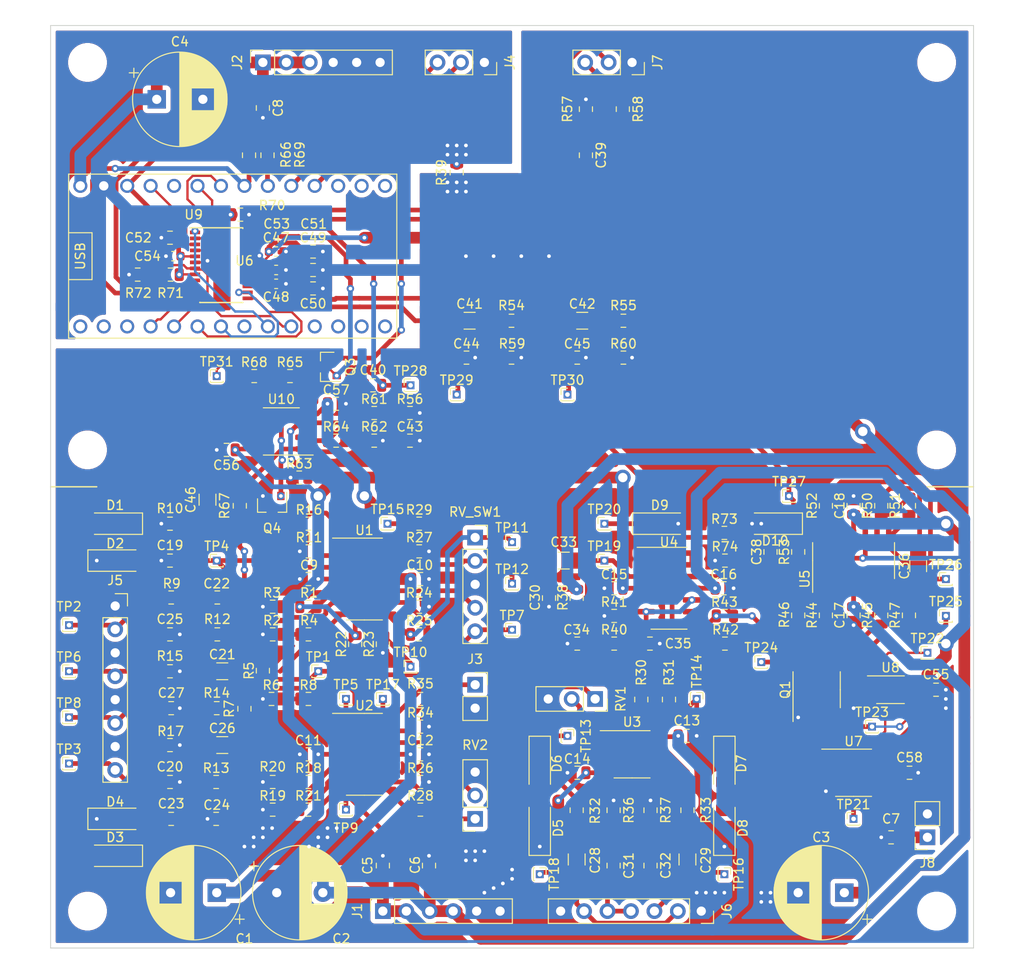
<source format=kicad_pcb>
(kicad_pcb (version 20171130) (host pcbnew 5.1.5-52549c5~84~ubuntu18.04.1)
  (layers (0 F.Cu signal) (31 B.Cu signal) (34 B.Paste user) (35 F.Paste user) (36 B.SilkS user) (37 F.SilkS user) (38 B.Mask user) (39 F.Mask user) (44 Edge.Cuts user))
  (net 0 "")
  (net 1 GNDA)
  (net 2 A+15V)
  (net 3 A-15V)
  (net 4 A+3.3V)
  (net 5 GNDD)
  (net 6 D+5V)
  (net 7 "Net-(C19-Pad2)")
  (net 8 "Net-(C20-Pad1)")
  (net 9 "Net-(C21-Pad2)")
  (net 10 "Net-(C21-Pad1)")
  (net 11 "Net-(C22-Pad2)")
  (net 12 "Net-(C23-Pad2)")
  (net 13 "Net-(C24-Pad1)")
  (net 14 "Net-(C25-Pad1)")
  (net 15 "Net-(C26-Pad2)")
  (net 16 "Net-(C26-Pad1)")
  (net 17 "Net-(C28-Pad2)")
  (net 18 "Net-(C28-Pad1)")
  (net 19 "Net-(C29-Pad2)")
  (net 20 "Net-(C29-Pad1)")
  (net 21 "Net-(C31-Pad2)")
  (net 22 "Net-(C33-Pad2)")
  (net 23 "Net-(C33-Pad1)")
  (net 24 /analog/octaver_down/REF+1.65V)
  (net 25 "Net-(C36-Pad2)")
  (net 26 "Net-(C36-Pad1)")
  (net 27 "Net-(C38-Pad2)")
  (net 28 /codec/ADC_input_B)
  (net 29 /codec/OUTB)
  (net 30 "Net-(C39-Pad1)")
  (net 31 /codec/OUTA)
  (net 32 "Net-(C40-Pad1)")
  (net 33 "Net-(C41-Pad2)")
  (net 34 /codec/INA)
  (net 35 "Net-(C42-Pad2)")
  (net 36 /codec/INB)
  (net 37 "Net-(C43-Pad2)")
  (net 38 "Net-(C46-Pad2)")
  (net 39 "Net-(C46-Pad1)")
  (net 40 "Net-(C47-Pad1)")
  (net 41 "Net-(C48-Pad2)")
  (net 42 /MCU_3.3V)
  (net 43 "Net-(D1-Pad2)")
  (net 44 "Net-(D3-Pad2)")
  (net 45 "Net-(D5-Pad2)")
  (net 46 "Net-(D6-Pad1)")
  (net 47 "Net-(D7-Pad2)")
  (net 48 "Net-(D7-Pad1)")
  (net 49 /codec/ADC_input_A)
  (net 50 /analog/power_amp_signal)
  (net 51 "Net-(J4-Pad3)")
  (net 52 "Net-(J4-Pad2)")
  (net 53 "Net-(J5-Pad2)")
  (net 54 "Net-(J7-Pad3)")
  (net 55 /codec/~MUTEB)
  (net 56 "Net-(Q1-Pad7)")
  (net 57 "Net-(Q1-Pad5)")
  (net 58 "Net-(Q1-Pad4)")
  (net 59 "Net-(Q1-Pad2)")
  (net 60 "Net-(Q3-Pad3)")
  (net 61 /codec/~MUTEA)
  (net 62 /codec/DAC_output)
  (net 63 "Net-(Q4-Pad1)")
  (net 64 "Net-(R1-Pad2)")
  (net 65 "Net-(R1-Pad1)")
  (net 66 "Net-(R2-Pad1)")
  (net 67 "Net-(R5-Pad1)")
  (net 68 "Net-(R6-Pad1)")
  (net 69 "Net-(R14-Pad2)")
  (net 70 "Net-(R11-Pad1)")
  (net 71 "Net-(R18-Pad1)")
  (net 72 "Net-(R19-Pad1)")
  (net 73 "Net-(R21-Pad1)")
  (net 74 "Net-(R22-Pad1)")
  (net 75 "Net-(R24-Pad1)")
  (net 76 "Net-(R25-Pad1)")
  (net 77 "Net-(R26-Pad1)")
  (net 78 "Net-(R27-Pad1)")
  (net 79 "Net-(R28-Pad1)")
  (net 80 "Net-(R30-Pad2)")
  (net 81 "Net-(R34-Pad1)")
  (net 82 "Net-(R42-Pad1)")
  (net 83 "Net-(R43-Pad1)")
  (net 84 "Net-(R46-Pad2)")
  (net 85 "Net-(R47-Pad1)")
  (net 86 "Net-(R50-Pad1)")
  (net 87 "Net-(R51-Pad1)")
  (net 88 "Net-(R62-Pad1)")
  (net 89 /SCL)
  (net 90 /SDA)
  (net 91 /SDOUT)
  (net 92 "Net-(RV1-Pad2)")
  (net 93 "Net-(RV_SW1-Pad2)")
  (net 94 "Net-(TP21-Pad1)")
  (net 95 /MCLK)
  (net 96 "Net-(U6-Pad22)")
  (net 97 /SCLK)
  (net 98 /LRCLK)
  (net 99 "Net-(U6-Pad14)")
  (net 100 "Net-(U6-Pad13)")
  (net 101 "Net-(U6-Pad12)")
  (net 102 "Net-(U6-Pad11)")
  (net 103 "Net-(U6-Pad10)")
  (net 104 "Net-(U6-Pad9)")
  (net 105 /SDIN)
  (net 106 "Net-(U6-Pad6)")
  (net 107 /codec/~RST)
  (net 108 /codec/AD2)
  (net 109 /codec/AD1)
  (net 110 /codec/AD0)
  (net 111 "Net-(U6-Pad1)")
  (net 112 "Net-(U6-Pad0)")
  (net 113 "Net-(U6-PadGND_1)")
  (net 114 "Net-(U6-Pad15)")
  (net 115 "Net-(RV2-Pad2)")
  (net 116 /analog/octaver_down/half_signal_in)
  (net 117 "Net-(R73-Pad1)")
  (net 118 "Net-(R40-Pad1)")
  (module bass_amplifier:Teensy_4.0 (layer F.Cu) (at 41 45)
    (fp_text reference U6 (at 0 0.5) (layer F.SilkS))
    (fp_text value Teensy_4.0)
    (fp_text user USB (at -17.78 0 90) (layer F.SilkS))
    (pad VIN thru_hole circle (at -17.78 -7.62) (size 1.524 1.524) (drill 1.016) (layers *.Cu *.Mask) (net 6 D+5V))
    (pad GND_2 thru_hole circle (at -15.24 -7.62) (size 1.524 1.524) (drill 1.016) (layers *.Cu *.Mask) (net 5 GNDD))
    (pad 3V3_1 thru_hole circle (at -12.7 -7.62) (size 1.524 1.524) (drill 1.016) (layers *.Cu *.Mask) (net 42 /MCU_3.3V))
    (pad 23 thru_hole circle (at -10.16 -7.62) (size 1.524 1.524) (drill 1.016) (layers *.Cu *.Mask) (net 95 /MCLK))
    (pad 22 thru_hole circle (at -7.62 -7.62) (size 1.524 1.524) (drill 1.016) (layers *.Cu *.Mask) (net 96 "Net-(U6-Pad22)"))
    (pad 21 thru_hole circle (at -5.08 -7.62) (size 1.524 1.524) (drill 1.016) (layers *.Cu *.Mask) (net 97 /SCLK))
    (pad 20 thru_hole circle (at -2.54 -7.62) (size 1.524 1.524) (drill 1.016) (layers *.Cu *.Mask) (net 98 /LRCLK))
    (pad 19 thru_hole circle (at 0 -7.62) (size 1.524 1.524) (drill 1.016) (layers *.Cu *.Mask) (net 89 /SCL))
    (pad 18 thru_hole circle (at 2.54 -7.62) (size 1.524 1.524) (drill 1.016) (layers *.Cu *.Mask) (net 90 /SDA))
    (pad 17 thru_hole circle (at 5.08 -7.62) (size 1.524 1.524) (drill 1.016) (layers *.Cu *.Mask) (net 51 "Net-(J4-Pad3)"))
    (pad 16 thru_hole circle (at 7.62 -7.62) (size 1.524 1.524) (drill 1.016) (layers *.Cu *.Mask) (net 52 "Net-(J4-Pad2)"))
    (pad 15 thru_hole circle (at 10.16 -7.62) (size 1.524 1.524) (drill 1.016) (layers *.Cu *.Mask) (net 114 "Net-(U6-Pad15)"))
    (pad 14 thru_hole circle (at 12.7 -7.62) (size 1.524 1.524) (drill 1.016) (layers *.Cu *.Mask) (net 99 "Net-(U6-Pad14)"))
    (pad 13 thru_hole circle (at 15.24 -7.62) (size 1.524 1.524) (drill 1.016) (layers *.Cu *.Mask) (net 100 "Net-(U6-Pad13)"))
    (pad 12 thru_hole circle (at 15.24 7.62) (size 1.524 1.524) (drill 1.016) (layers *.Cu *.Mask) (net 101 "Net-(U6-Pad12)"))
    (pad 11 thru_hole circle (at 12.7 7.62) (size 1.524 1.524) (drill 1.016) (layers *.Cu *.Mask) (net 102 "Net-(U6-Pad11)"))
    (pad 10 thru_hole circle (at 10.16 7.62) (size 1.524 1.524) (drill 1.016) (layers *.Cu *.Mask) (net 103 "Net-(U6-Pad10)"))
    (pad 9 thru_hole circle (at 7.62 7.62) (size 1.524 1.524) (drill 1.016) (layers *.Cu *.Mask) (net 104 "Net-(U6-Pad9)"))
    (pad 8 thru_hole circle (at 5.08 7.62) (size 1.524 1.524) (drill 1.016) (layers *.Cu *.Mask) (net 91 /SDOUT))
    (pad 7 thru_hole circle (at 2.54 7.62) (size 1.524 1.524) (drill 1.016) (layers *.Cu *.Mask) (net 105 /SDIN))
    (pad 6 thru_hole circle (at 0 7.62) (size 1.524 1.524) (drill 1.016) (layers *.Cu *.Mask) (net 106 "Net-(U6-Pad6)"))
    (pad 5 thru_hole circle (at -2.54 7.62) (size 1.524 1.524) (drill 1.016) (layers *.Cu *.Mask) (net 107 /codec/~RST))
    (pad 4 thru_hole circle (at -5.08 7.62) (size 1.524 1.524) (drill 1.016) (layers *.Cu *.Mask) (net 108 /codec/AD2))
    (pad 3 thru_hole circle (at -7.62 7.62) (size 1.524 1.524) (drill 1.016) (layers *.Cu *.Mask) (net 109 /codec/AD1))
    (pad 2 thru_hole circle (at -10.16 7.62) (size 1.524 1.524) (drill 1.016) (layers *.Cu *.Mask) (net 110 /codec/AD0))
    (pad 1 thru_hole circle (at -12.7 7.62) (size 1.524 1.524) (drill 1.016) (layers *.Cu *.Mask) (net 111 "Net-(U6-Pad1)"))
    (pad 0 thru_hole circle (at -15.24 7.62) (size 1.524 1.524) (drill 1.016) (layers *.Cu *.Mask) (net 112 "Net-(U6-Pad0)"))
    (pad GND_1 thru_hole circle (at -17.78 7.62) (size 1.524 1.524) (drill 1.016) (layers *.Cu *.Mask) (net 113 "Net-(U6-PadGND_1)"))
  )
  (module Package_SO:TSSOP-24_4.4x7.8mm_P0.65mm (layer F.Cu) (at 38.5 46)
    (fp_text reference U9 (at -3 -5.5) (layer F.SilkS))
    (fp_text value CS4270)
    (pad 24 smd rect (at 2.85 -3.575) (size 1.1 0.4) (layers F.Cu F.Paste F.Mask) (net 55 /codec/~MUTEB))
    (pad 23 smd rect (at 2.85 -2.925) (size 1.1 0.4) (layers F.Cu F.Paste F.Mask) (net 29 /codec/OUTB))
    (pad 22 smd rect (at 2.85 -2.275) (size 1.1 0.4) (layers F.Cu F.Paste F.Mask) (net 31 /codec/OUTA))
    (pad 21 smd rect (at 2.85 -1.625) (size 1.1 0.4) (layers F.Cu F.Paste F.Mask) (net 61 /codec/~MUTEA))
    (pad 20 smd rect (at 2.85 -0.975) (size 1.1 0.4) (layers F.Cu F.Paste F.Mask) (net 1 GNDA))
    (pad 19 smd rect (at 2.85 -0.325) (size 1.1 0.4) (layers F.Cu F.Paste F.Mask) (net 4 A+3.3V))
    (pad 18 smd rect (at 2.85 0.325) (size 1.1 0.4) (layers F.Cu F.Paste F.Mask) (net 40 "Net-(C47-Pad1)"))
    (pad 17 smd rect (at 2.85 0.975) (size 1.1 0.4) (layers F.Cu F.Paste F.Mask) (net 41 "Net-(C48-Pad2)"))
    (pad 16 smd rect (at 2.85 1.625) (size 1.1 0.4) (layers F.Cu F.Paste F.Mask) (net 36 /codec/INB))
    (pad 15 smd rect (at 2.85 2.275) (size 1.1 0.4) (layers F.Cu F.Paste F.Mask) (net 34 /codec/INA))
    (pad 14 smd rect (at 2.85 2.925) (size 1.1 0.4) (layers F.Cu F.Paste F.Mask) (net 107 /codec/~RST))
    (pad 13 smd rect (at 2.85 3.575) (size 1.1 0.4) (layers F.Cu F.Paste F.Mask) (net 108 /codec/AD2))
    (pad 12 smd rect (at -2.85 3.575) (size 1.1 0.4) (layers F.Cu F.Paste F.Mask) (net 109 /codec/AD1))
    (pad 11 smd rect (at -2.85 2.925) (size 1.1 0.4) (layers F.Cu F.Paste F.Mask) (net 110 /codec/AD0))
    (pad 10 smd rect (at -2.85 2.275) (size 1.1 0.4) (layers F.Cu F.Paste F.Mask) (net 89 /SCL))
    (pad 9 smd rect (at -2.85 1.625) (size 1.1 0.4) (layers F.Cu F.Paste F.Mask) (net 90 /SDA))
    (pad 8 smd rect (at -2.85 0.975) (size 1.1 0.4) (layers F.Cu F.Paste F.Mask) (net 42 /MCU_3.3V))
    (pad 7 smd rect (at -2.85 0.325) (size 1.1 0.4) (layers F.Cu F.Paste F.Mask) (net 91 /SDOUT))
    (pad 6 smd rect (at -2.85 -0.325) (size 1.1 0.4) (layers F.Cu F.Paste F.Mask) (net 5 GNDD))
    (pad 5 smd rect (at -2.85 -0.975) (size 1.1 0.4) (layers F.Cu F.Paste F.Mask) (net 42 /MCU_3.3V))
    (pad 4 smd rect (at -2.85 -1.625) (size 1.1 0.4) (layers F.Cu F.Paste F.Mask) (net 97 /SCLK))
    (pad 3 smd rect (at -2.85 -2.275) (size 1.1 0.4) (layers F.Cu F.Paste F.Mask) (net 95 /MCLK))
    (pad 2 smd rect (at -2.85 -2.925) (size 1.1 0.4) (layers F.Cu F.Paste F.Mask) (net 98 /LRCLK))
    (pad 1 smd rect (at -2.85 -3.575) (size 1.1 0.4) (layers F.Cu F.Paste F.Mask) (net 105 /SDIN))
  )
  (module Resistor_SMD:R_0805_2012Metric (layer F.Cu) (at 40.5625 40.5 180)
    (fp_text reference R70 (at -3.4375 1) (layer F.SilkS))
    (fp_text value 0)
    (pad 2 smd roundrect (at 0.9375 0 180) (size 0.975 1.4) (layers F.Cu F.Paste F.Mask) (net 5 GNDD))
    (pad 1 smd roundrect (at -0.9375 0 180) (size 0.975 1.4) (layers F.Cu F.Paste F.Mask) (net 1 GNDA))
  )
  (module Capacitor_SMD:C_0603_1608Metric (layer F.Cu) (at 33.2875 45 180)
    (fp_text reference C54 (at 2.7875 0) (layer F.SilkS))
    (fp_text value 0.1µF/25V)
    (pad 2 smd roundrect (at 0.7875 0 180) (size 0.875 0.95) (layers F.Cu F.Paste F.Mask) (net 5 GNDD))
    (pad 1 smd roundrect (at -0.7875 0 180) (size 0.875 0.95) (layers F.Cu F.Paste F.Mask) (net 42 /MCU_3.3V))
  )
  (module Capacitor_SMD:C_0603_1608Metric (layer F.Cu) (at 44.4375 44.5)
    (fp_text reference C53 (at 0.0625 -3) (layer F.SilkS))
    (fp_text value 0.1µF/25V)
    (pad 2 smd roundrect (at 0.7875 0) (size 0.875 0.95) (layers F.Cu F.Paste F.Mask) (net 1 GNDA))
    (pad 1 smd roundrect (at -0.7875 0) (size 0.875 0.95) (layers F.Cu F.Paste F.Mask) (net 4 A+3.3V))
  )
  (module Capacitor_SMD:C_0603_1608Metric (layer F.Cu) (at 44.4375 48 180)
    (fp_text reference C48 (at 0 -1.43) (layer F.SilkS))
    (fp_text value 0.1µF/25V)
    (pad 2 smd roundrect (at 0.7875 0 180) (size 0.875 0.95) (layers F.Cu F.Paste F.Mask) (net 41 "Net-(C48-Pad2)"))
    (pad 1 smd roundrect (at -0.7875 0 180) (size 0.875 0.95) (layers F.Cu F.Paste F.Mask) (net 1 GNDA))
  )
  (module Capacitor_SMD:C_0603_1608Metric (layer F.Cu) (at 44.4375 46.5)
    (fp_text reference C47 (at 0 -3.5) (layer F.SilkS))
    (fp_text value 0.1µF/25V)
    (pad 2 smd roundrect (at 0.7875 0) (size 0.875 0.95) (layers F.Cu F.Paste F.Mask) (net 1 GNDA))
    (pad 1 smd roundrect (at -0.7875 0) (size 0.875 0.95) (layers F.Cu F.Paste F.Mask) (net 40 "Net-(C47-Pad1)"))
  )
  (module Resistor_SMD:R_0805_2012Metric (layer F.Cu) (at 64 35.9375 90)
    (fp_text reference R39 (at 0 -1.65 90) (layer F.SilkS))
    (fp_text value 0)
    (pad 2 smd roundrect (at 0.9375 0 90) (size 0.975 1.4) (layers F.Cu F.Paste F.Mask) (net 5 GNDD))
    (pad 1 smd roundrect (at -0.9375 0 90) (size 0.975 1.4) (layers F.Cu F.Paste F.Mask) (net 1 GNDA))
  )
  (module Capacitor_SMD:C_0805_2012Metric (layer F.Cu) (at 113.0625 101)
    (fp_text reference C58 (at 0 -1.65) (layer F.SilkS))
    (fp_text value "2.2µF/25V/UL ESR")
    (pad 2 smd roundrect (at 0.9375 0) (size 0.975 1.4) (layers F.Cu F.Paste F.Mask) (net 1 GNDA))
    (pad 1 smd roundrect (at -0.9375 0) (size 0.975 1.4) (layers F.Cu F.Paste F.Mask) (net 4 A+3.3V))
  )
  (module MountingHole:MountingHole_3.2mm_M3 (layer F.Cu) (at 24 66)
    (fp_text reference REF** hide)
    (fp_text value MountingHole_3.2mm_M3)
    (pad 1 np_thru_hole circle (at 0 0) (size 3.2 3.2) (drill 3.2) (layers *.Cu *.Mask))
  )
  (module MountingHole:MountingHole_3.2mm_M3 (layer F.Cu) (at 116 66)
    (fp_text reference REF** hide)
    (fp_text value MountingHole_3.2mm_M3)
    (pad 1 np_thru_hole circle (at 0 0) (size 3.2 3.2) (drill 3.2) (layers *.Cu *.Mask))
  )
  (module MountingHole:MountingHole_3.2mm_M3 (layer F.Cu) (at 116 24)
    (fp_text reference REF** hide)
    (fp_text value MountingHole_3.2mm_M3)
    (pad 1 np_thru_hole circle (at 0 0) (size 3.2 3.2) (drill 3.2) (layers *.Cu *.Mask))
  )
  (module MountingHole:MountingHole_3.2mm_M3 (layer F.Cu) (at 24 116)
    (fp_text reference REF** hide)
    (fp_text value MountingHole_3.2mm_M3)
    (pad 1 np_thru_hole circle (at 0 0) (size 3.2 3.2) (drill 3.2) (layers *.Cu *.Mask))
  )
  (module MountingHole:MountingHole_3.2mm_M3 (layer F.Cu) (at 116 116)
    (fp_text reference REF** hide)
    (fp_text value MountingHole_3.2mm_M3)
    (pad 1 np_thru_hole circle (at 0 0) (size 3.2 3.2) (drill 3.2) (layers *.Cu *.Mask))
  )
  (module MountingHole:MountingHole_3.2mm_M3 (layer F.Cu) (at 24 24)
    (fp_text reference REF** hide)
    (fp_text value MountingHole_3.2mm_M3)
    (pad 1 np_thru_hole circle (at 0 0) (size 3.2 3.2) (drill 3.2) (layers *.Cu *.Mask))
  )
  (module Package_SO:SOIC-8_3.9x4.9mm_P1.27mm (layer F.Cu) (at 45 64 180)
    (fp_text reference U10 (at 0 3.5) (layer F.SilkS))
    (fp_text value TL072)
    (pad 8 smd roundrect (at 2.475 -1.905 180) (size 1.95 0.6) (layers F.Cu F.Paste F.Mask) (net 2 A+15V))
    (pad 7 smd roundrect (at 2.475 -0.635 180) (size 1.95 0.6) (layers F.Cu F.Paste F.Mask))
    (pad 6 smd roundrect (at 2.475 0.635 180) (size 1.95 0.6) (layers F.Cu F.Paste F.Mask))
    (pad 5 smd roundrect (at 2.475 1.905 180) (size 1.95 0.6) (layers F.Cu F.Paste F.Mask))
    (pad 4 smd roundrect (at -2.475 1.905 180) (size 1.95 0.6) (layers F.Cu F.Paste F.Mask) (net 3 A-15V))
    (pad 3 smd roundrect (at -2.475 0.635 180) (size 1.95 0.6) (layers F.Cu F.Paste F.Mask) (net 37 "Net-(C43-Pad2)"))
    (pad 2 smd roundrect (at -2.475 -0.635 180) (size 1.95 0.6) (layers F.Cu F.Paste F.Mask) (net 88 "Net-(R62-Pad1)"))
    (pad 1 smd roundrect (at -2.475 -1.905 180) (size 1.95 0.6) (layers F.Cu F.Paste F.Mask) (net 38 "Net-(C46-Pad2)"))
  )
  (module Capacitor_SMD:C_0805_2012Metric (layer F.Cu) (at 50.9375 61)
    (fp_text reference C57 (at 0 -1.5) (layer F.SilkS))
    (fp_text value "2.2µF/25V/UL ESR")
    (pad 2 smd roundrect (at 0.9375 0) (size 0.975 1.4) (layers F.Cu F.Paste F.Mask) (net 1 GNDA))
    (pad 1 smd roundrect (at -0.9375 0) (size 0.975 1.4) (layers F.Cu F.Paste F.Mask) (net 3 A-15V))
  )
  (module Capacitor_SMD:C_0805_2012Metric (layer F.Cu) (at 39.0625 66 180)
    (fp_text reference C56 (at 0 -1.65) (layer F.SilkS))
    (fp_text value "2.2µF/25V/UL ESR")
    (pad 2 smd roundrect (at 0.9375 0 180) (size 0.975 1.4) (layers F.Cu F.Paste F.Mask) (net 1 GNDA))
    (pad 1 smd roundrect (at -0.9375 0 180) (size 0.975 1.4) (layers F.Cu F.Paste F.Mask) (net 2 A+15V))
  )
  (module Resistor_SMD:R_0805_2012Metric (layer F.Cu) (at 93.0625 78)
    (fp_text reference R74 (at 0 -1.5) (layer F.SilkS))
    (fp_text value 10k)
    (pad 2 smd roundrect (at 0.9375 0) (size 0.975 1.4) (layers F.Cu F.Paste F.Mask) (net 117 "Net-(R73-Pad1)"))
    (pad 1 smd roundrect (at -0.9375 0) (size 0.975 1.4) (layers F.Cu F.Paste F.Mask) (net 1 GNDA))
  )
  (module Resistor_SMD:R_0805_2012Metric (layer F.Cu) (at 93 75 180)
    (fp_text reference R73 (at 0 1.5) (layer F.SilkS))
    (fp_text value 10k)
    (pad 2 smd roundrect (at 0.9375 0 180) (size 0.975 1.4) (layers F.Cu F.Paste F.Mask) (net 49 /codec/ADC_input_A))
    (pad 1 smd roundrect (at -0.9375 0 180) (size 0.975 1.4) (layers F.Cu F.Paste F.Mask) (net 117 "Net-(R73-Pad1)"))
  )
  (module Connector_PinHeader_1.00mm:PinHeader_1x01_P1.00mm_Vertical (layer F.Cu) (at 70 76)
    (fp_text reference TP11 (at 0 -1.56) (layer F.SilkS))
    (fp_text value TP)
    (pad 1 thru_hole rect (at 0 0) (size 0.85 0.85) (drill 0.5) (layers *.Cu *.Mask) (net 76 "Net-(R25-Pad1)"))
  )
  (module Connector_PinSocket_2.54mm:PinSocket_1x02_P2.54mm_Vertical (layer F.Cu) (at 115 108 180)
    (fp_text reference J8 (at 0 -2.77) (layer F.SilkS))
    (fp_text value Conn_01x02_Male)
    (pad 2 thru_hole oval (at 0 2.54 180) (size 1.7 1.7) (drill 1) (layers *.Cu *.Mask) (net 1 GNDA))
    (pad 1 thru_hole rect (at 0 0 180) (size 1.7 1.7) (drill 1) (layers *.Cu *.Mask) (net 4 A+3.3V))
  )
  (module Connector_PinSocket_2.54mm:PinSocket_1x06_P2.54mm_Vertical (layer F.Cu) (at 56 116 90)
    (fp_text reference J1 (at 0 -2.77 90) (layer F.SilkS))
    (fp_text value Conn_01x06_Male)
    (pad 6 thru_hole oval (at 0 12.7 90) (size 1.7 1.7) (drill 1) (layers *.Cu *.Mask) (net 1 GNDA))
    (pad 5 thru_hole oval (at 0 10.16 90) (size 1.7 1.7) (drill 1) (layers *.Cu *.Mask) (net 1 GNDA))
    (pad 4 thru_hole oval (at 0 7.62 90) (size 1.7 1.7) (drill 1) (layers *.Cu *.Mask) (net 3 A-15V))
    (pad 3 thru_hole oval (at 0 5.08 90) (size 1.7 1.7) (drill 1) (layers *.Cu *.Mask) (net 3 A-15V))
    (pad 2 thru_hole oval (at 0 2.54 90) (size 1.7 1.7) (drill 1) (layers *.Cu *.Mask) (net 2 A+15V))
    (pad 1 thru_hole rect (at 0 0 90) (size 1.7 1.7) (drill 1) (layers *.Cu *.Mask) (net 2 A+15V))
  )
  (module Connector_PinSocket_2.54mm:PinSocket_1x03_P2.54mm_Vertical (layer F.Cu) (at 66 106 180)
    (fp_text reference RV2 (at 0 8) (layer F.SilkS))
    (fp_text value R_POT)
    (pad 3 thru_hole oval (at 0 5.08 180) (size 1.7 1.7) (drill 1) (layers *.Cu *.Mask) (net 1 GNDA))
    (pad 2 thru_hole oval (at 0 2.54 180) (size 1.7 1.7) (drill 1) (layers *.Cu *.Mask) (net 115 "Net-(RV2-Pad2)"))
    (pad 1 thru_hole rect (at 0 0 180) (size 1.7 1.7) (drill 1) (layers *.Cu *.Mask) (net 79 "Net-(R28-Pad1)"))
  )
  (module Connector_PinSocket_2.54mm:PinSocket_1x03_P2.54mm_Vertical (layer F.Cu) (at 79 93 270)
    (fp_text reference RV1 (at 0 -2.77 90) (layer F.SilkS))
    (fp_text value R_POT)
    (pad 3 thru_hole oval (at 0 5.08 270) (size 1.7 1.7) (drill 1) (layers *.Cu *.Mask) (net 1 GNDA))
    (pad 2 thru_hole oval (at 0 2.54 270) (size 1.7 1.7) (drill 1) (layers *.Cu *.Mask) (net 92 "Net-(RV1-Pad2)"))
    (pad 1 thru_hole rect (at 0 0 270) (size 1.7 1.7) (drill 1) (layers *.Cu *.Mask) (net 73 "Net-(R21-Pad1)"))
  )
  (module Package_SO:SSOP-8_2.95x2.8mm_P0.65mm (layer F.Cu) (at 111 92)
    (fp_text reference U8 (at 0 -2.4) (layer F.SilkS))
    (fp_text value SN74AUC1G74)
    (pad 8 smd rect (at 1.7 -0.975 270) (size 0.3 1.6) (layers F.Cu F.Paste F.Mask) (net 4 A+3.3V))
    (pad 7 smd rect (at 1.7 -0.325 270) (size 0.3 1.6) (layers F.Cu F.Paste F.Mask) (net 4 A+3.3V))
    (pad 6 smd rect (at 1.7 0.325 270) (size 0.3 1.6) (layers F.Cu F.Paste F.Mask) (net 4 A+3.3V))
    (pad 5 smd rect (at 1.7 0.975 270) (size 0.3 1.6) (layers F.Cu F.Paste F.Mask) (net 58 "Net-(Q1-Pad4)"))
    (pad 4 smd rect (at -1.7 0.975 270) (size 0.3 1.6) (layers F.Cu F.Paste F.Mask) (net 1 GNDA))
    (pad 3 smd rect (at -1.7 0.325 270) (size 0.3 1.6) (layers F.Cu F.Paste F.Mask) (net 59 "Net-(Q1-Pad2)"))
    (pad 2 smd rect (at -1.7 -0.325 270) (size 0.3 1.6) (layers F.Cu F.Paste F.Mask) (net 59 "Net-(Q1-Pad2)"))
    (pad 1 smd rect (at -1.7 -0.975 270) (size 0.3 1.6) (layers F.Cu F.Paste F.Mask) (net 94 "Net-(TP21-Pad1)"))
  )
  (module Package_SO:SOIC-8_3.9x4.9mm_P1.27mm (layer F.Cu) (at 107 101)
    (fp_text reference U7 (at 0 -3.4) (layer F.SilkS))
    (fp_text value MCP6541)
    (pad 8 smd roundrect (at 2.475 -1.905) (size 1.95 0.6) (layers F.Cu F.Paste F.Mask))
    (pad 7 smd roundrect (at 2.475 -0.635) (size 1.95 0.6) (layers F.Cu F.Paste F.Mask) (net 4 A+3.3V))
    (pad 6 smd roundrect (at 2.475 0.635) (size 1.95 0.6) (layers F.Cu F.Paste F.Mask) (net 94 "Net-(TP21-Pad1)"))
    (pad 5 smd roundrect (at 2.475 1.905) (size 1.95 0.6) (layers F.Cu F.Paste F.Mask))
    (pad 4 smd roundrect (at -2.475 1.905) (size 1.95 0.6) (layers F.Cu F.Paste F.Mask) (net 1 GNDA))
    (pad 3 smd roundrect (at -2.475 0.635) (size 1.95 0.6) (layers F.Cu F.Paste F.Mask) (net 116 /analog/octaver_down/half_signal_in))
    (pad 2 smd roundrect (at -2.475 -0.635) (size 1.95 0.6) (layers F.Cu F.Paste F.Mask) (net 24 /analog/octaver_down/REF+1.65V))
    (pad 1 smd roundrect (at -2.475 -1.905) (size 1.95 0.6) (layers F.Cu F.Paste F.Mask))
  )
  (module Package_SO:SOIC-14_3.9x8.7mm_P1.27mm (layer F.Cu) (at 107 78 90)
    (fp_text reference U5 (at -2 -5.28 90) (layer F.SilkS))
    (fp_text value TL074)
    (pad 14 smd roundrect (at 2.475 -3.81 90) (size 1.95 0.6) (layers F.Cu F.Paste F.Mask) (net 28 /codec/ADC_input_B))
    (pad 13 smd roundrect (at 2.475 -2.54 90) (size 1.95 0.6) (layers F.Cu F.Paste F.Mask) (net 27 "Net-(C38-Pad2)"))
    (pad 12 smd roundrect (at 2.475 -1.27 90) (size 1.95 0.6) (layers F.Cu F.Paste F.Mask) (net 4 A+3.3V))
    (pad 11 smd roundrect (at 2.475 0 90) (size 1.95 0.6) (layers F.Cu F.Paste F.Mask) (net 3 A-15V))
    (pad 10 smd roundrect (at 2.475 1.27 90) (size 1.95 0.6) (layers F.Cu F.Paste F.Mask) (net 4 A+3.3V))
    (pad 9 smd roundrect (at 2.475 2.54 90) (size 1.95 0.6) (layers F.Cu F.Paste F.Mask) (net 86 "Net-(R50-Pad1)"))
    (pad 8 smd roundrect (at 2.475 3.81 90) (size 1.95 0.6) (layers F.Cu F.Paste F.Mask) (net 87 "Net-(R51-Pad1)"))
    (pad 7 smd roundrect (at -2.475 3.81 90) (size 1.95 0.6) (layers F.Cu F.Paste F.Mask) (net 85 "Net-(R47-Pad1)"))
    (pad 6 smd roundrect (at -2.475 2.54 90) (size 1.95 0.6) (layers F.Cu F.Paste F.Mask) (net 85 "Net-(R47-Pad1)"))
    (pad 5 smd roundrect (at -2.475 1.27 90) (size 1.95 0.6) (layers F.Cu F.Paste F.Mask) (net 57 "Net-(Q1-Pad5)"))
    (pad 4 smd roundrect (at -2.475 0 90) (size 1.95 0.6) (layers F.Cu F.Paste F.Mask) (net 2 A+15V))
    (pad 3 smd roundrect (at -2.475 -1.27 90) (size 1.95 0.6) (layers F.Cu F.Paste F.Mask) (net 56 "Net-(Q1-Pad7)"))
    (pad 2 smd roundrect (at -2.475 -2.54 90) (size 1.95 0.6) (layers F.Cu F.Paste F.Mask) (net 84 "Net-(R46-Pad2)"))
    (pad 1 smd roundrect (at -2.475 -3.81 90) (size 1.95 0.6) (layers F.Cu F.Paste F.Mask) (net 84 "Net-(R46-Pad2)"))
  )
  (module Package_SO:SOIC-14_3.9x8.7mm_P1.27mm (layer F.Cu) (at 87 81)
    (fp_text reference U4 (at 0 -5) (layer F.SilkS))
    (fp_text value TL074)
    (pad 14 smd roundrect (at 2.475 -3.81) (size 1.95 0.6) (layers F.Cu F.Paste F.Mask) (net 116 /analog/octaver_down/half_signal_in))
    (pad 13 smd roundrect (at 2.475 -2.54) (size 1.95 0.6) (layers F.Cu F.Paste F.Mask) (net 116 /analog/octaver_down/half_signal_in))
    (pad 12 smd roundrect (at 2.475 -1.27) (size 1.95 0.6) (layers F.Cu F.Paste F.Mask) (net 117 "Net-(R73-Pad1)"))
    (pad 11 smd roundrect (at 2.475 0) (size 1.95 0.6) (layers F.Cu F.Paste F.Mask) (net 3 A-15V))
    (pad 10 smd roundrect (at 2.475 1.27) (size 1.95 0.6) (layers F.Cu F.Paste F.Mask) (net 24 /analog/octaver_down/REF+1.65V))
    (pad 9 smd roundrect (at 2.475 2.54) (size 1.95 0.6) (layers F.Cu F.Paste F.Mask) (net 82 "Net-(R42-Pad1)"))
    (pad 8 smd roundrect (at 2.475 3.81) (size 1.95 0.6) (layers F.Cu F.Paste F.Mask) (net 83 "Net-(R43-Pad1)"))
    (pad 7 smd roundrect (at -2.475 3.81) (size 1.95 0.6) (layers F.Cu F.Paste F.Mask) (net 24 /analog/octaver_down/REF+1.65V))
    (pad 6 smd roundrect (at -2.475 2.54) (size 1.95 0.6) (layers F.Cu F.Paste F.Mask) (net 24 /analog/octaver_down/REF+1.65V))
    (pad 5 smd roundrect (at -2.475 1.27) (size 1.95 0.6) (layers F.Cu F.Paste F.Mask) (net 118 "Net-(R40-Pad1)"))
    (pad 4 smd roundrect (at -2.475 0) (size 1.95 0.6) (layers F.Cu F.Paste F.Mask) (net 2 A+15V))
    (pad 3 smd roundrect (at -2.475 -1.27) (size 1.95 0.6) (layers F.Cu F.Paste F.Mask) (net 23 "Net-(C33-Pad1)"))
    (pad 2 smd roundrect (at -2.475 -2.54) (size 1.95 0.6) (layers F.Cu F.Paste F.Mask) (net 49 /codec/ADC_input_A))
    (pad 1 smd roundrect (at -2.475 -3.81) (size 1.95 0.6) (layers F.Cu F.Paste F.Mask) (net 49 /codec/ADC_input_A))
  )
  (module Package_SO:SOIC-8_3.9x4.9mm_P1.27mm (layer F.Cu) (at 83 99)
    (fp_text reference U3 (at 0 -3.5) (layer F.SilkS))
    (fp_text value TL072)
    (pad 8 smd roundrect (at 2.475 -1.905) (size 1.95 0.6) (layers F.Cu F.Paste F.Mask) (net 2 A+15V))
    (pad 7 smd roundrect (at 2.475 -0.635) (size 1.95 0.6) (layers F.Cu F.Paste F.Mask) (net 48 "Net-(D7-Pad1)"))
    (pad 6 smd roundrect (at 2.475 0.635) (size 1.95 0.6) (layers F.Cu F.Paste F.Mask) (net 80 "Net-(R30-Pad2)"))
    (pad 5 smd roundrect (at 2.475 1.905) (size 1.95 0.6) (layers F.Cu F.Paste F.Mask) (net 1 GNDA))
    (pad 4 smd roundrect (at -2.475 1.905) (size 1.95 0.6) (layers F.Cu F.Paste F.Mask) (net 3 A-15V))
    (pad 3 smd roundrect (at -2.475 0.635) (size 1.95 0.6) (layers F.Cu F.Paste F.Mask) (net 92 "Net-(RV1-Pad2)"))
    (pad 2 smd roundrect (at -2.475 -0.635) (size 1.95 0.6) (layers F.Cu F.Paste F.Mask) (net 46 "Net-(D6-Pad1)"))
    (pad 1 smd roundrect (at -2.475 -1.905) (size 1.95 0.6) (layers F.Cu F.Paste F.Mask) (net 46 "Net-(D6-Pad1)"))
  )
  (module Package_SO:SOIC-14_3.9x8.7mm_P1.27mm (layer F.Cu) (at 54 99)
    (fp_text reference U2 (at 0 -5.28) (layer F.SilkS))
    (fp_text value TL074)
    (pad 14 smd roundrect (at 2.475 -3.81) (size 1.95 0.6) (layers F.Cu F.Paste F.Mask) (net 50 /analog/power_amp_signal))
    (pad 13 smd roundrect (at 2.475 -2.54) (size 1.95 0.6) (layers F.Cu F.Paste F.Mask) (net 81 "Net-(R34-Pad1)"))
    (pad 12 smd roundrect (at 2.475 -1.27) (size 1.95 0.6) (layers F.Cu F.Paste F.Mask) (net 115 "Net-(RV2-Pad2)"))
    (pad 11 smd roundrect (at 2.475 0) (size 1.95 0.6) (layers F.Cu F.Paste F.Mask) (net 3 A-15V))
    (pad 10 smd roundrect (at 2.475 1.27) (size 1.95 0.6) (layers F.Cu F.Paste F.Mask) (net 73 "Net-(R21-Pad1)"))
    (pad 9 smd roundrect (at 2.475 2.54) (size 1.95 0.6) (layers F.Cu F.Paste F.Mask) (net 77 "Net-(R26-Pad1)"))
    (pad 8 smd roundrect (at 2.475 3.81) (size 1.95 0.6) (layers F.Cu F.Paste F.Mask) (net 79 "Net-(R28-Pad1)"))
    (pad 7 smd roundrect (at -2.475 3.81) (size 1.95 0.6) (layers F.Cu F.Paste F.Mask) (net 73 "Net-(R21-Pad1)"))
    (pad 6 smd roundrect (at -2.475 2.54) (size 1.95 0.6) (layers F.Cu F.Paste F.Mask) (net 72 "Net-(R19-Pad1)"))
    (pad 5 smd roundrect (at -2.475 1.27) (size 1.95 0.6) (layers F.Cu F.Paste F.Mask) (net 71 "Net-(R18-Pad1)"))
    (pad 4 smd roundrect (at -2.475 0) (size 1.95 0.6) (layers F.Cu F.Paste F.Mask) (net 2 A+15V))
    (pad 3 smd roundrect (at -2.475 -1.27) (size 1.95 0.6) (layers F.Cu F.Paste F.Mask) (net 67 "Net-(R5-Pad1)"))
    (pad 2 smd roundrect (at -2.475 -2.54) (size 1.95 0.6) (layers F.Cu F.Paste F.Mask) (net 68 "Net-(R6-Pad1)"))
    (pad 1 smd roundrect (at -2.475 -3.81) (size 1.95 0.6) (layers F.Cu F.Paste F.Mask) (net 69 "Net-(R14-Pad2)"))
  )
  (module Package_SO:SOIC-14_3.9x8.7mm_P1.27mm (layer F.Cu) (at 54 80)
    (fp_text reference U1 (at 0 -5.28) (layer F.SilkS))
    (fp_text value TL074)
    (pad 14 smd roundrect (at 2.475 -3.81) (size 1.95 0.6) (layers F.Cu F.Paste F.Mask) (net 22 "Net-(C33-Pad2)"))
    (pad 13 smd roundrect (at 2.475 -2.54) (size 1.95 0.6) (layers F.Cu F.Paste F.Mask) (net 78 "Net-(R27-Pad1)"))
    (pad 12 smd roundrect (at 2.475 -1.27) (size 1.95 0.6) (layers F.Cu F.Paste F.Mask) (net 93 "Net-(RV_SW1-Pad2)"))
    (pad 11 smd roundrect (at 2.475 0) (size 1.95 0.6) (layers F.Cu F.Paste F.Mask) (net 3 A-15V))
    (pad 10 smd roundrect (at 2.475 1.27) (size 1.95 0.6) (layers F.Cu F.Paste F.Mask) (net 74 "Net-(R22-Pad1)"))
    (pad 9 smd roundrect (at 2.475 2.54) (size 1.95 0.6) (layers F.Cu F.Paste F.Mask) (net 75 "Net-(R24-Pad1)"))
    (pad 8 smd roundrect (at 2.475 3.81) (size 1.95 0.6) (layers F.Cu F.Paste F.Mask) (net 76 "Net-(R25-Pad1)"))
    (pad 7 smd roundrect (at -2.475 3.81) (size 1.95 0.6) (layers F.Cu F.Paste F.Mask) (net 9 "Net-(C21-Pad2)"))
    (pad 6 smd roundrect (at -2.475 2.54) (size 1.95 0.6) (layers F.Cu F.Paste F.Mask) (net 66 "Net-(R2-Pad1)"))
    (pad 5 smd roundrect (at -2.475 1.27) (size 1.95 0.6) (layers F.Cu F.Paste F.Mask) (net 65 "Net-(R1-Pad1)"))
    (pad 4 smd roundrect (at -2.475 0) (size 1.95 0.6) (layers F.Cu F.Paste F.Mask) (net 2 A+15V))
    (pad 3 smd roundrect (at -2.475 -1.27) (size 1.95 0.6) (layers F.Cu F.Paste F.Mask) (net 7 "Net-(C19-Pad2)"))
    (pad 2 smd roundrect (at -2.475 -2.54) (size 1.95 0.6) (layers F.Cu F.Paste F.Mask) (net 70 "Net-(R11-Pad1)"))
    (pad 1 smd roundrect (at -2.475 -3.81) (size 1.95 0.6) (layers F.Cu F.Paste F.Mask) (net 64 "Net-(R1-Pad2)"))
  )
  (module Connector_PinHeader_1.00mm:PinHeader_1x01_P1.00mm_Vertical (layer F.Cu) (at 38 58)
    (fp_text reference TP31 (at 0 -1.56) (layer F.SilkS))
    (fp_text value TP)
    (pad 1 thru_hole rect (at 0 0) (size 0.85 0.85) (drill 0.5) (layers *.Cu *.Mask) (net 61 /codec/~MUTEA))
  )
  (module Connector_PinHeader_1.00mm:PinHeader_1x01_P1.00mm_Vertical (layer F.Cu) (at 76 60)
    (fp_text reference TP30 (at 0 -1.56) (layer F.SilkS))
    (fp_text value TP)
    (pad 1 thru_hole rect (at 0 0) (size 0.85 0.85) (drill 0.5) (layers *.Cu *.Mask) (net 36 /codec/INB))
  )
  (module Connector_PinHeader_1.00mm:PinHeader_1x01_P1.00mm_Vertical (layer F.Cu) (at 64 60)
    (fp_text reference TP29 (at 0 -1.56) (layer F.SilkS))
    (fp_text value TP)
    (pad 1 thru_hole rect (at 0 0) (size 0.85 0.85) (drill 0.5) (layers *.Cu *.Mask) (net 34 /codec/INA))
  )
  (module Connector_PinHeader_1.00mm:PinHeader_1x01_P1.00mm_Vertical (layer F.Cu) (at 59 59)
    (fp_text reference TP28 (at 0 -1.56) (layer F.SilkS))
    (fp_text value TP)
    (pad 1 thru_hole rect (at 0 0) (size 0.85 0.85) (drill 0.5) (layers *.Cu *.Mask) (net 31 /codec/OUTA))
  )
  (module Connector_PinHeader_1.00mm:PinHeader_1x01_P1.00mm_Vertical (layer F.Cu) (at 100 71)
    (fp_text reference TP27 (at 0 -1.56) (layer F.SilkS))
    (fp_text value TP)
    (pad 1 thru_hole rect (at 0 0) (size 0.85 0.85) (drill 0.5) (layers *.Cu *.Mask) (net 28 /codec/ADC_input_B))
  )
  (module Connector_PinHeader_1.00mm:PinHeader_1x01_P1.00mm_Vertical (layer F.Cu) (at 117 80)
    (fp_text reference TP26 (at 0 -1.56) (layer F.SilkS))
    (fp_text value TP)
    (pad 1 thru_hole rect (at 0 0) (size 0.85 0.85) (drill 0.5) (layers *.Cu *.Mask) (net 25 "Net-(C36-Pad2)"))
  )
  (module Connector_PinHeader_1.00mm:PinHeader_1x01_P1.00mm_Vertical (layer F.Cu) (at 117 84)
    (fp_text reference TP25 (at 0 -1.56) (layer F.SilkS))
    (fp_text value TP)
    (pad 1 thru_hole rect (at 0 0) (size 0.85 0.85) (drill 0.5) (layers *.Cu *.Mask) (net 57 "Net-(Q1-Pad5)"))
  )
  (module Connector_PinHeader_1.00mm:PinHeader_1x01_P1.00mm_Vertical (layer F.Cu) (at 97 89)
    (fp_text reference TP24 (at 0 -1.56) (layer F.SilkS))
    (fp_text value TP)
    (pad 1 thru_hole rect (at 0 0) (size 0.85 0.85) (drill 0.5) (layers *.Cu *.Mask) (net 56 "Net-(Q1-Pad7)"))
  )
  (module Connector_PinHeader_1.00mm:PinHeader_1x01_P1.00mm_Vertical (layer F.Cu) (at 109 96)
    (fp_text reference TP23 (at 0 -1.56) (layer F.SilkS))
    (fp_text value TP)
    (pad 1 thru_hole rect (at 0 0) (size 0.85 0.85) (drill 0.5) (layers *.Cu *.Mask) (net 58 "Net-(Q1-Pad4)"))
  )
  (module Connector_PinHeader_1.00mm:PinHeader_1x01_P1.00mm_Vertical (layer F.Cu) (at 115 88)
    (fp_text reference TP22 (at 0 -1.56) (layer F.SilkS))
    (fp_text value TP)
    (pad 1 thru_hole rect (at 0 0) (size 0.85 0.85) (drill 0.5) (layers *.Cu *.Mask) (net 59 "Net-(Q1-Pad2)"))
  )
  (module Connector_PinHeader_1.00mm:PinHeader_1x01_P1.00mm_Vertical (layer F.Cu) (at 107 106)
    (fp_text reference TP21 (at 0 -1.56) (layer F.SilkS))
    (fp_text value TP)
    (pad 1 thru_hole rect (at 0 0) (size 0.85 0.85) (drill 0.5) (layers *.Cu *.Mask) (net 94 "Net-(TP21-Pad1)"))
  )
  (module Connector_PinHeader_1.00mm:PinHeader_1x01_P1.00mm_Vertical (layer F.Cu) (at 80 74)
    (fp_text reference TP20 (at 0 -1.56) (layer F.SilkS))
    (fp_text value TP)
    (pad 1 thru_hole rect (at 0 0) (size 0.85 0.85) (drill 0.5) (layers *.Cu *.Mask) (net 49 /codec/ADC_input_A))
  )
  (module Connector_PinHeader_1.00mm:PinHeader_1x01_P1.00mm_Vertical (layer F.Cu) (at 80 78)
    (fp_text reference TP19 (at 0 -1.56) (layer F.SilkS))
    (fp_text value TP)
    (pad 1 thru_hole rect (at 0 0) (size 0.85 0.85) (drill 0.5) (layers *.Cu *.Mask) (net 23 "Net-(C33-Pad1)"))
  )
  (module Connector_PinHeader_1.00mm:PinHeader_1x01_P1.00mm_Vertical (layer F.Cu) (at 73 112 270)
    (fp_text reference TP18 (at 0 -1.56 90) (layer F.SilkS))
    (fp_text value TP)
    (pad 1 thru_hole rect (at 0 0 270) (size 0.85 0.85) (drill 0.5) (layers *.Cu *.Mask) (net 18 "Net-(C28-Pad1)"))
  )
  (module Connector_PinHeader_1.00mm:PinHeader_1x01_P1.00mm_Vertical (layer F.Cu) (at 56 93)
    (fp_text reference TP17 (at 0 -1.56) (layer F.SilkS))
    (fp_text value TP)
    (pad 1 thru_hole rect (at 0 0) (size 0.85 0.85) (drill 0.5) (layers *.Cu *.Mask) (net 50 /analog/power_amp_signal))
  )
  (module Connector_PinHeader_1.00mm:PinHeader_1x01_P1.00mm_Vertical (layer F.Cu) (at 93 112 270)
    (fp_text reference TP16 (at 0 -1.56 90) (layer F.SilkS))
    (fp_text value TP)
    (pad 1 thru_hole rect (at 0 0 270) (size 0.85 0.85) (drill 0.5) (layers *.Cu *.Mask) (net 20 "Net-(C29-Pad1)"))
  )
  (module Connector_PinHeader_1.00mm:PinHeader_1x01_P1.00mm_Vertical (layer F.Cu) (at 56.5 74)
    (fp_text reference TP15 (at 0 -1.56) (layer F.SilkS))
    (fp_text value TP)
    (pad 1 thru_hole rect (at 0 0) (size 0.85 0.85) (drill 0.5) (layers *.Cu *.Mask) (net 22 "Net-(C33-Pad2)"))
  )
  (module Connector_PinHeader_1.00mm:PinHeader_1x01_P1.00mm_Vertical (layer F.Cu) (at 90 93 270)
    (fp_text reference TP14 (at -3 0 90) (layer F.SilkS))
    (fp_text value TP)
    (pad 1 thru_hole rect (at 0 0 270) (size 0.85 0.85) (drill 0.5) (layers *.Cu *.Mask) (net 48 "Net-(D7-Pad1)"))
  )
  (module Connector_PinHeader_1.00mm:PinHeader_1x01_P1.00mm_Vertical (layer F.Cu) (at 76 97 270)
    (fp_text reference TP13 (at 0 -2 90) (layer F.SilkS))
    (fp_text value TP)
    (pad 1 thru_hole rect (at 0 0 270) (size 0.85 0.85) (drill 0.5) (layers *.Cu *.Mask) (net 46 "Net-(D6-Pad1)"))
  )
  (module Connector_PinHeader_1.00mm:PinHeader_1x01_P1.00mm_Vertical (layer F.Cu) (at 70 80.5)
    (fp_text reference TP12 (at 0 -1.56) (layer F.SilkS))
    (fp_text value TP)
    (pad 1 thru_hole rect (at 0 0) (size 0.85 0.85) (drill 0.5) (layers *.Cu *.Mask) (net 93 "Net-(RV_SW1-Pad2)"))
  )
  (module Connector_PinHeader_1.00mm:PinHeader_1x01_P1.00mm_Vertical (layer F.Cu) (at 59 89.5)
    (fp_text reference TP10 (at 0 -1.56) (layer F.SilkS))
    (fp_text value TP)
    (pad 1 thru_hole rect (at 0 0) (size 0.85 0.85) (drill 0.5) (layers *.Cu *.Mask) (net 74 "Net-(R22-Pad1)"))
  )
  (module Connector_PinHeader_1.00mm:PinHeader_1x01_P1.00mm_Vertical (layer F.Cu) (at 52 105)
    (fp_text reference TP9 (at 0 2) (layer F.SilkS))
    (fp_text value TP)
    (pad 1 thru_hole rect (at 0 0) (size 0.85 0.85) (drill 0.5) (layers *.Cu *.Mask) (net 73 "Net-(R21-Pad1)"))
  )
  (module Connector_PinHeader_1.00mm:PinHeader_1x01_P1.00mm_Vertical (layer F.Cu) (at 22 95)
    (fp_text reference TP8 (at 0 -1.56) (layer F.SilkS))
    (fp_text value TP)
    (pad 1 thru_hole rect (at 0 0) (size 0.85 0.85) (drill 0.5) (layers *.Cu *.Mask) (net 16 "Net-(C26-Pad1)"))
  )
  (module Connector_PinHeader_1.00mm:PinHeader_1x01_P1.00mm_Vertical (layer F.Cu) (at 70 85.5)
    (fp_text reference TP7 (at 0 -1.56) (layer F.SilkS))
    (fp_text value TP)
    (pad 1 thru_hole rect (at 0 0) (size 0.85 0.85) (drill 0.5) (layers *.Cu *.Mask) (net 64 "Net-(R1-Pad2)"))
  )
  (module Connector_PinHeader_1.00mm:PinHeader_1x01_P1.00mm_Vertical (layer F.Cu) (at 22 90)
    (fp_text reference TP6 (at 0 -1.56) (layer F.SilkS))
    (fp_text value TP)
    (pad 1 thru_hole rect (at 0 0) (size 0.85 0.85) (drill 0.5) (layers *.Cu *.Mask) (net 14 "Net-(C25-Pad1)"))
  )
  (module Connector_PinHeader_1.00mm:PinHeader_1x01_P1.00mm_Vertical (layer F.Cu) (at 52 93)
    (fp_text reference TP5 (at 0 -1.56) (layer F.SilkS))
    (fp_text value TP)
    (pad 1 thru_hole rect (at 0 0) (size 0.85 0.85) (drill 0.5) (layers *.Cu *.Mask) (net 69 "Net-(R14-Pad2)"))
  )
  (module Connector_PinHeader_1.00mm:PinHeader_1x01_P1.00mm_Vertical (layer F.Cu) (at 38 78)
    (fp_text reference TP4 (at 0 -1.56) (layer F.SilkS))
    (fp_text value TP)
    (pad 1 thru_hole rect (at 0 0) (size 0.85 0.85) (drill 0.5) (layers *.Cu *.Mask) (net 7 "Net-(C19-Pad2)"))
  )
  (module Connector_PinHeader_1.00mm:PinHeader_1x01_P1.00mm_Vertical (layer F.Cu) (at 22 100)
    (fp_text reference TP3 (at 0 -1.56) (layer F.SilkS))
    (fp_text value TP)
    (pad 1 thru_hole rect (at 0 0) (size 0.85 0.85) (drill 0.5) (layers *.Cu *.Mask) (net 8 "Net-(C20-Pad1)"))
  )
  (module Connector_PinHeader_1.00mm:PinHeader_1x01_P1.00mm_Vertical (layer F.Cu) (at 22 85)
    (fp_text reference TP2 (at 0 -2) (layer F.SilkS))
    (fp_text value TP)
    (pad 1 thru_hole rect (at 0 0) (size 0.85 0.85) (drill 0.5) (layers *.Cu *.Mask) (net 53 "Net-(J5-Pad2)"))
  )
  (module Connector_PinHeader_1.00mm:PinHeader_1x01_P1.00mm_Vertical (layer F.Cu) (at 49 90)
    (fp_text reference TP1 (at 0 -1.56) (layer F.SilkS))
    (fp_text value TP)
    (pad 1 thru_hole rect (at 0 0) (size 0.85 0.85) (drill 0.5) (layers *.Cu *.Mask) (net 67 "Net-(R5-Pad1)"))
  )
  (module Connector_PinSocket_2.54mm:PinSocket_1x05_P2.54mm_Vertical (layer F.Cu) (at 66 75.5)
    (fp_text reference RV_SW1 (at 0 -2.77) (layer F.SilkS))
    (fp_text value 10k)
    (pad 5 thru_hole oval (at 0 10.16) (size 1.7 1.7) (drill 1) (layers *.Cu *.Mask) (net 64 "Net-(R1-Pad2)"))
    (pad 4 thru_hole oval (at 0 7.62) (size 1.7 1.7) (drill 1) (layers *.Cu *.Mask) (net 74 "Net-(R22-Pad1)"))
    (pad 3 thru_hole oval (at 0 5.08) (size 1.7 1.7) (drill 1) (layers *.Cu *.Mask) (net 1 GNDA))
    (pad 2 thru_hole oval (at 0 2.54) (size 1.7 1.7) (drill 1) (layers *.Cu *.Mask) (net 93 "Net-(RV_SW1-Pad2)"))
    (pad 1 thru_hole rect (at 0 0) (size 1.7 1.7) (drill 1) (layers *.Cu *.Mask) (net 76 "Net-(R25-Pad1)"))
  )
  (module Resistor_SMD:R_0805_2012Metric (layer F.Cu) (at 29.4375 47)
    (fp_text reference R72 (at 0.0625 2) (layer F.SilkS))
    (fp_text value "inf or 47k")
    (pad 2 smd roundrect (at 0.9375 0) (size 0.975 1.4) (layers F.Cu F.Paste F.Mask) (net 91 /SDOUT))
    (pad 1 smd roundrect (at -0.9375 0) (size 0.975 1.4) (layers F.Cu F.Paste F.Mask) (net 5 GNDD))
  )
  (module Resistor_SMD:R_0805_2012Metric (layer F.Cu) (at 33 47)
    (fp_text reference R71 (at 0 2) (layer F.SilkS))
    (fp_text value "inf or 47k")
    (pad 2 smd roundrect (at 0.9375 0) (size 0.975 1.4) (layers F.Cu F.Paste F.Mask) (net 42 /MCU_3.3V))
    (pad 1 smd roundrect (at -0.9375 0) (size 0.975 1.4) (layers F.Cu F.Paste F.Mask) (net 91 /SDOUT))
  )
  (module Resistor_SMD:R_0805_2012Metric (layer F.Cu) (at 43.5 34.0625 270)
    (fp_text reference R69 (at -0.0625 -3.5 90) (layer F.SilkS))
    (fp_text value 2k)
    (pad 2 smd roundrect (at 0.9375 0 270) (size 0.975 1.4) (layers F.Cu F.Paste F.Mask) (net 90 /SDA))
    (pad 1 smd roundrect (at -0.9375 0 270) (size 0.975 1.4) (layers F.Cu F.Paste F.Mask) (net 42 /MCU_3.3V))
  )
  (module Resistor_SMD:R_0805_2012Metric (layer F.Cu) (at 42.0625 58 180)
    (fp_text reference R68 (at 0 1.5) (layer F.SilkS))
    (fp_text value 2k)
    (pad 2 smd roundrect (at 0.9375 0 180) (size 0.975 1.4) (layers F.Cu F.Paste F.Mask) (net 63 "Net-(Q4-Pad1)"))
    (pad 1 smd roundrect (at -0.9375 0 180) (size 0.975 1.4) (layers F.Cu F.Paste F.Mask) (net 60 "Net-(Q3-Pad3)"))
  )
  (module Resistor_SMD:R_0805_2012Metric (layer F.Cu) (at 40.5 72.0625 90)
    (fp_text reference R67 (at 0 -1.65 90) (layer F.SilkS))
    (fp_text value 560)
    (pad 2 smd roundrect (at 0.9375 0 90) (size 0.975 1.4) (layers F.Cu F.Paste F.Mask) (net 39 "Net-(C46-Pad1)"))
    (pad 1 smd roundrect (at -0.9375 0 90) (size 0.975 1.4) (layers F.Cu F.Paste F.Mask) (net 62 /codec/DAC_output))
  )
  (module Resistor_SMD:R_0805_2012Metric (layer F.Cu) (at 41.5 34.0625 270)
    (fp_text reference R66 (at -0.0625 -4 90) (layer F.SilkS))
    (fp_text value 2k)
    (pad 2 smd roundrect (at 0.9375 0 270) (size 0.975 1.4) (layers F.Cu F.Paste F.Mask) (net 89 /SCL))
    (pad 1 smd roundrect (at -0.9375 0 270) (size 0.975 1.4) (layers F.Cu F.Paste F.Mask) (net 42 /MCU_3.3V))
  )
  (module Resistor_SMD:R_0805_2012Metric (layer F.Cu) (at 45.9375 58 180)
    (fp_text reference R65 (at 0 1.5) (layer F.SilkS))
    (fp_text value 10k)
    (pad 2 smd roundrect (at 0.9375 0 180) (size 0.975 1.4) (layers F.Cu F.Paste F.Mask) (net 60 "Net-(Q3-Pad3)"))
    (pad 1 smd roundrect (at -0.9375 0 180) (size 0.975 1.4) (layers F.Cu F.Paste F.Mask) (net 3 A-15V))
  )
  (module Resistor_SMD:R_0805_2012Metric (layer F.Cu) (at 50.9375 65 180)
    (fp_text reference R64 (at 0 1.5) (layer F.SilkS))
    (fp_text value 15.4k)
    (pad 2 smd roundrect (at 0.9375 0 180) (size 0.975 1.4) (layers F.Cu F.Paste F.Mask) (net 88 "Net-(R62-Pad1)"))
    (pad 1 smd roundrect (at -0.9375 0 180) (size 0.975 1.4) (layers F.Cu F.Paste F.Mask) (net 38 "Net-(C46-Pad2)"))
  )
  (module Resistor_SMD:R_0805_2012Metric (layer F.Cu) (at 46.9375 69)
    (fp_text reference R63 (at 0 -1.5) (layer F.SilkS))
    (fp_text value 10k)
    (pad 2 smd roundrect (at 0.9375 0) (size 0.975 1.4) (layers F.Cu F.Paste F.Mask) (net 37 "Net-(C43-Pad2)"))
    (pad 1 smd roundrect (at -0.9375 0) (size 0.975 1.4) (layers F.Cu F.Paste F.Mask) (net 1 GNDA))
  )
  (module Resistor_SMD:R_0805_2012Metric (layer F.Cu) (at 55.0625 65)
    (fp_text reference R62 (at 0 -1.5) (layer F.SilkS))
    (fp_text value 3.09k)
    (pad 2 smd roundrect (at 0.9375 0) (size 0.975 1.4) (layers F.Cu F.Paste F.Mask) (net 1 GNDA))
    (pad 1 smd roundrect (at -0.9375 0) (size 0.975 1.4) (layers F.Cu F.Paste F.Mask) (net 88 "Net-(R62-Pad1)"))
  )
  (module Resistor_SMD:R_0805_2012Metric (layer F.Cu) (at 55.0625 62)
    (fp_text reference R61 (at 0 -1.5) (layer F.SilkS))
    (fp_text value 470)
    (pad 2 smd roundrect (at 0.9375 0) (size 0.975 1.4) (layers F.Cu F.Paste F.Mask) (net 32 "Net-(C40-Pad1)"))
    (pad 1 smd roundrect (at -0.9375 0) (size 0.975 1.4) (layers F.Cu F.Paste F.Mask) (net 37 "Net-(C43-Pad2)"))
  )
  (module Resistor_SMD:R_0805_2012Metric (layer F.Cu) (at 82.0625 56 180)
    (fp_text reference R60 (at 0 1.5) (layer F.SilkS))
    (fp_text value 2k)
    (pad 2 smd roundrect (at 0.9375 0 180) (size 0.975 1.4) (layers F.Cu F.Paste F.Mask) (net 35 "Net-(C42-Pad2)"))
    (pad 1 smd roundrect (at -0.9375 0 180) (size 0.975 1.4) (layers F.Cu F.Paste F.Mask) (net 1 GNDA))
  )
  (module Resistor_SMD:R_0805_2012Metric (layer F.Cu) (at 69.9375 56 180)
    (fp_text reference R59 (at -0.0625 1.5) (layer F.SilkS))
    (fp_text value 2k)
    (pad 2 smd roundrect (at 0.9375 0 180) (size 0.975 1.4) (layers F.Cu F.Paste F.Mask) (net 33 "Net-(C41-Pad2)"))
    (pad 1 smd roundrect (at -0.9375 0 180) (size 0.975 1.4) (layers F.Cu F.Paste F.Mask) (net 1 GNDA))
  )
  (module Resistor_SMD:R_0805_2012Metric (layer F.Cu) (at 82 29.0625 270)
    (fp_text reference R58 (at 0 -1.65 90) (layer F.SilkS))
    (fp_text value 470)
    (pad 2 smd roundrect (at 0.9375 0 270) (size 0.975 1.4) (layers F.Cu F.Paste F.Mask) (net 30 "Net-(C39-Pad1)"))
    (pad 1 smd roundrect (at -0.9375 0 270) (size 0.975 1.4) (layers F.Cu F.Paste F.Mask) (net 54 "Net-(J7-Pad3)"))
  )
  (module Resistor_SMD:R_0805_2012Metric (layer F.Cu) (at 78 29.0625 270)
    (fp_text reference R57 (at 0 2 90) (layer F.SilkS))
    (fp_text value 10k)
    (pad 2 smd roundrect (at 0.9375 0 270) (size 0.975 1.4) (layers F.Cu F.Paste F.Mask) (net 30 "Net-(C39-Pad1)"))
    (pad 1 smd roundrect (at -0.9375 0 270) (size 0.975 1.4) (layers F.Cu F.Paste F.Mask) (net 1 GNDA))
  )
  (module Resistor_SMD:R_0805_2012Metric (layer F.Cu) (at 58.9375 62 180)
    (fp_text reference R56 (at 0 1.5) (layer F.SilkS))
    (fp_text value 10k)
    (pad 2 smd roundrect (at 0.9375 0 180) (size 0.975 1.4) (layers F.Cu F.Paste F.Mask) (net 32 "Net-(C40-Pad1)"))
    (pad 1 smd roundrect (at -0.9375 0 180) (size 0.975 1.4) (layers F.Cu F.Paste F.Mask) (net 1 GNDA))
  )
  (module Resistor_SMD:R_0805_2012Metric (layer F.Cu) (at 82.0625 52)
    (fp_text reference R55 (at 0 -1.65) (layer F.SilkS))
    (fp_text value 2k)
    (pad 2 smd roundrect (at 0.9375 0) (size 0.975 1.4) (layers F.Cu F.Paste F.Mask) (net 28 /codec/ADC_input_B))
    (pad 1 smd roundrect (at -0.9375 0) (size 0.975 1.4) (layers F.Cu F.Paste F.Mask) (net 35 "Net-(C42-Pad2)"))
  )
  (module Resistor_SMD:R_0805_2012Metric (layer F.Cu) (at 69.9375 52)
    (fp_text reference R54 (at 0 -1.65) (layer F.SilkS))
    (fp_text value 2k)
    (pad 2 smd roundrect (at 0.9375 0) (size 0.975 1.4) (layers F.Cu F.Paste F.Mask) (net 49 /codec/ADC_input_A))
    (pad 1 smd roundrect (at -0.9375 0) (size 0.975 1.4) (layers F.Cu F.Paste F.Mask) (net 33 "Net-(C41-Pad2)"))
  )
  (module Resistor_SMD:R_0805_2012Metric (layer F.Cu) (at 101 77.0625 270)
    (fp_text reference R53 (at 0 1.5 90) (layer F.SilkS))
    (fp_text value 10k)
    (pad 2 smd roundrect (at 0.9375 0 270) (size 0.975 1.4) (layers F.Cu F.Paste F.Mask) (net 27 "Net-(C38-Pad2)"))
    (pad 1 smd roundrect (at -0.9375 0 270) (size 0.975 1.4) (layers F.Cu F.Paste F.Mask) (net 28 /codec/ADC_input_B))
  )
  (module Resistor_SMD:R_0805_2012Metric (layer F.Cu) (at 104 72.0625 90)
    (fp_text reference R52 (at 0 -1.5 90) (layer F.SilkS))
    (fp_text value 4.75k)
    (pad 2 smd roundrect (at 0.9375 0 90) (size 0.975 1.4) (layers F.Cu F.Paste F.Mask) (net 87 "Net-(R51-Pad1)"))
    (pad 1 smd roundrect (at -0.9375 0 90) (size 0.975 1.4) (layers F.Cu F.Paste F.Mask) (net 27 "Net-(C38-Pad2)"))
  )
  (module Resistor_SMD:R_0805_2012Metric (layer F.Cu) (at 113 72.0625 90)
    (fp_text reference R51 (at 0 -1.5 90) (layer F.SilkS))
    (fp_text value 20k)
    (pad 2 smd roundrect (at 0.9375 0 90) (size 0.975 1.4) (layers F.Cu F.Paste F.Mask) (net 86 "Net-(R50-Pad1)"))
    (pad 1 smd roundrect (at -0.9375 0 90) (size 0.975 1.4) (layers F.Cu F.Paste F.Mask) (net 87 "Net-(R51-Pad1)"))
  )
  (module Resistor_SMD:R_0805_2012Metric (layer F.Cu) (at 110 72.0625 90)
    (fp_text reference R50 (at 0 -1.5 90) (layer F.SilkS))
    (fp_text value 5.11k)
    (pad 2 smd roundrect (at 0.9375 0 90) (size 0.975 1.4) (layers F.Cu F.Paste F.Mask) (net 26 "Net-(C36-Pad1)"))
    (pad 1 smd roundrect (at -0.9375 0 90) (size 0.975 1.4) (layers F.Cu F.Paste F.Mask) (net 86 "Net-(R50-Pad1)"))
  )
  (module Resistor_SMD:R_0805_2012Metric (layer F.Cu) (at 113 83.9375 90)
    (fp_text reference R47 (at 0 -1.5 90) (layer F.SilkS))
    (fp_text value 5.11k)
    (pad 2 smd roundrect (at 0.9375 0 90) (size 0.975 1.4) (layers F.Cu F.Paste F.Mask) (net 25 "Net-(C36-Pad2)"))
    (pad 1 smd roundrect (at -0.9375 0 90) (size 0.975 1.4) (layers F.Cu F.Paste F.Mask) (net 85 "Net-(R47-Pad1)"))
  )
  (module Resistor_SMD:R_0805_2012Metric (layer F.Cu) (at 101 83.9375 270)
    (fp_text reference R46 (at -0.0625 1.5 90) (layer F.SilkS))
    (fp_text value 5.11k)
    (pad 2 smd roundrect (at 0.9375 0 270) (size 0.975 1.4) (layers F.Cu F.Paste F.Mask) (net 84 "Net-(R46-Pad2)"))
    (pad 1 smd roundrect (at -0.9375 0 270) (size 0.975 1.4) (layers F.Cu F.Paste F.Mask) (net 25 "Net-(C36-Pad2)"))
  )
  (module Resistor_SMD:R_0805_2012Metric (layer F.Cu) (at 110 83.9375 270)
    (fp_text reference R45 (at 0 1.5 90) (layer F.SilkS))
    (fp_text value 20k)
    (pad 2 smd roundrect (at 0.9375 0 270) (size 0.975 1.4) (layers F.Cu F.Paste F.Mask) (net 116 /analog/octaver_down/half_signal_in))
    (pad 1 smd roundrect (at -0.9375 0 270) (size 0.975 1.4) (layers F.Cu F.Paste F.Mask) (net 57 "Net-(Q1-Pad5)"))
  )
  (module Resistor_SMD:R_0805_2012Metric (layer F.Cu) (at 104 83.9375 270)
    (fp_text reference R44 (at 0 1.5 90) (layer F.SilkS))
    (fp_text value 20k)
    (pad 2 smd roundrect (at 0.9375 0 270) (size 0.975 1.4) (layers F.Cu F.Paste F.Mask) (net 83 "Net-(R43-Pad1)"))
    (pad 1 smd roundrect (at -0.9375 0 270) (size 0.975 1.4) (layers F.Cu F.Paste F.Mask) (net 56 "Net-(Q1-Pad7)"))
  )
  (module Resistor_SMD:R_0805_2012Metric (layer F.Cu) (at 93.0625 84)
    (fp_text reference R43 (at -0.0625 -1.5) (layer F.SilkS))
    (fp_text value 10k)
    (pad 2 smd roundrect (at 0.9375 0) (size 0.975 1.4) (layers F.Cu F.Paste F.Mask) (net 82 "Net-(R42-Pad1)"))
    (pad 1 smd roundrect (at -0.9375 0) (size 0.975 1.4) (layers F.Cu F.Paste F.Mask) (net 83 "Net-(R43-Pad1)"))
  )
  (module Resistor_SMD:R_0805_2012Metric (layer F.Cu) (at 93.0625 87 180)
    (fp_text reference R42 (at -0.0625 1.5) (layer F.SilkS))
    (fp_text value 10k)
    (pad 2 smd roundrect (at 0.9375 0 180) (size 0.975 1.4) (layers F.Cu F.Paste F.Mask) (net 116 /analog/octaver_down/half_signal_in))
    (pad 1 smd roundrect (at -0.9375 0 180) (size 0.975 1.4) (layers F.Cu F.Paste F.Mask) (net 82 "Net-(R42-Pad1)"))
  )
  (module Resistor_SMD:R_0805_2012Metric (layer F.Cu) (at 81.0625 84)
    (fp_text reference R41 (at 0 -1.5) (layer F.SilkS))
    (fp_text value 10k)
    (pad 2 smd roundrect (at 0.9375 0) (size 0.975 1.4) (layers F.Cu F.Paste F.Mask) (net 118 "Net-(R40-Pad1)"))
    (pad 1 smd roundrect (at -0.9375 0) (size 0.975 1.4) (layers F.Cu F.Paste F.Mask) (net 1 GNDA))
  )
  (module Resistor_SMD:R_0805_2012Metric (layer F.Cu) (at 81.0625 87 180)
    (fp_text reference R40 (at 0 1.5) (layer F.SilkS))
    (fp_text value 10k)
    (pad 2 smd roundrect (at 0.9375 0 180) (size 0.975 1.4) (layers F.Cu F.Paste F.Mask) (net 4 A+3.3V))
    (pad 1 smd roundrect (at -0.9375 0 180) (size 0.975 1.4) (layers F.Cu F.Paste F.Mask) (net 118 "Net-(R40-Pad1)"))
  )
  (module Resistor_SMD:R_0805_2012Metric (layer F.Cu) (at 77 82.0625 270)
    (fp_text reference R38 (at -0.0625 1.5 90) (layer F.SilkS))
    (fp_text value 10k)
    (pad 2 smd roundrect (at 0.9375 0 270) (size 0.975 1.4) (layers F.Cu F.Paste F.Mask) (net 23 "Net-(C33-Pad1)"))
    (pad 1 smd roundrect (at -0.9375 0 270) (size 0.975 1.4) (layers F.Cu F.Paste F.Mask) (net 4 A+3.3V))
  )
  (module Resistor_SMD:R_0805_2012Metric (layer F.Cu) (at 85 105.0625 270)
    (fp_text reference R37 (at 0 -1.65 90) (layer F.SilkS))
    (fp_text value 100k)
    (pad 1 smd roundrect (at -0.9375 0 270) (size 0.975 1.4) (layers F.Cu F.Paste F.Mask) (net 1 GNDA))
    (pad 2 smd roundrect (at 0.9375 0 270) (size 0.975 1.4) (layers F.Cu F.Paste F.Mask) (net 20 "Net-(C29-Pad1)"))
  )
  (module Resistor_SMD:R_0805_2012Metric (layer F.Cu) (at 81 105.0625 270)
    (fp_text reference R36 (at 0 -1.65 90) (layer F.SilkS))
    (fp_text value 100k)
    (pad 1 smd roundrect (at -0.9375 0 270) (size 0.975 1.4) (layers F.Cu F.Paste F.Mask) (net 1 GNDA))
    (pad 2 smd roundrect (at 0.9375 0 270) (size 0.975 1.4) (layers F.Cu F.Paste F.Mask) (net 18 "Net-(C28-Pad1)"))
  )
  (module Resistor_SMD:R_0805_2012Metric (layer F.Cu) (at 60.0625 93)
    (fp_text reference R35 (at 0 -1.65) (layer F.SilkS))
    (fp_text value 5.11k)
    (pad 2 smd roundrect (at 0.9375 0) (size 0.975 1.4) (layers F.Cu F.Paste F.Mask) (net 81 "Net-(R34-Pad1)"))
    (pad 1 smd roundrect (at -0.9375 0) (size 0.975 1.4) (layers F.Cu F.Paste F.Mask) (net 50 /analog/power_amp_signal))
  )
  (module Resistor_SMD:R_0805_2012Metric (layer F.Cu) (at 60.0625 96)
    (fp_text reference R34 (at 0 -1.5) (layer F.SilkS))
    (fp_text value 10.2k)
    (pad 2 smd roundrect (at 0.9375 0) (size 0.975 1.4) (layers F.Cu F.Paste F.Mask) (net 1 GNDA))
    (pad 1 smd roundrect (at -0.9375 0) (size 0.975 1.4) (layers F.Cu F.Paste F.Mask) (net 81 "Net-(R34-Pad1)"))
  )
  (module Resistor_SMD:R_0805_2012Metric (layer F.Cu) (at 89 105.0625 90)
    (fp_text reference R33 (at 0 2 90) (layer F.SilkS))
    (fp_text value 1k)
    (pad 2 smd roundrect (at 0.9375 0 90) (size 0.975 1.4) (layers F.Cu F.Paste F.Mask) (net 48 "Net-(D7-Pad1)"))
    (pad 1 smd roundrect (at -0.9375 0 90) (size 0.975 1.4) (layers F.Cu F.Paste F.Mask) (net 19 "Net-(C29-Pad2)"))
  )
  (module Resistor_SMD:R_0805_2012Metric (layer F.Cu) (at 77 105.0625 90)
    (fp_text reference R32 (at -0.0625 2 90) (layer F.SilkS))
    (fp_text value 1k)
    (pad 2 smd roundrect (at 0.9375 0 90) (size 0.975 1.4) (layers F.Cu F.Paste F.Mask) (net 46 "Net-(D6-Pad1)"))
    (pad 1 smd roundrect (at -0.9375 0 90) (size 0.975 1.4) (layers F.Cu F.Paste F.Mask) (net 17 "Net-(C28-Pad2)"))
  )
  (module Resistor_SMD:R_0805_2012Metric (layer F.Cu) (at 87 93.0625 90)
    (fp_text reference R31 (at 2.9375 0 90) (layer F.SilkS))
    (fp_text value 10k)
    (pad 2 smd roundrect (at 0.9375 0 90) (size 0.975 1.4) (layers F.Cu F.Paste F.Mask) (net 80 "Net-(R30-Pad2)"))
    (pad 1 smd roundrect (at -0.9375 0 90) (size 0.975 1.4) (layers F.Cu F.Paste F.Mask) (net 48 "Net-(D7-Pad1)"))
  )
  (module Resistor_SMD:R_0805_2012Metric (layer F.Cu) (at 84 93.0625 90)
    (fp_text reference R30 (at 2.9375 0 90) (layer F.SilkS))
    (fp_text value 10k)
    (pad 2 smd roundrect (at 0.9375 0 90) (size 0.975 1.4) (layers F.Cu F.Paste F.Mask) (net 80 "Net-(R30-Pad2)"))
    (pad 1 smd roundrect (at -0.9375 0 90) (size 0.975 1.4) (layers F.Cu F.Paste F.Mask) (net 46 "Net-(D6-Pad1)"))
  )
  (module Resistor_SMD:R_0805_2012Metric (layer F.Cu) (at 59.9375 74)
    (fp_text reference R29 (at 0 -1.5) (layer F.SilkS))
    (fp_text value 20k)
    (pad 2 smd roundrect (at 0.9375 0) (size 0.975 1.4) (layers F.Cu F.Paste F.Mask) (net 78 "Net-(R27-Pad1)"))
    (pad 1 smd roundrect (at -0.9375 0) (size 0.975 1.4) (layers F.Cu F.Paste F.Mask) (net 22 "Net-(C33-Pad2)"))
  )
  (module Resistor_SMD:R_0805_2012Metric (layer F.Cu) (at 60.0625 105)
    (fp_text reference R28 (at 0 -1.5) (layer F.SilkS))
    (fp_text value 5.11k)
    (pad 2 smd roundrect (at 0.9375 0) (size 0.975 1.4) (layers F.Cu F.Paste F.Mask) (net 77 "Net-(R26-Pad1)"))
    (pad 1 smd roundrect (at -0.9375 0) (size 0.975 1.4) (layers F.Cu F.Paste F.Mask) (net 79 "Net-(R28-Pad1)"))
  )
  (module Resistor_SMD:R_0805_2012Metric (layer F.Cu) (at 59.9375 77)
    (fp_text reference R27 (at 0 -1.5) (layer F.SilkS))
    (fp_text value 5.11k)
    (pad 2 smd roundrect (at 0.9375 0) (size 0.975 1.4) (layers F.Cu F.Paste F.Mask) (net 1 GNDA))
    (pad 1 smd roundrect (at -0.9375 0) (size 0.975 1.4) (layers F.Cu F.Paste F.Mask) (net 78 "Net-(R27-Pad1)"))
  )
  (module Resistor_SMD:R_0805_2012Metric (layer F.Cu) (at 60.0625 102)
    (fp_text reference R26 (at 0 -1.5) (layer F.SilkS))
    (fp_text value 10.2k)
    (pad 2 smd roundrect (at 0.9375 0) (size 0.975 1.4) (layers F.Cu F.Paste F.Mask) (net 1 GNDA))
    (pad 1 smd roundrect (at -0.9375 0) (size 0.975 1.4) (layers F.Cu F.Paste F.Mask) (net 77 "Net-(R26-Pad1)"))
  )
  (module Resistor_SMD:R_0805_2012Metric (layer F.Cu) (at 59.9375 86)
    (fp_text reference R25 (at 0 -1.5) (layer F.SilkS))
    (fp_text value 20k)
    (pad 2 smd roundrect (at 0.9375 0) (size 0.975 1.4) (layers F.Cu F.Paste F.Mask) (net 75 "Net-(R24-Pad1)"))
    (pad 1 smd roundrect (at -0.9375 0) (size 0.975 1.4) (layers F.Cu F.Paste F.Mask) (net 76 "Net-(R25-Pad1)"))
  )
  (module Resistor_SMD:R_0805_2012Metric (layer F.Cu) (at 59.9375 83)
    (fp_text reference R24 (at 0 -1.5) (layer F.SilkS))
    (fp_text value 5.11k)
    (pad 2 smd roundrect (at 0.9375 0) (size 0.975 1.4) (layers F.Cu F.Paste F.Mask) (net 1 GNDA))
    (pad 1 smd roundrect (at -0.9375 0) (size 0.975 1.4) (layers F.Cu F.Paste F.Mask) (net 75 "Net-(R24-Pad1)"))
  )
  (module Resistor_SMD:R_0805_2012Metric (layer F.Cu) (at 56 87.0625 90)
    (fp_text reference R23 (at 0 -1.5 90) (layer F.SilkS))
    (fp_text value 5.11k)
    (pad 2 smd roundrect (at 0.9375 0 90) (size 0.975 1.4) (layers F.Cu F.Paste F.Mask) (net 74 "Net-(R22-Pad1)"))
    (pad 1 smd roundrect (at -0.9375 0 90) (size 0.975 1.4) (layers F.Cu F.Paste F.Mask) (net 1 GNDA))
  )
  (module Resistor_SMD:R_0805_2012Metric (layer F.Cu) (at 53 87.0625 90)
    (fp_text reference R22 (at 0 -1.5 90) (layer F.SilkS))
    (fp_text value 23.7k)
    (pad 2 smd roundrect (at 0.9375 0 90) (size 0.975 1.4) (layers F.Cu F.Paste F.Mask) (net 64 "Net-(R1-Pad2)"))
    (pad 1 smd roundrect (at -0.9375 0 90) (size 0.975 1.4) (layers F.Cu F.Paste F.Mask) (net 74 "Net-(R22-Pad1)"))
  )
  (module Resistor_SMD:R_0805_2012Metric (layer F.Cu) (at 47.9375 105 180)
    (fp_text reference R21 (at 0 1.5) (layer F.SilkS))
    (fp_text value 0)
    (pad 2 smd roundrect (at 0.9375 0 180) (size 0.975 1.4) (layers F.Cu F.Paste F.Mask) (net 72 "Net-(R19-Pad1)"))
    (pad 1 smd roundrect (at -0.9375 0 180) (size 0.975 1.4) (layers F.Cu F.Paste F.Mask) (net 73 "Net-(R21-Pad1)"))
  )
  (module Resistor_SMD:R_0805_2012Metric (layer F.Cu) (at 44.0625 102)
    (fp_text reference R20 (at 0 -1.65) (layer F.SilkS))
    (fp_text value 56.2k)
    (pad 2 smd roundrect (at 0.9375 0) (size 0.975 1.4) (layers F.Cu F.Paste F.Mask) (net 71 "Net-(R18-Pad1)"))
    (pad 1 smd roundrect (at -0.9375 0) (size 0.975 1.4) (layers F.Cu F.Paste F.Mask) (net 1 GNDA))
  )
  (module Resistor_SMD:R_0805_2012Metric (layer F.Cu) (at 44.0625 105 180)
    (fp_text reference R19 (at 0 1.5) (layer F.SilkS))
    (fp_text value inf)
    (pad 2 smd roundrect (at 0.9375 0 180) (size 0.975 1.4) (layers F.Cu F.Paste F.Mask) (net 1 GNDA))
    (pad 1 smd roundrect (at -0.9375 0 180) (size 0.975 1.4) (layers F.Cu F.Paste F.Mask) (net 72 "Net-(R19-Pad1)"))
  )
  (module Resistor_SMD:R_0805_2012Metric (layer F.Cu) (at 47.9375 102 180)
    (fp_text reference R18 (at 0 1.5) (layer F.SilkS))
    (fp_text value 0)
    (pad 2 smd roundrect (at 0.9375 0 180) (size 0.975 1.4) (layers F.Cu F.Paste F.Mask) (net 13 "Net-(C24-Pad1)"))
    (pad 1 smd roundrect (at -0.9375 0 180) (size 0.975 1.4) (layers F.Cu F.Paste F.Mask) (net 71 "Net-(R18-Pad1)"))
  )
  (module Resistor_SMD:R_0805_2012Metric (layer F.Cu) (at 32.9375 98 180)
    (fp_text reference R17 (at -0.0625 1.5) (layer F.SilkS))
    (fp_text value 2.21k)
    (pad 2 smd roundrect (at 0.9375 0 180) (size 0.975 1.4) (layers F.Cu F.Paste F.Mask) (net 16 "Net-(C26-Pad1)"))
    (pad 1 smd roundrect (at -0.9375 0 180) (size 0.975 1.4) (layers F.Cu F.Paste F.Mask) (net 1 GNDA))
  )
  (module Resistor_SMD:R_0805_2012Metric (layer F.Cu) (at 47.9375 74)
    (fp_text reference R16 (at 0.0625 -1.5) (layer F.SilkS))
    (fp_text value 0)
    (pad 2 smd roundrect (at 0.9375 0) (size 0.975 1.4) (layers F.Cu F.Paste F.Mask) (net 70 "Net-(R11-Pad1)"))
    (pad 1 smd roundrect (at -0.9375 0) (size 0.975 1.4) (layers F.Cu F.Paste F.Mask) (net 64 "Net-(R1-Pad2)"))
  )
  (module Resistor_SMD:R_0805_2012Metric (layer F.Cu) (at 32.9375 90)
    (fp_text reference R15 (at 0 -1.65) (layer F.SilkS))
    (fp_text value 10k)
    (pad 2 smd roundrect (at 0.9375 0) (size 0.975 1.4) (layers F.Cu F.Paste F.Mask) (net 1 GNDA))
    (pad 1 smd roundrect (at -0.9375 0) (size 0.975 1.4) (layers F.Cu F.Paste F.Mask) (net 14 "Net-(C25-Pad1)"))
  )
  (module Resistor_SMD:R_0805_2012Metric (layer F.Cu) (at 38 94)
    (fp_text reference R14 (at 0 -1.65) (layer F.SilkS))
    (fp_text value 221)
    (pad 2 smd roundrect (at 0.9375 0) (size 0.975 1.4) (layers F.Cu F.Paste F.Mask) (net 69 "Net-(R14-Pad2)"))
    (pad 1 smd roundrect (at -0.9375 0) (size 0.975 1.4) (layers F.Cu F.Paste F.Mask) (net 15 "Net-(C26-Pad2)"))
  )
  (module Resistor_SMD:R_0805_2012Metric (layer F.Cu) (at 37.9375 102 180)
    (fp_text reference R13 (at 0 1.5) (layer F.SilkS))
    (fp_text value 12.1k)
    (pad 2 smd roundrect (at 0.9375 0 180) (size 0.975 1.4) (layers F.Cu F.Paste F.Mask) (net 12 "Net-(C23-Pad2)"))
    (pad 1 smd roundrect (at -0.9375 0 180) (size 0.975 1.4) (layers F.Cu F.Paste F.Mask) (net 13 "Net-(C24-Pad1)"))
  )
  (module Resistor_SMD:R_0805_2012Metric (layer F.Cu) (at 38.0625 86)
    (fp_text reference R12 (at 0 -1.65) (layer F.SilkS))
    (fp_text value 10k)
    (pad 2 smd roundrect (at 0.9375 0) (size 0.975 1.4) (layers F.Cu F.Paste F.Mask) (net 10 "Net-(C21-Pad1)"))
    (pad 1 smd roundrect (at -0.9375 0) (size 0.975 1.4) (layers F.Cu F.Paste F.Mask) (net 14 "Net-(C25-Pad1)"))
  )
  (module Resistor_SMD:R_0805_2012Metric (layer F.Cu) (at 47.9375 77 180)
    (fp_text reference R11 (at -0.0625 1.5) (layer F.SilkS))
    (fp_text value inf)
    (pad 2 smd roundrect (at 0.9375 0 180) (size 0.975 1.4) (layers F.Cu F.Paste F.Mask) (net 1 GNDA))
    (pad 1 smd roundrect (at -0.9375 0 180) (size 0.975 1.4) (layers F.Cu F.Paste F.Mask) (net 70 "Net-(R11-Pad1)"))
  )
  (module Resistor_SMD:R_0805_2012Metric (layer F.Cu) (at 32.9375 74)
    (fp_text reference R10 (at 0 -1.65) (layer F.SilkS))
    (fp_text value 1M)
    (pad 2 smd roundrect (at 0.9375 0) (size 0.975 1.4) (layers F.Cu F.Paste F.Mask) (net 7 "Net-(C19-Pad2)"))
    (pad 1 smd roundrect (at -0.9375 0) (size 0.975 1.4) (layers F.Cu F.Paste F.Mask) (net 1 GNDA))
  )
  (module Resistor_SMD:R_0805_2012Metric (layer F.Cu) (at 33.0625 82 180)
    (fp_text reference R9 (at -0.0625 1.5) (layer F.SilkS))
    (fp_text value 12.1K)
    (pad 2 smd roundrect (at 0.9375 0 180) (size 0.975 1.4) (layers F.Cu F.Paste F.Mask) (net 53 "Net-(J5-Pad2)"))
    (pad 1 smd roundrect (at -0.9375 0 180) (size 0.975 1.4) (layers F.Cu F.Paste F.Mask) (net 11 "Net-(C22-Pad2)"))
  )
  (module Resistor_SMD:R_0805_2012Metric (layer F.Cu) (at 47.9375 93 180)
    (fp_text reference R8 (at 0 1.5) (layer F.SilkS))
    (fp_text value 0)
    (pad 2 smd roundrect (at 0.9375 0 180) (size 0.975 1.4) (layers F.Cu F.Paste F.Mask) (net 68 "Net-(R6-Pad1)"))
    (pad 1 smd roundrect (at -0.9375 0 180) (size 0.975 1.4) (layers F.Cu F.Paste F.Mask) (net 69 "Net-(R14-Pad2)"))
  )
  (module Resistor_SMD:R_0805_2012Metric (layer F.Cu) (at 41 94.0625 90)
    (fp_text reference R7 (at 0 -1.65 90) (layer F.SilkS))
    (fp_text value 47.5k)
    (pad 2 smd roundrect (at 0.9375 0 90) (size 0.975 1.4) (layers F.Cu F.Paste F.Mask) (net 67 "Net-(R5-Pad1)"))
    (pad 1 smd roundrect (at -0.9375 0 90) (size 0.975 1.4) (layers F.Cu F.Paste F.Mask) (net 1 GNDA))
  )
  (module Resistor_SMD:R_0805_2012Metric (layer F.Cu) (at 43.9375 93 180)
    (fp_text reference R6 (at 0 1.5) (layer F.SilkS))
    (fp_text value inf)
    (pad 2 smd roundrect (at 0.9375 0 180) (size 0.975 1.4) (layers F.Cu F.Paste F.Mask) (net 1 GNDA))
    (pad 1 smd roundrect (at -0.9375 0 180) (size 0.975 1.4) (layers F.Cu F.Paste F.Mask) (net 68 "Net-(R6-Pad1)"))
  )
  (module Resistor_SMD:R_0805_2012Metric (layer F.Cu) (at 43 89.9375 90)
    (fp_text reference R5 (at 0 -1.5 90) (layer F.SilkS))
    (fp_text value 0)
    (pad 2 smd roundrect (at 0.9375 0 90) (size 0.975 1.4) (layers F.Cu F.Paste F.Mask) (net 62 /codec/DAC_output))
    (pad 1 smd roundrect (at -0.9375 0 90) (size 0.975 1.4) (layers F.Cu F.Paste F.Mask) (net 67 "Net-(R5-Pad1)"))
  )
  (module Resistor_SMD:R_0805_2012Metric (layer F.Cu) (at 47.9375 86 180)
    (fp_text reference R4 (at -0.0625 1.5) (layer F.SilkS))
    (fp_text value 0)
    (pad 2 smd roundrect (at 0.9375 0 180) (size 0.975 1.4) (layers F.Cu F.Paste F.Mask) (net 66 "Net-(R2-Pad1)"))
    (pad 1 smd roundrect (at -0.9375 0 180) (size 0.975 1.4) (layers F.Cu F.Paste F.Mask) (net 9 "Net-(C21-Pad2)"))
  )
  (module Resistor_SMD:R_0805_2012Metric (layer F.Cu) (at 44.0625 83)
    (fp_text reference R3 (at -0.0625 -1.5) (layer F.SilkS))
    (fp_text value 10k)
    (pad 2 smd roundrect (at 0.9375 0) (size 0.975 1.4) (layers F.Cu F.Paste F.Mask) (net 65 "Net-(R1-Pad1)"))
    (pad 1 smd roundrect (at -0.9375 0) (size 0.975 1.4) (layers F.Cu F.Paste F.Mask) (net 1 GNDA))
  )
  (module Resistor_SMD:R_0805_2012Metric (layer F.Cu) (at 44.0625 86 180)
    (fp_text reference R2 (at 0.0625 1.5) (layer F.SilkS))
    (fp_text value inf)
    (pad 2 smd roundrect (at 0.9375 0 180) (size 0.975 1.4) (layers F.Cu F.Paste F.Mask) (net 1 GNDA))
    (pad 1 smd roundrect (at -0.9375 0 180) (size 0.975 1.4) (layers F.Cu F.Paste F.Mask) (net 66 "Net-(R2-Pad1)"))
  )
  (module Resistor_SMD:R_0805_2012Metric (layer F.Cu) (at 47.9375 83 180)
    (fp_text reference R1 (at -0.0625 1.5) (layer F.SilkS))
    (fp_text value 0)
    (pad 2 smd roundrect (at 0.9375 0 180) (size 0.975 1.4) (layers F.Cu F.Paste F.Mask) (net 64 "Net-(R1-Pad2)"))
    (pad 1 smd roundrect (at -0.9375 0 180) (size 0.975 1.4) (layers F.Cu F.Paste F.Mask) (net 65 "Net-(R1-Pad1)"))
  )
  (module Package_TO_SOT_SMD:SOT-23 (layer F.Cu) (at 44 72 270)
    (fp_text reference Q4 (at 2.5 0 180) (layer F.SilkS))
    (fp_text value MMBT2222A)
    (pad 3 smd rect (at 1 0 270) (size 0.9 0.8) (layers F.Cu F.Paste F.Mask) (net 62 /codec/DAC_output))
    (pad 2 smd rect (at -1 0.95 270) (size 0.9 0.8) (layers F.Cu F.Paste F.Mask) (net 1 GNDA))
    (pad 1 smd rect (at -1 -0.95 270) (size 0.9 0.8) (layers F.Cu F.Paste F.Mask) (net 63 "Net-(Q4-Pad1)"))
  )
  (module Package_TO_SOT_SMD:SOT-23 (layer F.Cu) (at 50 57 180)
    (fp_text reference Q3 (at -2.5 0 90) (layer F.SilkS))
    (fp_text value MMUN2111LT1)
    (pad 3 smd rect (at 1 0 180) (size 0.9 0.8) (layers F.Cu F.Paste F.Mask) (net 60 "Net-(Q3-Pad3)"))
    (pad 2 smd rect (at -1 0.95 180) (size 0.9 0.8) (layers F.Cu F.Paste F.Mask) (net 4 A+3.3V))
    (pad 1 smd rect (at -1 -0.95 180) (size 0.9 0.8) (layers F.Cu F.Paste F.Mask) (net 61 /codec/~MUTEA))
  )
  (module Package_SO:SOIC-8_3.9x4.9mm_P1.27mm (layer F.Cu) (at 103 92 90)
    (fp_text reference Q1 (at 0 -3.4 90) (layer F.SilkS))
    (fp_text value TD9944)
    (pad 8 smd roundrect (at 2.475 -1.905 90) (size 1.95 0.6) (layers F.Cu F.Paste F.Mask) (net 56 "Net-(Q1-Pad7)"))
    (pad 7 smd roundrect (at 2.475 -0.635 90) (size 1.95 0.6) (layers F.Cu F.Paste F.Mask) (net 56 "Net-(Q1-Pad7)"))
    (pad 6 smd roundrect (at 2.475 0.635 90) (size 1.95 0.6) (layers F.Cu F.Paste F.Mask) (net 57 "Net-(Q1-Pad5)"))
    (pad 5 smd roundrect (at 2.475 1.905 90) (size 1.95 0.6) (layers F.Cu F.Paste F.Mask) (net 57 "Net-(Q1-Pad5)"))
    (pad 4 smd roundrect (at -2.475 1.905 90) (size 1.95 0.6) (layers F.Cu F.Paste F.Mask) (net 58 "Net-(Q1-Pad4)"))
    (pad 3 smd roundrect (at -2.475 0.635 90) (size 1.95 0.6) (layers F.Cu F.Paste F.Mask) (net 1 GNDA))
    (pad 2 smd roundrect (at -2.475 -0.635 90) (size 1.95 0.6) (layers F.Cu F.Paste F.Mask) (net 59 "Net-(Q1-Pad2)"))
    (pad 1 smd roundrect (at -2.475 -1.905 90) (size 1.95 0.6) (layers F.Cu F.Paste F.Mask) (net 1 GNDA))
  )
  (module Connector_PinSocket_2.54mm:PinSocket_1x03_P2.54mm_Vertical (layer F.Cu) (at 83 24 270)
    (fp_text reference J7 (at 0 -2.77 90) (layer F.SilkS))
    (fp_text value Conn_01x03_Male)
    (pad 3 thru_hole oval (at 0 5.08 270) (size 1.7 1.7) (drill 1) (layers *.Cu *.Mask) (net 54 "Net-(J7-Pad3)"))
    (pad 2 thru_hole oval (at 0 2.54 270) (size 1.7 1.7) (drill 1) (layers *.Cu *.Mask) (net 55 /codec/~MUTEB))
    (pad 1 thru_hole rect (at 0 0 270) (size 1.7 1.7) (drill 1) (layers *.Cu *.Mask) (net 1 GNDA))
  )
  (module Connector_PinSocket_2.54mm:PinSocket_1x07_P2.54mm_Vertical (layer F.Cu) (at 90.5 116 270)
    (fp_text reference J6 (at 0 -2.77 90) (layer F.SilkS))
    (fp_text value AudioJack2_XLR_SW)
    (pad 7 thru_hole oval (at 0 15.24 270) (size 1.7 1.7) (drill 1) (layers *.Cu *.Mask) (net 1 GNDA))
    (pad 6 thru_hole oval (at 0 12.7 270) (size 1.7 1.7) (drill 1) (layers *.Cu *.Mask) (net 18 "Net-(C28-Pad1)"))
    (pad 5 thru_hole oval (at 0 10.16 270) (size 1.7 1.7) (drill 1) (layers *.Cu *.Mask) (net 21 "Net-(C31-Pad2)"))
    (pad 4 thru_hole oval (at 0 7.62 270) (size 1.7 1.7) (drill 1) (layers *.Cu *.Mask) (net 21 "Net-(C31-Pad2)"))
    (pad 3 thru_hole oval (at 0 5.08 270) (size 1.7 1.7) (drill 1) (layers *.Cu *.Mask) (net 20 "Net-(C29-Pad1)"))
    (pad 2 thru_hole oval (at 0 2.54 270) (size 1.7 1.7) (drill 1) (layers *.Cu *.Mask) (net 18 "Net-(C28-Pad1)"))
    (pad 1 thru_hole rect (at 0 0 270) (size 1.7 1.7) (drill 1) (layers *.Cu *.Mask) (net 1 GNDA))
  )
  (module Connector_PinSocket_2.54mm:PinSocket_1x08_P2.54mm_Vertical (layer F.Cu) (at 27 82.92)
    (fp_text reference J5 (at 0 -2.77) (layer F.SilkS))
    (fp_text value AudioJack2_X4)
    (pad 8 thru_hole oval (at 0 17.78) (size 1.7 1.7) (drill 1) (layers *.Cu *.Mask) (net 8 "Net-(C20-Pad1)"))
    (pad 7 thru_hole oval (at 0 15.24) (size 1.7 1.7) (drill 1) (layers *.Cu *.Mask) (net 1 GNDA))
    (pad 6 thru_hole oval (at 0 12.7) (size 1.7 1.7) (drill 1) (layers *.Cu *.Mask) (net 16 "Net-(C26-Pad1)"))
    (pad 5 thru_hole oval (at 0 10.16) (size 1.7 1.7) (drill 1) (layers *.Cu *.Mask) (net 1 GNDA))
    (pad 4 thru_hole oval (at 0 7.62) (size 1.7 1.7) (drill 1) (layers *.Cu *.Mask) (net 14 "Net-(C25-Pad1)"))
    (pad 3 thru_hole oval (at 0 5.08) (size 1.7 1.7) (drill 1) (layers *.Cu *.Mask) (net 1 GNDA))
    (pad 2 thru_hole oval (at 0 2.54) (size 1.7 1.7) (drill 1) (layers *.Cu *.Mask) (net 53 "Net-(J5-Pad2)"))
    (pad 1 thru_hole rect (at 0 0) (size 1.7 1.7) (drill 1) (layers *.Cu *.Mask) (net 1 GNDA))
  )
  (module Connector_PinSocket_2.54mm:PinSocket_1x03_P2.54mm_Vertical (layer F.Cu) (at 67 24 270)
    (fp_text reference J4 (at 0 -2.77 90) (layer F.SilkS))
    (fp_text value "control board")
    (pad 3 thru_hole oval (at 0 5.08 270) (size 1.7 1.7) (drill 1) (layers *.Cu *.Mask) (net 51 "Net-(J4-Pad3)"))
    (pad 2 thru_hole oval (at 0 2.54 270) (size 1.7 1.7) (drill 1) (layers *.Cu *.Mask) (net 52 "Net-(J4-Pad2)"))
    (pad 1 thru_hole rect (at 0 0 270) (size 1.7 1.7) (drill 1) (layers *.Cu *.Mask) (net 5 GNDD))
  )
  (module Connector_PinSocket_2.54mm:PinSocket_1x02_P2.54mm_Vertical (layer F.Cu) (at 66 91.46)
    (fp_text reference J3 (at 0 -2.77) (layer F.SilkS))
    (fp_text value power_amp)
    (pad 2 thru_hole oval (at 0 2.54) (size 1.7 1.7) (drill 1) (layers *.Cu *.Mask) (net 1 GNDA))
    (pad 1 thru_hole rect (at 0 0) (size 1.7 1.7) (drill 1) (layers *.Cu *.Mask) (net 50 /analog/power_amp_signal))
  )
  (module Connector_PinSocket_2.54mm:PinSocket_1x06_P2.54mm_Vertical (layer F.Cu) (at 43 24 90)
    (fp_text reference J2 (at 0 -2.77 90) (layer F.SilkS))
    (fp_text value Conn_01x06_Male)
    (pad 6 thru_hole oval (at 0 12.7 90) (size 1.7 1.7) (drill 1) (layers *.Cu *.Mask) (net 5 GNDD))
    (pad 5 thru_hole oval (at 0 10.16 90) (size 1.7 1.7) (drill 1) (layers *.Cu *.Mask) (net 5 GNDD))
    (pad 4 thru_hole oval (at 0 7.62 90) (size 1.7 1.7) (drill 1) (layers *.Cu *.Mask) (net 5 GNDD))
    (pad 3 thru_hole oval (at 0 5.08 90) (size 1.7 1.7) (drill 1) (layers *.Cu *.Mask) (net 6 D+5V))
    (pad 2 thru_hole oval (at 0 2.54 90) (size 1.7 1.7) (drill 1) (layers *.Cu *.Mask) (net 6 D+5V))
    (pad 1 thru_hole rect (at 0 0 90) (size 1.7 1.7) (drill 1) (layers *.Cu *.Mask) (net 6 D+5V))
  )
  (module Diode_SMD:D_1806_4516Metric (layer F.Cu) (at 98.5 74 180)
    (fp_text reference D10 (at 0 -1.85) (layer F.SilkS))
    (fp_text value 6.2V)
    (pad 2 smd roundrect (at 2 0 180) (size 1.4 1.8) (layers F.Cu F.Paste F.Mask) (roundrect_rratio 0.178571) (net 1 GNDA))
    (pad 1 smd roundrect (at -2 0 180) (size 1.4 1.8) (layers F.Cu F.Paste F.Mask) (roundrect_rratio 0.178571) (net 28 /codec/ADC_input_B))
  )
  (module Diode_SMD:D_1806_4516Metric (layer F.Cu) (at 86 74)
    (fp_text reference D9 (at 0 -2) (layer F.SilkS))
    (fp_text value 6.2V)
    (pad 2 smd roundrect (at 2 0) (size 1.4 1.8) (layers F.Cu F.Paste F.Mask) (roundrect_rratio 0.178571) (net 1 GNDA))
    (pad 1 smd roundrect (at -2 0) (size 1.4 1.8) (layers F.Cu F.Paste F.Mask) (roundrect_rratio 0.178571) (net 49 /codec/ADC_input_A))
  )
  (module Diode_SMD:D_1806_4516Metric (layer F.Cu) (at 93 107 90)
    (fp_text reference D8 (at 0 2 90) (layer F.SilkS))
    (fp_text value 12V)
    (pad 2 smd roundrect (at 2 0 90) (size 1.4 1.8) (layers F.Cu F.Paste F.Mask) (roundrect_rratio 0.178571) (net 47 "Net-(D7-Pad2)"))
    (pad 1 smd roundrect (at -2 0 90) (size 1.4 1.8) (layers F.Cu F.Paste F.Mask) (roundrect_rratio 0.178571) (net 1 GNDA))
  )
  (module Diode_SMD:D_1806_4516Metric (layer F.Cu) (at 93 100 270)
    (fp_text reference D7 (at 0 -1.85 90) (layer F.SilkS))
    (fp_text value 12V)
    (pad 2 smd roundrect (at 2 0 270) (size 1.4 1.8) (layers F.Cu F.Paste F.Mask) (roundrect_rratio 0.178571) (net 47 "Net-(D7-Pad2)"))
    (pad 1 smd roundrect (at -2 0 270) (size 1.4 1.8) (layers F.Cu F.Paste F.Mask) (roundrect_rratio 0.178571) (net 48 "Net-(D7-Pad1)"))
  )
  (module Diode_SMD:D_1806_4516Metric (layer F.Cu) (at 73 100 270)
    (fp_text reference D6 (at 0 -1.85 90) (layer F.SilkS))
    (fp_text value 12V)
    (pad 2 smd roundrect (at 2 0 270) (size 1.4 1.8) (layers F.Cu F.Paste F.Mask) (roundrect_rratio 0.178571) (net 45 "Net-(D5-Pad2)"))
    (pad 1 smd roundrect (at -2 0 270) (size 1.4 1.8) (layers F.Cu F.Paste F.Mask) (roundrect_rratio 0.178571) (net 46 "Net-(D6-Pad1)"))
  )
  (module Diode_SMD:D_1806_4516Metric (layer F.Cu) (at 73 107 90)
    (fp_text reference D5 (at 0 2 90) (layer F.SilkS))
    (fp_text value 12V)
    (pad 2 smd roundrect (at 2 0 90) (size 1.4 1.8) (layers F.Cu F.Paste F.Mask) (roundrect_rratio 0.178571) (net 45 "Net-(D5-Pad2)"))
    (pad 1 smd roundrect (at -2 0 90) (size 1.4 1.8) (layers F.Cu F.Paste F.Mask) (roundrect_rratio 0.178571) (net 1 GNDA))
  )
  (module Diode_SMD:D_1806_4516Metric (layer F.Cu) (at 27 106)
    (fp_text reference D4 (at 0 -1.85) (layer F.SilkS))
    (fp_text value 12V)
    (pad 2 smd roundrect (at 2 0) (size 1.4 1.8) (layers F.Cu F.Paste F.Mask) (roundrect_rratio 0.178571) (net 44 "Net-(D3-Pad2)"))
    (pad 1 smd roundrect (at -2 0) (size 1.4 1.8) (layers F.Cu F.Paste F.Mask) (roundrect_rratio 0.178571) (net 1 GNDA))
  )
  (module Diode_SMD:D_1806_4516Metric (layer F.Cu) (at 27 110 180)
    (fp_text reference D3 (at 0 2) (layer F.SilkS))
    (fp_text value 12V)
    (pad 2 smd roundrect (at 2 0 180) (size 1.4 1.8) (layers F.Cu F.Paste F.Mask) (roundrect_rratio 0.178571) (net 44 "Net-(D3-Pad2)"))
    (pad 1 smd roundrect (at -2 0 180) (size 1.4 1.8) (layers F.Cu F.Paste F.Mask) (roundrect_rratio 0.178571) (net 13 "Net-(C24-Pad1)"))
  )
  (module Diode_SMD:D_1806_4516Metric (layer F.Cu) (at 27 78)
    (fp_text reference D2 (at 0 -1.85) (layer F.SilkS))
    (fp_text value 12V)
    (pad 2 smd roundrect (at 2 0) (size 1.4 1.8) (layers F.Cu F.Paste F.Mask) (roundrect_rratio 0.178571) (net 43 "Net-(D1-Pad2)"))
    (pad 1 smd roundrect (at -2 0) (size 1.4 1.8) (layers F.Cu F.Paste F.Mask) (roundrect_rratio 0.178571) (net 1 GNDA))
  )
  (module Diode_SMD:D_1806_4516Metric (layer F.Cu) (at 27 74 180)
    (fp_text reference D1 (at 0 2) (layer F.SilkS))
    (fp_text value 12V)
    (pad 2 smd roundrect (at 2 0 180) (size 1.4 1.8) (layers F.Cu F.Paste F.Mask) (roundrect_rratio 0.178571) (net 43 "Net-(D1-Pad2)"))
    (pad 1 smd roundrect (at -2 0 180) (size 1.4 1.8) (layers F.Cu F.Paste F.Mask) (roundrect_rratio 0.178571) (net 7 "Net-(C19-Pad2)"))
  )
  (module Capacitor_SMD:C_0805_2012Metric (layer F.Cu) (at 115.9375 92)
    (fp_text reference C55 (at 0 -1.65) (layer F.SilkS))
    (fp_text value "2.2µF/25V/UL ESR")
    (pad 2 smd roundrect (at 0.9375 0) (size 0.975 1.4) (layers F.Cu F.Paste F.Mask) (net 1 GNDA))
    (pad 1 smd roundrect (at -0.9375 0) (size 0.975 1.4) (layers F.Cu F.Paste F.Mask) (net 4 A+3.3V))
  )
  (module Capacitor_SMD:C_0805_2012Metric (layer F.Cu) (at 32.9375 43 180)
    (fp_text reference C52 (at 3.4375 0) (layer F.SilkS))
    (fp_text value 1µF/6.3V)
    (pad 2 smd roundrect (at 0.9375 0 180) (size 0.975 1.4) (layers F.Cu F.Paste F.Mask) (net 5 GNDD))
    (pad 1 smd roundrect (at -0.9375 0 180) (size 0.975 1.4) (layers F.Cu F.Paste F.Mask) (net 42 /MCU_3.3V))
  )
  (module Capacitor_SMD:C_0805_2012Metric (layer F.Cu) (at 48.4375 44.5)
    (fp_text reference C51 (at 0.0625 -3) (layer F.SilkS))
    (fp_text value 1µF/6.3V)
    (pad 2 smd roundrect (at 0.9375 0) (size 0.975 1.4) (layers F.Cu F.Paste F.Mask) (net 1 GNDA))
    (pad 1 smd roundrect (at -0.9375 0) (size 0.975 1.4) (layers F.Cu F.Paste F.Mask) (net 4 A+3.3V))
  )
  (module Capacitor_SMD:C_0805_2012Metric (layer F.Cu) (at 48.4375 48.5 180)
    (fp_text reference C50 (at 0 -1.65) (layer F.SilkS))
    (fp_text value 10µF/10V)
    (pad 2 smd roundrect (at 0.9375 0 180) (size 0.975 1.4) (layers F.Cu F.Paste F.Mask) (net 41 "Net-(C48-Pad2)"))
    (pad 1 smd roundrect (at -0.9375 0 180) (size 0.975 1.4) (layers F.Cu F.Paste F.Mask) (net 1 GNDA))
  )
  (module Capacitor_SMD:C_0805_2012Metric (layer F.Cu) (at 48.4375 46.5)
    (fp_text reference C49 (at 0 -3.5) (layer F.SilkS))
    (fp_text value 47µF/10V)
    (pad 2 smd roundrect (at 0.9375 0) (size 0.975 1.4) (layers F.Cu F.Paste F.Mask) (net 1 GNDA))
    (pad 1 smd roundrect (at -0.9375 0) (size 0.975 1.4) (layers F.Cu F.Paste F.Mask) (net 40 "Net-(C47-Pad1)"))
  )
  (module Capacitor_SMD:C_1206_3216Metric (layer F.Cu) (at 37 71.4 90)
    (fp_text reference C46 (at 0 -1.82 90) (layer F.SilkS))
    (fp_text value 10µF/50V)
    (pad 2 smd roundrect (at 1.4 0 90) (size 1.25 1.75) (layers F.Cu F.Paste F.Mask) (roundrect_rratio 0.2) (net 38 "Net-(C46-Pad2)"))
    (pad 1 smd roundrect (at -1.4 0 90) (size 1.25 1.75) (layers F.Cu F.Paste F.Mask) (roundrect_rratio 0.2) (net 39 "Net-(C46-Pad1)"))
  )
  (module Capacitor_SMD:C_0805_2012Metric (layer F.Cu) (at 77.0625 56 180)
    (fp_text reference C45 (at 0 1.5) (layer F.SilkS))
    (fp_text value 220pF/50V)
    (pad 2 smd roundrect (at 0.9375 0 180) (size 0.975 1.4) (layers F.Cu F.Paste F.Mask) (net 36 /codec/INB))
    (pad 1 smd roundrect (at -0.9375 0 180) (size 0.975 1.4) (layers F.Cu F.Paste F.Mask) (net 1 GNDA))
  )
  (module Capacitor_SMD:C_0805_2012Metric (layer F.Cu) (at 65.0625 56 180)
    (fp_text reference C44 (at 0 1.5) (layer F.SilkS))
    (fp_text value 220pF/50V)
    (pad 2 smd roundrect (at 0.9375 0 180) (size 0.975 1.4) (layers F.Cu F.Paste F.Mask) (net 34 /codec/INA))
    (pad 1 smd roundrect (at -0.9375 0 180) (size 0.975 1.4) (layers F.Cu F.Paste F.Mask) (net 1 GNDA))
  )
  (module Capacitor_SMD:C_0805_2012Metric (layer F.Cu) (at 58.9375 65 180)
    (fp_text reference C43 (at 0 1.5) (layer F.SilkS))
    (fp_text value 3600pF/50V)
    (pad 2 smd roundrect (at 0.9375 0 180) (size 0.975 1.4) (layers F.Cu F.Paste F.Mask) (net 37 "Net-(C43-Pad2)"))
    (pad 1 smd roundrect (at -0.9375 0 180) (size 0.975 1.4) (layers F.Cu F.Paste F.Mask) (net 1 GNDA))
  )
  (module Capacitor_SMD:C_1206_3216Metric (layer F.Cu) (at 77.6 52)
    (fp_text reference C42 (at 0 -1.82) (layer F.SilkS))
    (fp_text value 10µF/50V)
    (pad 2 smd roundrect (at 1.4 0) (size 1.25 1.75) (layers F.Cu F.Paste F.Mask) (roundrect_rratio 0.2) (net 35 "Net-(C42-Pad2)"))
    (pad 1 smd roundrect (at -1.4 0) (size 1.25 1.75) (layers F.Cu F.Paste F.Mask) (roundrect_rratio 0.2) (net 36 /codec/INB))
  )
  (module Capacitor_SMD:C_1206_3216Metric (layer F.Cu) (at 65.4 52)
    (fp_text reference C41 (at 0 -1.82) (layer F.SilkS))
    (fp_text value 10µF/50V)
    (pad 2 smd roundrect (at 1.4 0) (size 1.25 1.75) (layers F.Cu F.Paste F.Mask) (roundrect_rratio 0.2) (net 33 "Net-(C41-Pad2)"))
    (pad 1 smd roundrect (at -1.4 0) (size 1.25 1.75) (layers F.Cu F.Paste F.Mask) (roundrect_rratio 0.2) (net 34 /codec/INA))
  )
  (module Capacitor_SMD:C_0805_2012Metric (layer F.Cu) (at 54.9375 59)
    (fp_text reference C40 (at 0 -1.65) (layer F.SilkS))
    (fp_text value 3.3µF/25V)
    (pad 2 smd roundrect (at 0.9375 0) (size 0.975 1.4) (layers F.Cu F.Paste F.Mask) (net 31 /codec/OUTA))
    (pad 1 smd roundrect (at -0.9375 0) (size 0.975 1.4) (layers F.Cu F.Paste F.Mask) (net 32 "Net-(C40-Pad1)"))
  )
  (module Capacitor_SMD:C_0805_2012Metric (layer F.Cu) (at 78 34.0625 270)
    (fp_text reference C39 (at 0 -1.65 90) (layer F.SilkS))
    (fp_text value 3.3µF/25V)
    (pad 2 smd roundrect (at 0.9375 0 270) (size 0.975 1.4) (layers F.Cu F.Paste F.Mask) (net 29 /codec/OUTB))
    (pad 1 smd roundrect (at -0.9375 0 270) (size 0.975 1.4) (layers F.Cu F.Paste F.Mask) (net 30 "Net-(C39-Pad1)"))
  )
  (module Capacitor_SMD:C_0805_2012Metric (layer F.Cu) (at 98 77.0625 270)
    (fp_text reference C38 (at 0 1.5 90) (layer F.SilkS))
    (fp_text value 0.047µF/100V)
    (pad 2 smd roundrect (at 0.9375 0 270) (size 0.975 1.4) (layers F.Cu F.Paste F.Mask) (net 27 "Net-(C38-Pad2)"))
    (pad 1 smd roundrect (at -0.9375 0 270) (size 0.975 1.4) (layers F.Cu F.Paste F.Mask) (net 28 /codec/ADC_input_B))
  )
  (module Capacitor_SMD:C_1206_3216Metric (layer F.Cu) (at 114 78.6 270)
    (fp_text reference C36 (at 0 1.5 90) (layer F.SilkS))
    (fp_text value 10µF/50V)
    (pad 2 smd roundrect (at 1.4 0 270) (size 1.25 1.75) (layers F.Cu F.Paste F.Mask) (roundrect_rratio 0.2) (net 25 "Net-(C36-Pad2)"))
    (pad 1 smd roundrect (at -1.4 0 270) (size 1.25 1.75) (layers F.Cu F.Paste F.Mask) (roundrect_rratio 0.2) (net 26 "Net-(C36-Pad1)"))
  )
  (module Capacitor_SMD:C_0805_2012Metric (layer F.Cu) (at 84.9375 87)
    (fp_text reference C35 (at 3.0625 0) (layer F.SilkS))
    (fp_text value "2.2µF/25V/UL ESR")
    (pad 2 smd roundrect (at 0.9375 0) (size 0.975 1.4) (layers F.Cu F.Paste F.Mask) (net 1 GNDA))
    (pad 1 smd roundrect (at -0.9375 0) (size 0.975 1.4) (layers F.Cu F.Paste F.Mask) (net 24 /analog/octaver_down/REF+1.65V))
  )
  (module Capacitor_SMD:C_0805_2012Metric (layer F.Cu) (at 77.0625 87 180)
    (fp_text reference C34 (at 0.0625 1.5) (layer F.SilkS))
    (fp_text value "2.2µF/25V/UL ESR")
    (pad 2 smd roundrect (at 0.9375 0 180) (size 0.975 1.4) (layers F.Cu F.Paste F.Mask) (net 1 GNDA))
    (pad 1 smd roundrect (at -0.9375 0 180) (size 0.975 1.4) (layers F.Cu F.Paste F.Mask) (net 4 A+3.3V))
  )
  (module Capacitor_SMD:C_1206_3216Metric (layer F.Cu) (at 75.6 78 180)
    (fp_text reference C33 (at 0 2) (layer F.SilkS))
    (fp_text value 10µF/50V)
    (pad 2 smd roundrect (at 1.4 0 180) (size 1.25 1.75) (layers F.Cu F.Paste F.Mask) (roundrect_rratio 0.2) (net 22 "Net-(C33-Pad2)"))
    (pad 1 smd roundrect (at -1.4 0 180) (size 1.25 1.75) (layers F.Cu F.Paste F.Mask) (roundrect_rratio 0.2) (net 23 "Net-(C33-Pad1)"))
  )
  (module Capacitor_SMD:C_0805_2012Metric (layer F.Cu) (at 85 111.0625 270)
    (fp_text reference C32 (at 0 -1.65 90) (layer F.SilkS))
    (fp_text value 4.7nF/100V)
    (pad 1 smd roundrect (at -0.9375 0 270) (size 0.975 1.4) (layers F.Cu F.Paste F.Mask) (net 20 "Net-(C29-Pad1)"))
    (pad 2 smd roundrect (at 0.9375 0 270) (size 0.975 1.4) (layers F.Cu F.Paste F.Mask) (net 21 "Net-(C31-Pad2)"))
  )
  (module Capacitor_SMD:C_0805_2012Metric (layer F.Cu) (at 81 111.0625 270)
    (fp_text reference C31 (at 0 -1.65 90) (layer F.SilkS))
    (fp_text value 4.7nF/100V)
    (pad 1 smd roundrect (at -0.9375 0 270) (size 0.975 1.4) (layers F.Cu F.Paste F.Mask) (net 18 "Net-(C28-Pad1)"))
    (pad 2 smd roundrect (at 0.9375 0 270) (size 0.975 1.4) (layers F.Cu F.Paste F.Mask) (net 21 "Net-(C31-Pad2)"))
  )
  (module Capacitor_SMD:C_0805_2012Metric (layer F.Cu) (at 74 82.0625 270)
    (fp_text reference C30 (at -0.0625 1.5 90) (layer F.SilkS))
    (fp_text value "2.2µF/25V/UL ESR")
    (pad 2 smd roundrect (at 0.9375 0 270) (size 0.975 1.4) (layers F.Cu F.Paste F.Mask) (net 1 GNDA))
    (pad 1 smd roundrect (at -0.9375 0 270) (size 0.975 1.4) (layers F.Cu F.Paste F.Mask) (net 4 A+3.3V))
  )
  (module Capacitor_SMD:C_1206_3216Metric (layer F.Cu) (at 89 110.4 90)
    (fp_text reference C29 (at -0.1 2 90) (layer F.SilkS))
    (fp_text value 10µF/50V)
    (pad 1 smd roundrect (at -1.4 0 90) (size 1.25 1.75) (layers F.Cu F.Paste F.Mask) (roundrect_rratio 0.2) (net 20 "Net-(C29-Pad1)"))
    (pad 2 smd roundrect (at 1.4 0 90) (size 1.25 1.75) (layers F.Cu F.Paste F.Mask) (roundrect_rratio 0.2) (net 19 "Net-(C29-Pad2)"))
  )
  (module Capacitor_SMD:C_1206_3216Metric (layer F.Cu) (at 77 110.4 90)
    (fp_text reference C28 (at -0.1 2 90) (layer F.SilkS))
    (fp_text value 10µF/50V)
    (pad 1 smd roundrect (at -1.4 0 90) (size 1.25 1.75) (layers F.Cu F.Paste F.Mask) (roundrect_rratio 0.2) (net 18 "Net-(C28-Pad1)"))
    (pad 2 smd roundrect (at 1.4 0 90) (size 1.25 1.75) (layers F.Cu F.Paste F.Mask) (roundrect_rratio 0.2) (net 17 "Net-(C28-Pad2)"))
  )
  (module Capacitor_SMD:C_0805_2012Metric (layer F.Cu) (at 33.0625 94)
    (fp_text reference C27 (at 0 -1.65) (layer F.SilkS))
    (fp_text value 4.7nF/100V)
    (pad 2 smd roundrect (at 0.9375 0) (size 0.975 1.4) (layers F.Cu F.Paste F.Mask) (net 1 GNDA))
    (pad 1 smd roundrect (at -0.9375 0) (size 0.975 1.4) (layers F.Cu F.Paste F.Mask) (net 16 "Net-(C26-Pad1)"))
  )
  (module Capacitor_SMD:C_1206_3216Metric (layer F.Cu) (at 38.6 98)
    (fp_text reference C26 (at 0 -1.82) (layer F.SilkS))
    (fp_text value 10µF/50V)
    (pad 2 smd roundrect (at 1.4 0) (size 1.25 1.75) (layers F.Cu F.Paste F.Mask) (roundrect_rratio 0.2) (net 15 "Net-(C26-Pad2)"))
    (pad 1 smd roundrect (at -1.4 0) (size 1.25 1.75) (layers F.Cu F.Paste F.Mask) (roundrect_rratio 0.2) (net 16 "Net-(C26-Pad1)"))
  )
  (module Capacitor_SMD:C_0805_2012Metric (layer F.Cu) (at 32.9375 86)
    (fp_text reference C25 (at 0 -1.65) (layer F.SilkS))
    (fp_text value 1nF/100V)
    (pad 2 smd roundrect (at 0.9375 0) (size 0.975 1.4) (layers F.Cu F.Paste F.Mask) (net 1 GNDA))
    (pad 1 smd roundrect (at -0.9375 0) (size 0.975 1.4) (layers F.Cu F.Paste F.Mask) (net 14 "Net-(C25-Pad1)"))
  )
  (module Capacitor_SMD:C_0805_2012Metric (layer F.Cu) (at 37.9375 106 180)
    (fp_text reference C24 (at -0.0625 1.5) (layer F.SilkS))
    (fp_text value 220pF/100V)
    (pad 2 smd roundrect (at 0.9375 0 180) (size 0.975 1.4) (layers F.Cu F.Paste F.Mask) (net 1 GNDA))
    (pad 1 smd roundrect (at -0.9375 0 180) (size 0.975 1.4) (layers F.Cu F.Paste F.Mask) (net 13 "Net-(C24-Pad1)"))
  )
  (module Capacitor_SMD:C_0805_2012Metric (layer F.Cu) (at 33.0625 106)
    (fp_text reference C23 (at 0 -1.65) (layer F.SilkS))
    (fp_text value 0.22µF/100V)
    (pad 2 smd roundrect (at 0.9375 0) (size 0.975 1.4) (layers F.Cu F.Paste F.Mask) (net 12 "Net-(C23-Pad2)"))
    (pad 1 smd roundrect (at -0.9375 0) (size 0.975 1.4) (layers F.Cu F.Paste F.Mask) (net 8 "Net-(C20-Pad1)"))
  )
  (module Capacitor_SMD:C_0805_2012Metric (layer F.Cu) (at 38.0625 82 180)
    (fp_text reference C22 (at 0.0625 1.5) (layer F.SilkS))
    (fp_text value 0.1µF/100V)
    (pad 2 smd roundrect (at 0.9375 0 180) (size 0.975 1.4) (layers F.Cu F.Paste F.Mask) (net 11 "Net-(C22-Pad2)"))
    (pad 1 smd roundrect (at -0.9375 0 180) (size 0.975 1.4) (layers F.Cu F.Paste F.Mask) (net 7 "Net-(C19-Pad2)"))
  )
  (module Capacitor_SMD:C_1206_3216Metric (layer F.Cu) (at 38.6 90)
    (fp_text reference C21 (at 0 -1.82) (layer F.SilkS))
    (fp_text value 10µF/50V)
    (pad 2 smd roundrect (at 1.4 0) (size 1.25 1.75) (layers F.Cu F.Paste F.Mask) (roundrect_rratio 0.2) (net 9 "Net-(C21-Pad2)"))
    (pad 1 smd roundrect (at -1.4 0) (size 1.25 1.75) (layers F.Cu F.Paste F.Mask) (roundrect_rratio 0.2) (net 10 "Net-(C21-Pad1)"))
  )
  (module Capacitor_SMD:C_0805_2012Metric (layer F.Cu) (at 32.9375 102)
    (fp_text reference C20 (at 0 -1.65) (layer F.SilkS))
    (fp_text value 220pF/100V)
    (pad 2 smd roundrect (at 0.9375 0) (size 0.975 1.4) (layers F.Cu F.Paste F.Mask) (net 1 GNDA))
    (pad 1 smd roundrect (at -0.9375 0) (size 0.975 1.4) (layers F.Cu F.Paste F.Mask) (net 8 "Net-(C20-Pad1)"))
  )
  (module Capacitor_SMD:C_0805_2012Metric (layer F.Cu) (at 32.9375 78)
    (fp_text reference C19 (at 0 -1.65) (layer F.SilkS))
    (fp_text value 100pF/100V)
    (pad 2 smd roundrect (at 0.9375 0) (size 0.975 1.4) (layers F.Cu F.Paste F.Mask) (net 7 "Net-(C19-Pad2)"))
    (pad 1 smd roundrect (at -0.9375 0) (size 0.975 1.4) (layers F.Cu F.Paste F.Mask) (net 1 GNDA))
  )
  (module Capacitor_SMD:C_0805_2012Metric (layer F.Cu) (at 107 72.0625 90)
    (fp_text reference C18 (at 0 -1.5 90) (layer F.SilkS))
    (fp_text value "2.2µF/25V/UL ESR")
    (pad 2 smd roundrect (at 0.9375 0 90) (size 0.975 1.4) (layers F.Cu F.Paste F.Mask) (net 1 GNDA))
    (pad 1 smd roundrect (at -0.9375 0 90) (size 0.975 1.4) (layers F.Cu F.Paste F.Mask) (net 3 A-15V))
  )
  (module Capacitor_SMD:C_0805_2012Metric (layer F.Cu) (at 107 83.9375 270)
    (fp_text reference C17 (at 0 1.5 90) (layer F.SilkS))
    (fp_text value "2.2µF/25V/UL ESR")
    (pad 2 smd roundrect (at 0.9375 0 270) (size 0.975 1.4) (layers F.Cu F.Paste F.Mask) (net 1 GNDA))
    (pad 1 smd roundrect (at -0.9375 0 270) (size 0.975 1.4) (layers F.Cu F.Paste F.Mask) (net 2 A+15V))
  )
  (module Capacitor_SMD:C_0805_2012Metric (layer F.Cu) (at 92.9375 81)
    (fp_text reference C16 (at 0 -1.5) (layer F.SilkS))
    (fp_text value "2.2µF/25V/UL ESR")
    (pad 2 smd roundrect (at 0.9375 0) (size 0.975 1.4) (layers F.Cu F.Paste F.Mask) (net 1 GNDA))
    (pad 1 smd roundrect (at -0.9375 0) (size 0.975 1.4) (layers F.Cu F.Paste F.Mask) (net 3 A-15V))
  )
  (module Capacitor_SMD:C_0805_2012Metric (layer F.Cu) (at 81.0625 81 180)
    (fp_text reference C15 (at 0 1.5) (layer F.SilkS))
    (fp_text value "2.2µF/25V/UL ESR")
    (pad 2 smd roundrect (at 0.9375 0 180) (size 0.975 1.4) (layers F.Cu F.Paste F.Mask) (net 1 GNDA))
    (pad 1 smd roundrect (at -0.9375 0 180) (size 0.975 1.4) (layers F.Cu F.Paste F.Mask) (net 2 A+15V))
  )
  (module Capacitor_SMD:C_0805_2012Metric (layer F.Cu) (at 77.0625 101 180)
    (fp_text reference C14 (at 0 1.5) (layer F.SilkS))
    (fp_text value "2.2µF/25V/UL ESR")
    (pad 2 smd roundrect (at 0.9375 0 180) (size 0.975 1.4) (layers F.Cu F.Paste F.Mask) (net 1 GNDA))
    (pad 1 smd roundrect (at -0.9375 0 180) (size 0.975 1.4) (layers F.Cu F.Paste F.Mask) (net 3 A-15V))
  )
  (module Capacitor_SMD:C_0805_2012Metric (layer F.Cu) (at 88.9375 97)
    (fp_text reference C13 (at 0 -1.65) (layer F.SilkS))
    (fp_text value "2.2µF/25V/UL ESR")
    (pad 2 smd roundrect (at 0.9375 0) (size 0.975 1.4) (layers F.Cu F.Paste F.Mask) (net 1 GNDA))
    (pad 1 smd roundrect (at -0.9375 0) (size 0.975 1.4) (layers F.Cu F.Paste F.Mask) (net 2 A+15V))
  )
  (module Capacitor_SMD:C_0805_2012Metric (layer F.Cu) (at 60.0625 99)
    (fp_text reference C12 (at 0 -1.5) (layer F.SilkS))
    (fp_text value "2.2µF/25V/UL ESR")
    (pad 2 smd roundrect (at 0.9375 0) (size 0.975 1.4) (layers F.Cu F.Paste F.Mask) (net 1 GNDA))
    (pad 1 smd roundrect (at -0.9375 0) (size 0.975 1.4) (layers F.Cu F.Paste F.Mask) (net 3 A-15V))
  )
  (module Capacitor_SMD:C_0805_2012Metric (layer F.Cu) (at 47.9375 99 180)
    (fp_text reference C11 (at 0 1.5) (layer F.SilkS))
    (fp_text value "2.2µF/25V/UL ESR")
    (pad 2 smd roundrect (at 0.9375 0 180) (size 0.975 1.4) (layers F.Cu F.Paste F.Mask) (net 1 GNDA))
    (pad 1 smd roundrect (at -0.9375 0 180) (size 0.975 1.4) (layers F.Cu F.Paste F.Mask) (net 2 A+15V))
  )
  (module Capacitor_SMD:C_0805_2012Metric (layer F.Cu) (at 60.0625 80)
    (fp_text reference C10 (at -0.0625 -1.5) (layer F.SilkS))
    (fp_text value "2.2µF/25V/UL ESR")
    (pad 2 smd roundrect (at 0.9375 0) (size 0.975 1.4) (layers F.Cu F.Paste F.Mask) (net 1 GNDA))
    (pad 1 smd roundrect (at -0.9375 0) (size 0.975 1.4) (layers F.Cu F.Paste F.Mask) (net 3 A-15V))
  )
  (module Capacitor_SMD:C_0805_2012Metric (layer F.Cu) (at 47.9375 80 180)
    (fp_text reference C9 (at -0.0625 1.5) (layer F.SilkS))
    (fp_text value "2.2µF/25V/UL ESR")
    (pad 2 smd roundrect (at 0.9375 0 180) (size 0.975 1.4) (layers F.Cu F.Paste F.Mask) (net 1 GNDA))
    (pad 1 smd roundrect (at -0.9375 0 180) (size 0.975 1.4) (layers F.Cu F.Paste F.Mask) (net 2 A+15V))
  )
  (module Capacitor_SMD:C_0805_2012Metric (layer F.Cu) (at 43 28.9375 270)
    (fp_text reference C8 (at 0 -1.65 90) (layer F.SilkS))
    (fp_text value "2.2µF/25V/UL ESR")
    (pad 2 smd roundrect (at 0.9375 0 270) (size 0.975 1.4) (layers F.Cu F.Paste F.Mask) (net 5 GNDD))
    (pad 1 smd roundrect (at -0.9375 0 270) (size 0.975 1.4) (layers F.Cu F.Paste F.Mask) (net 6 D+5V))
  )
  (module Capacitor_SMD:C_0805_2012Metric (layer F.Cu) (at 111.0625 108 180)
    (fp_text reference C7 (at 0 2) (layer F.SilkS))
    (fp_text value "2.2µF/25V/UL ESR")
    (pad 2 smd roundrect (at 0.9375 0 180) (size 0.975 1.4) (layers F.Cu F.Paste F.Mask) (net 1 GNDA))
    (pad 1 smd roundrect (at -0.9375 0 180) (size 0.975 1.4) (layers F.Cu F.Paste F.Mask) (net 4 A+3.3V))
  )
  (module Capacitor_SMD:C_0805_2012Metric (layer F.Cu) (at 61 111.0625 270)
    (fp_text reference C6 (at -0.0625 1.5 90) (layer F.SilkS))
    (fp_text value "2.2µF/25V/UL ESR")
    (pad 2 smd roundrect (at 0.9375 0 270) (size 0.975 1.4) (layers F.Cu F.Paste F.Mask) (net 3 A-15V))
    (pad 1 smd roundrect (at -0.9375 0 270) (size 0.975 1.4) (layers F.Cu F.Paste F.Mask) (net 1 GNDA))
  )
  (module Capacitor_SMD:C_0805_2012Metric (layer F.Cu) (at 56 111.0625 90)
    (fp_text reference C5 (at 0 -1.65 90) (layer F.SilkS))
    (fp_text value "2.2µF/25V/UL ESR")
    (pad 2 smd roundrect (at 0.9375 0 90) (size 0.975 1.4) (layers F.Cu F.Paste F.Mask) (net 1 GNDA))
    (pad 1 smd roundrect (at -0.9375 0 90) (size 0.975 1.4) (layers F.Cu F.Paste F.Mask) (net 2 A+15V))
  )
  (module Capacitor_THT:CP_Radial_D10.0mm_P5.00mm (layer F.Cu) (at 31.5 28)
    (fp_text reference C4 (at 2.5 -6.25) (layer F.SilkS))
    (fp_text value 1000µF/25V)
    (pad 2 thru_hole circle (at 5 0) (size 2 2) (drill 1) (layers *.Cu *.Mask) (net 5 GNDD))
    (pad 1 thru_hole rect (at 0 0) (size 2 2) (drill 1) (layers *.Cu *.Mask) (net 6 D+5V))
  )
  (module Capacitor_THT:CP_Radial_D10.0mm_P5.00mm (layer F.Cu) (at 106 114 180)
    (fp_text reference C3 (at 2.5 6) (layer F.SilkS))
    (fp_text value 1000µF/25V)
    (pad 2 thru_hole circle (at 5 0 180) (size 2 2) (drill 1) (layers *.Cu *.Mask) (net 1 GNDA))
    (pad 1 thru_hole rect (at 0 0 180) (size 2 2) (drill 1) (layers *.Cu *.Mask) (net 4 A+3.3V))
  )
  (module Capacitor_THT:CP_Radial_D10.0mm_P5.00mm (layer F.Cu) (at 44.5 114)
    (fp_text reference C2 (at 7 5) (layer F.SilkS))
    (fp_text value 1000µF/25V)
    (pad 2 thru_hole circle (at 5 0) (size 2 2) (drill 1) (layers *.Cu *.Mask) (net 3 A-15V))
    (pad 1 thru_hole rect (at 0 0) (size 2 2) (drill 1) (layers *.Cu *.Mask) (net 1 GNDA))
  )
  (module Capacitor_THT:CP_Radial_D10.0mm_P5.00mm (layer F.Cu) (at 38 114 180)
    (fp_text reference C1 (at -3 -5) (layer F.SilkS))
    (fp_text value 1000µF/25V)
    (pad 2 thru_hole circle (at 5 0 180) (size 2 2) (drill 1) (layers *.Cu *.Mask) (net 1 GNDA))
    (pad 1 thru_hole rect (at 0 0 180) (size 2 2) (drill 1) (layers *.Cu *.Mask) (net 2 A+15V))
  )
  (gr_line (start 120 70) (end 115 70) (layer F.SilkS) (width 0.15))
  (gr_line (start 20 70) (end 25 70) (layer F.SilkS) (width 0.15))
  (gr_line (start 20 120) (end 20 20) (layer Edge.Cuts) (width 0.1))
  (gr_line (start 120 120) (end 20 120) (layer Edge.Cuts) (width 0.1))
  (gr_line (start 120 20) (end 120 120) (layer Edge.Cuts) (width 0.1))
  (gr_line (start 20 20) (end 120 20) (layer Edge.Cuts) (width 0.1))
  (via (at 52 61) (size 0.8) (drill 0.4) (layers F.Cu B.Cu) (net 1))
  (via (at 78 56) (size 0.8) (drill 0.4) (layers F.Cu B.Cu) (net 1))
  (via (at 83 56) (size 0.8) (drill 0.4) (layers F.Cu B.Cu) (net 1))
  (via (at 64 37) (size 0.8) (drill 0.4) (layers F.Cu B.Cu) (net 1))
  (via (at 71 56) (size 0.8) (drill 0.4) (layers F.Cu B.Cu) (net 1))
  (via (at 66 56) (size 0.8) (drill 0.4) (layers F.Cu B.Cu) (net 1))
  (via (at 78 28) (size 0.8) (drill 0.4) (layers F.Cu B.Cu) (net 1))
  (via (at 41.5 40.5) (size 0.8) (drill 0.4) (layers F.Cu B.Cu) (net 1))
  (via (at 45.5 48) (size 0.8) (drill 0.4) (layers F.Cu B.Cu) (net 1))
  (via (at 45.5 46.5) (size 0.8) (drill 0.4) (layers F.Cu B.Cu) (net 1))
  (via (at 45.5 44.5) (size 0.8) (drill 0.4) (layers F.Cu B.Cu) (net 1))
  (via (at 49.5 48.5) (size 0.8) (drill 0.4) (layers F.Cu B.Cu) (net 1))
  (via (at 49.5 46.5) (size 0.8) (drill 0.4) (layers F.Cu B.Cu) (net 1))
  (via (at 49.5 44.5) (size 0.8) (drill 0.4) (layers F.Cu B.Cu) (net 1))
  (via (at 56 65) (size 0.8) (drill 0.4) (layers F.Cu B.Cu) (net 1))
  (via (at 60 62) (size 0.8) (drill 0.4) (layers F.Cu B.Cu) (net 1))
  (via (at 60 65) (size 0.8) (drill 0.4) (layers F.Cu B.Cu) (net 1))
  (via (at 43 71) (size 0.8) (drill 0.4) (layers F.Cu B.Cu) (net 1))
  (via (at 46 69) (size 0.8) (drill 0.4) (layers F.Cu B.Cu) (net 1))
  (via (at 38 66) (size 0.8) (drill 0.4) (layers F.Cu B.Cu) (net 1))
  (via (at 56 88) (size 0.8) (drill 0.4) (layers F.Cu B.Cu) (net 1))
  (via (at 97 74) (size 0.8) (drill 0.4) (layers F.Cu B.Cu) (net 1))
  (via (at 96 74) (size 0.8) (drill 0.4) (layers F.Cu B.Cu) (net 1))
  (via (at 101 95) (size 0.8) (drill 0.4) (layers F.Cu B.Cu) (net 1))
  (via (at 93 109) (size 0.8) (drill 0.4) (layers F.Cu B.Cu) (net 1))
  (via (at 90 97) (size 0.8) (drill 0.4) (layers F.Cu B.Cu) (net 1))
  (via (at 76 101) (size 0.8) (drill 0.4) (layers F.Cu B.Cu) (net 1))
  (via (at 81 104) (size 0.8) (drill 0.4) (layers F.Cu B.Cu) (net 1))
  (via (at 85 104) (size 0.8) (drill 0.4) (layers F.Cu B.Cu) (net 1))
  (via (at 104 103) (size 0.8) (drill 0.4) (layers F.Cu B.Cu) (net 1))
  (via (at 117 92) (size 0.8) (drill 0.4) (layers F.Cu B.Cu) (net 1))
  (via (at 114 101) (size 0.8) (drill 0.4) (layers F.Cu B.Cu) (net 1))
  (via (at 110 108) (size 0.8) (drill 0.4) (layers F.Cu B.Cu) (net 1))
  (via (at 107 71) (size 0.8) (drill 0.4) (layers F.Cu B.Cu) (net 1))
  (via (at 107 85) (size 0.8) (drill 0.4) (layers F.Cu B.Cu) (net 1))
  (via (at 88 74) (size 0.8) (drill 0.4) (layers F.Cu B.Cu) (net 1))
  (via (at 92 78) (size 0.8) (drill 0.4) (layers F.Cu B.Cu) (net 1))
  (via (at 94 81) (size 0.8) (drill 0.4) (layers F.Cu B.Cu) (net 1))
  (via (at 86 87) (size 0.8) (drill 0.4) (layers F.Cu B.Cu) (net 1))
  (via (at 80 81) (size 0.8) (drill 0.4) (layers F.Cu B.Cu) (net 1))
  (via (at 80 84) (size 0.8) (drill 0.4) (layers F.Cu B.Cu) (net 1))
  (via (at 76 87) (size 0.8) (drill 0.4) (layers F.Cu B.Cu) (net 1))
  (via (at 74 83) (size 0.8) (drill 0.4) (layers F.Cu B.Cu) (net 1))
  (via (at 61 83) (size 0.8) (drill 0.4) (layers F.Cu B.Cu) (net 1))
  (via (at 61 77) (size 0.8) (drill 0.4) (layers F.Cu B.Cu) (net 1))
  (via (at 61 80) (size 0.8) (drill 0.4) (layers F.Cu B.Cu) (net 1))
  (via (at 47 77) (size 0.8) (drill 0.4) (layers F.Cu B.Cu) (net 1))
  (via (at 47 80) (size 0.8) (drill 0.4) (layers F.Cu B.Cu) (net 1))
  (via (at 43 83) (size 0.8) (drill 0.4) (layers F.Cu B.Cu) (net 1))
  (via (at 43 86) (size 0.8) (drill 0.4) (layers F.Cu B.Cu) (net 1))
  (via (at 32 74) (size 0.8) (drill 0.4) (layers F.Cu B.Cu) (net 1))
  (via (at 32 78) (size 0.8) (drill 0.4) (layers F.Cu B.Cu) (net 1))
  (via (at 25 78) (size 0.8) (drill 0.4) (layers F.Cu B.Cu) (net 1))
  (via (at 73 109) (size 0.8) (drill 0.4) (layers F.Cu B.Cu) (net 1))
  (via (at 61 110) (size 0.8) (drill 0.4) (layers F.Cu B.Cu) (net 1))
  (via (at 56 110) (size 0.8) (drill 0.4) (layers F.Cu B.Cu) (net 1))
  (via (at 25 106) (size 0.8) (drill 0.4) (layers F.Cu B.Cu) (net 1))
  (via (at 37 106) (size 0.8) (drill 0.4) (layers F.Cu B.Cu) (net 1))
  (via (at 34 102) (size 0.8) (drill 0.4) (layers F.Cu B.Cu) (net 1))
  (via (at 34 98) (size 0.8) (drill 0.4) (layers F.Cu B.Cu) (net 1))
  (via (at 34 94) (size 0.8) (drill 0.4) (layers F.Cu B.Cu) (net 1))
  (via (at 34 90) (size 0.8) (drill 0.4) (layers F.Cu B.Cu) (net 1))
  (via (at 34 86) (size 0.8) (drill 0.4) (layers F.Cu B.Cu) (net 1))
  (via (at 43 93) (size 0.8) (drill 0.4) (layers F.Cu B.Cu) (net 1))
  (via (at 43 105) (size 0.8) (drill 0.4) (layers F.Cu B.Cu) (net 1))
  (via (at 43 102) (size 0.8) (drill 0.4) (layers F.Cu B.Cu) (net 1))
  (via (at 47 99) (size 0.8) (drill 0.4) (layers F.Cu B.Cu) (net 1))
  (via (at 61 102) (size 0.8) (drill 0.4) (layers F.Cu B.Cu) (net 1))
  (via (at 61 99) (size 0.8) (drill 0.4) (layers F.Cu B.Cu) (net 1))
  (via (at 61 96) (size 0.8) (drill 0.4) (layers F.Cu B.Cu) (net 1))
  (via (at 107 94) (size 0.8) (drill 0.4) (layers F.Cu B.Cu) (net 1))
  (segment (start 109.3 92.975) (end 108.025 92.975) (width 0.254) (layer F.Cu) (net 1))
  (segment (start 108.025 92.975) (end 107 94) (width 0.254) (layer F.Cu) (net 1))
  (via (at 50 107) (size 0.8) (drill 0.4) (layers F.Cu B.Cu) (net 1))
  (via (at 51 107) (size 0.8) (drill 0.4) (layers F.Cu B.Cu) (net 1))
  (via (at 49 108) (size 0.8) (drill 0.4) (layers F.Cu B.Cu) (net 1))
  (via (at 50 108) (size 0.8) (drill 0.4) (layers F.Cu B.Cu) (net 1))
  (via (at 48 109) (size 0.8) (drill 0.4) (layers F.Cu B.Cu) (net 1))
  (via (at 49 109) (size 0.8) (drill 0.4) (layers F.Cu B.Cu) (net 1))
  (via (at 44 107) (size 0.8) (drill 0.4) (layers F.Cu B.Cu) (net 1))
  (via (at 43 107) (size 0.8) (drill 0.4) (layers F.Cu B.Cu) (net 1))
  (via (at 43 108) (size 0.8) (drill 0.4) (layers F.Cu B.Cu) (net 1))
  (via (at 42 108) (size 0.8) (drill 0.4) (layers F.Cu B.Cu) (net 1))
  (via (at 42 109) (size 0.8) (drill 0.4) (layers F.Cu B.Cu) (net 1))
  (via (at 41 109) (size 0.8) (drill 0.4) (layers F.Cu B.Cu) (net 1))
  (via (at 90 114) (size 0.8) (drill 0.4) (layers F.Cu B.Cu) (net 1))
  (via (at 91 114) (size 0.8) (drill 0.4) (layers F.Cu B.Cu) (net 1))
  (via (at 98 114) (size 0.8) (drill 0.4) (layers F.Cu B.Cu) (net 1))
  (via (at 97 114) (size 0.8) (drill 0.4) (layers F.Cu B.Cu) (net 1))
  (via (at 97 115) (size 0.8) (drill 0.4) (layers F.Cu B.Cu) (net 1))
  (via (at 98 115) (size 0.8) (drill 0.4) (layers F.Cu B.Cu) (net 1))
  (via (at 92 114) (size 0.8) (drill 0.4) (layers F.Cu B.Cu) (net 1))
  (via (at 93 114) (size 0.8) (drill 0.4) (layers F.Cu B.Cu) (net 1))
  (via (at 117 93) (size 0.8) (drill 0.4) (layers F.Cu B.Cu) (net 1))
  (via (at 117 94) (size 0.8) (drill 0.4) (layers F.Cu B.Cu) (net 1))
  (segment (start 49.5 46.5) (end 58.5 46.5) (width 1.27) (layer B.Cu) (net 1))
  (segment (start 58.5 46.5) (end 61 46.5) (width 1.27) (layer B.Cu) (net 1))
  (via (at 65 37) (size 0.8) (drill 0.4) (layers F.Cu B.Cu) (net 1))
  (via (at 65 38) (size 0.8) (drill 0.4) (layers F.Cu B.Cu) (net 1))
  (via (at 64 38) (size 0.8) (drill 0.4) (layers F.Cu B.Cu) (net 1))
  (via (at 63 38) (size 0.8) (drill 0.4) (layers F.Cu B.Cu) (net 1))
  (via (at 63 37) (size 0.8) (drill 0.4) (layers F.Cu B.Cu) (net 1))
  (via (at 74 45) (size 0.8) (drill 0.4) (layers F.Cu B.Cu) (net 1))
  (via (at 71 45) (size 0.8) (drill 0.4) (layers F.Cu B.Cu) (net 1))
  (via (at 68 45) (size 0.8) (drill 0.4) (layers F.Cu B.Cu) (net 1))
  (via (at 65 45) (size 0.8) (drill 0.4) (layers F.Cu B.Cu) (net 1))
  (via (at 42.624464 44.948) (size 0.8) (drill 0.4) (layers F.Cu B.Cu) (net 1))
  (segment (start 42.547464 45.025) (end 42.624464 44.948) (width 0.254) (layer F.Cu) (net 1))
  (segment (start 41.35 45.025) (end 42.547464 45.025) (width 0.254) (layer F.Cu) (net 1))
  (via (at 67 109.5) (size 0.8) (drill 0.4) (layers F.Cu B.Cu) (net 1))
  (via (at 66 109.5) (size 0.8) (drill 0.4) (layers F.Cu B.Cu) (net 1))
  (via (at 65 109.5) (size 0.8) (drill 0.4) (layers F.Cu B.Cu) (net 1))
  (via (at 69 113) (size 0.8) (drill 0.4) (layers F.Cu B.Cu) (net 1))
  (via (at 68 113.5) (size 0.8) (drill 0.4) (layers F.Cu B.Cu) (net 1))
  (via (at 67 114) (size 0.8) (drill 0.4) (layers F.Cu B.Cu) (net 1))
  (via (at 65 110.5) (size 0.8) (drill 0.4) (layers F.Cu B.Cu) (net 1))
  (via (at 66 110.5) (size 0.8) (drill 0.4) (layers F.Cu B.Cu) (net 1))
  (via (at 70 112.5) (size 0.8) (drill 0.4) (layers F.Cu B.Cu) (net 1))
  (via (at 70 111.5) (size 0.8) (drill 0.4) (layers F.Cu B.Cu) (net 1))
  (segment (start 51.525 80) (end 49 80) (width 0.508) (layer F.Cu) (net 2))
  (segment (start 51.525 99) (end 49 99) (width 0.508) (layer F.Cu) (net 2))
  (segment (start 87.905 97.095) (end 88 97) (width 0.508) (layer F.Cu) (net 2))
  (segment (start 85.475 97.095) (end 87.905 97.095) (width 0.508) (layer F.Cu) (net 2))
  (segment (start 84.525 81) (end 82 81) (width 0.508) (layer F.Cu) (net 2))
  (segment (start 107 83) (end 107 80.475) (width 0.508) (layer F.Cu) (net 2))
  (segment (start 58.54 116) (end 56 116) (width 1.27) (layer F.Cu) (net 2))
  (segment (start 56 116) (end 56 112) (width 1.27) (layer F.Cu) (net 2))
  (segment (start 40.27 114) (end 38 114) (width 1.27) (layer F.Cu) (net 2))
  (segment (start 42.105001 112.164999) (end 40.27 114) (width 1.27) (layer F.Cu) (net 2))
  (segment (start 54.284999 112.164999) (end 42.105001 112.164999) (width 1.27) (layer F.Cu) (net 2))
  (segment (start 56 113.88) (end 54.284999 112.164999) (width 1.27) (layer F.Cu) (net 2))
  (segment (start 56 116) (end 56 113.88) (width 1.27) (layer F.Cu) (net 2))
  (segment (start 40.27 114) (end 49 105.27) (width 1.27) (layer B.Cu) (net 2))
  (segment (start 38 114) (end 40.27 114) (width 1.27) (layer B.Cu) (net 2))
  (segment (start 49 105.27) (end 49 98.353002) (width 1.27) (layer B.Cu) (net 2))
  (segment (start 46.407199 81.764999) (end 47.235001 81.764999) (width 1.27) (layer B.Cu) (net 2))
  (segment (start 49 98.353002) (end 45.764999 95.118001) (width 1.27) (layer B.Cu) (net 2))
  (segment (start 45.764999 82.407199) (end 46.407199 81.764999) (width 1.27) (layer B.Cu) (net 2))
  (segment (start 45.764999 95.118001) (end 45.764999 82.407199) (width 1.27) (layer B.Cu) (net 2))
  (segment (start 47.235001 81.764999) (end 49 80) (width 1.27) (layer B.Cu) (net 2))
  (segment (start 49 99) (end 48.875 99) (width 0.508) (layer F.Cu) (net 2))
  (via (at 49 99) (size 0.8) (drill 0.4) (layers F.Cu B.Cu) (net 2))
  (segment (start 49 80) (end 48.875 80) (width 0.508) (layer F.Cu) (net 2))
  (via (at 49 80) (size 0.8) (drill 0.4) (layers F.Cu B.Cu) (net 2))
  (segment (start 88 97) (end 88 97) (width 0.508) (layer F.Cu) (net 2))
  (via (at 88 97) (size 0.8) (drill 0.4) (layers F.Cu B.Cu) (net 2))
  (segment (start 107 83) (end 107 83) (width 1.27) (layer B.Cu) (net 2))
  (via (at 107 83) (size 0.8) (drill 0.4) (layers F.Cu B.Cu) (net 2))
  (segment (start 58.54 116) (end 60.54 118) (width 1.27) (layer B.Cu) (net 2))
  (segment (start 60.54 118) (end 91.703002 118) (width 1.27) (layer B.Cu) (net 2))
  (segment (start 107.485527 83.485527) (end 107 83) (width 1.27) (layer B.Cu) (net 2))
  (segment (start 113.260001 89.260001) (end 107.485527 83.485527) (width 1.27) (layer B.Cu) (net 2))
  (segment (start 116.260001 89.260001) (end 113.260001 89.260001) (width 1.27) (layer B.Cu) (net 2))
  (segment (start 91.703002 118) (end 107 118) (width 1.27) (layer B.Cu) (net 2))
  (segment (start 119 108) (end 119 92) (width 1.27) (layer B.Cu) (net 2))
  (segment (start 107 118) (end 114 111) (width 1.27) (layer B.Cu) (net 2))
  (segment (start 114 111) (end 116 111) (width 1.27) (layer B.Cu) (net 2))
  (segment (start 116 111) (end 119 108) (width 1.27) (layer B.Cu) (net 2))
  (segment (start 119 92) (end 116.260001 89.260001) (width 1.27) (layer B.Cu) (net 2))
  (segment (start 88 97) (end 88 98) (width 1.27) (layer B.Cu) (net 2))
  (segment (start 88 98) (end 91 101) (width 1.27) (layer B.Cu) (net 2))
  (segment (start 91 101) (end 91 105) (width 1.27) (layer B.Cu) (net 2))
  (segment (start 95 109) (end 95 115) (width 1.27) (layer B.Cu) (net 2))
  (segment (start 91 105) (end 95 109) (width 1.27) (layer B.Cu) (net 2))
  (segment (start 91.703002 118) (end 95 115) (width 1.27) (layer B.Cu) (net 2))
  (via (at 82 81) (size 0.8) (drill 0.4) (layers F.Cu B.Cu) (net 2))
  (segment (start 82 81) (end 82 71) (width 1.27) (layer B.Cu) (net 2))
  (via (at 82 69) (size 1.7018) (drill 1.016) (layers F.Cu B.Cu) (net 2))
  (segment (start 82 71) (end 82 69) (width 1.27) (layer B.Cu) (net 2))
  (via (at 49 71) (size 1.7018) (drill 1.016) (layers F.Cu B.Cu) (net 2))
  (segment (start 82 69) (end 51 69) (width 1.27) (layer F.Cu) (net 2))
  (segment (start 51 69) (end 49 71) (width 1.27) (layer F.Cu) (net 2))
  (segment (start 49 71) (end 49 80) (width 1.27) (layer B.Cu) (net 2))
  (segment (start 40.095 65.905) (end 40 66) (width 0.508) (layer F.Cu) (net 2))
  (segment (start 42.525 65.905) (end 40.095 65.905) (width 0.508) (layer F.Cu) (net 2))
  (via (at 40 66) (size 0.8) (drill 0.4) (layers F.Cu B.Cu) (net 2))
  (segment (start 40 66) (end 44 70) (width 0.508) (layer B.Cu) (net 2))
  (segment (start 48 70) (end 49 71) (width 0.508) (layer B.Cu) (net 2))
  (segment (start 44 70) (end 48 70) (width 0.508) (layer B.Cu) (net 2))
  (segment (start 56.475 99) (end 59 99) (width 0.508) (layer F.Cu) (net 3))
  (segment (start 80.43 101) (end 80.525 100.905) (width 0.508) (layer F.Cu) (net 3))
  (segment (start 78 101) (end 78 101) (width 0.508) (layer F.Cu) (net 3))
  (segment (start 56.475 80) (end 59 80) (width 0.508) (layer F.Cu) (net 3))
  (segment (start 89.475 81) (end 92 81) (width 0.508) (layer F.Cu) (net 3))
  (segment (start 107 75.525) (end 107 73) (width 0.508) (layer F.Cu) (net 3))
  (segment (start 61.08 116) (end 64 116) (width 1.27) (layer F.Cu) (net 3))
  (segment (start 61.08 112.08) (end 61 112) (width 1.27) (layer F.Cu) (net 3))
  (segment (start 61.08 116) (end 61.08 112.08) (width 1.27) (layer F.Cu) (net 3))
  (segment (start 49.5 114) (end 49.5 111.5) (width 1.27) (layer B.Cu) (net 3))
  (segment (start 49.5 111.5) (end 59 102) (width 1.27) (layer B.Cu) (net 3))
  (segment (start 59 102) (end 59 99) (width 1.27) (layer B.Cu) (net 3))
  (segment (start 59 99) (end 59 92) (width 1.27) (layer B.Cu) (net 3))
  (segment (start 57.739999 90.739999) (end 57.739999 84.260001) (width 1.27) (layer B.Cu) (net 3))
  (segment (start 59 92) (end 57.739999 90.739999) (width 1.27) (layer B.Cu) (net 3))
  (segment (start 57.739999 84.260001) (end 59 83) (width 1.27) (layer B.Cu) (net 3))
  (segment (start 59 83) (end 59 80) (width 1.27) (layer B.Cu) (net 3))
  (segment (start 59 99) (end 59.125 99) (width 0.508) (layer F.Cu) (net 3))
  (via (at 59 99) (size 0.8) (drill 0.4) (layers F.Cu B.Cu) (net 3))
  (segment (start 59 80) (end 59.125 80) (width 0.508) (layer F.Cu) (net 3))
  (via (at 59 80) (size 0.8) (drill 0.4) (layers F.Cu B.Cu) (net 3))
  (segment (start 59.08 114) (end 49.5 114) (width 1.27) (layer B.Cu) (net 3))
  (segment (start 61.08 116) (end 59.08 114) (width 1.27) (layer B.Cu) (net 3))
  (segment (start 78 101) (end 80.43 101) (width 0.508) (layer F.Cu) (net 3))
  (segment (start 92 81) (end 92 81) (width 1.27) (layer B.Cu) (net 3))
  (via (at 92 81) (size 0.8) (drill 0.4) (layers F.Cu B.Cu) (net 3))
  (segment (start 107 73) (end 107 73) (width 1.27) (layer B.Cu) (net 3))
  (via (at 107 73) (size 0.8) (drill 0.4) (layers F.Cu B.Cu) (net 3))
  (segment (start 66.62 119) (end 63.62 116) (width 1.27) (layer F.Cu) (net 3))
  (segment (start 106 119) (end 66.62 119) (width 1.27) (layer F.Cu) (net 3))
  (segment (start 116 111) (end 114 111) (width 1.27) (layer F.Cu) (net 3))
  (segment (start 114 111) (end 106 119) (width 1.27) (layer F.Cu) (net 3))
  (segment (start 118 109) (end 116 111) (width 1.27) (layer F.Cu) (net 3))
  (segment (start 118 109) (end 119 108) (width 1.27) (layer F.Cu) (net 3))
  (segment (start 119 108) (end 119 105) (width 1.27) (layer F.Cu) (net 3))
  (segment (start 119 105) (end 119 100) (width 1.27) (layer F.Cu) (net 3))
  (segment (start 119 100) (end 119 95) (width 1.27) (layer F.Cu) (net 3))
  (segment (start 119 76) (end 117 74) (width 1.27) (layer F.Cu) (net 3))
  (segment (start 119 95) (end 119 76) (width 1.27) (layer F.Cu) (net 3))
  (segment (start 117 74) (end 117 74) (width 1.27) (layer F.Cu) (net 3))
  (via (at 117 74) (size 1.7018) (drill 1.016) (layers F.Cu B.Cu) (net 3))
  (segment (start 108 74) (end 107 73) (width 1.27) (layer B.Cu) (net 3))
  (segment (start 117 74) (end 108 74) (width 1.27) (layer B.Cu) (net 3))
  (segment (start 92 81) (end 90 79) (width 1.27) (layer B.Cu) (net 3))
  (segment (start 90 79) (end 90 71) (width 1.27) (layer B.Cu) (net 3))
  (segment (start 111 69.203354) (end 111 69.078908) (width 1.27) (layer B.Cu) (net 3))
  (segment (start 117 74) (end 115.796646 74) (width 1.27) (layer B.Cu) (net 3))
  (segment (start 115.796646 74) (end 111 69.203354) (width 1.27) (layer B.Cu) (net 3))
  (segment (start 111 69.078908) (end 110.391102 68.47001) (width 1.27) (layer B.Cu) (net 3))
  (segment (start 92.52999 68.47001) (end 90 71) (width 1.27) (layer B.Cu) (net 3))
  (segment (start 110.391102 68.47001) (end 92.52999 68.47001) (width 1.27) (layer B.Cu) (net 3))
  (segment (start 47.475 58.6) (end 46.875 58) (width 0.508) (layer F.Cu) (net 3))
  (segment (start 47.475 62.095) (end 47.475 58.6) (width 0.508) (layer F.Cu) (net 3))
  (segment (start 54.66499 79.288006) (end 54.66499 73.66499) (width 1.27) (layer F.Cu) (net 3))
  (segment (start 59 80) (end 55.376984 80) (width 1.27) (layer F.Cu) (net 3))
  (segment (start 55.376984 80) (end 54.66499 79.288006) (width 1.27) (layer F.Cu) (net 3))
  (segment (start 50 62) (end 50 62) (width 1.27) (layer B.Cu) (net 3))
  (segment (start 47.57 62) (end 47.475 62.095) (width 0.508) (layer F.Cu) (net 3))
  (via (at 54 71) (size 1.7018) (drill 1.016) (layers F.Cu B.Cu) (net 3))
  (segment (start 54.66499 73.66499) (end 54.66499 71.66499) (width 1.27) (layer F.Cu) (net 3))
  (segment (start 54.66499 71.66499) (end 54 71) (width 1.27) (layer F.Cu) (net 3))
  (segment (start 54 71) (end 54 69) (width 1.27) (layer B.Cu) (net 3))
  (segment (start 50 65) (end 50 62) (width 1.27) (layer B.Cu) (net 3))
  (segment (start 54 69) (end 50 65) (width 1.27) (layer B.Cu) (net 3))
  (via (at 50 61) (size 0.8) (drill 0.4) (layers F.Cu B.Cu) (net 3))
  (segment (start 47.475 62.095) (end 48.905 62.095) (width 0.508) (layer F.Cu) (net 3))
  (segment (start 48.905 62.095) (end 50 61) (width 0.508) (layer F.Cu) (net 3))
  (segment (start 50 62) (end 50 61) (width 1.27) (layer B.Cu) (net 3))
  (segment (start 61 112) (end 67 112) (width 1.27) (layer F.Cu) (net 3))
  (segment (start 74.099428 106.53501) (end 75 105.634438) (width 1.27) (layer F.Cu) (net 3))
  (segment (start 67 112) (end 72.46499 106.53501) (width 1.27) (layer F.Cu) (net 3))
  (segment (start 72.46499 106.53501) (end 74.099428 106.53501) (width 1.27) (layer F.Cu) (net 3))
  (segment (start 75 105.634438) (end 75 104) (width 1.27) (layer F.Cu) (net 3))
  (segment (start 75 104) (end 75 104) (width 1.27) (layer F.Cu) (net 3))
  (via (at 75 104) (size 0.8) (drill 0.4) (layers F.Cu B.Cu) (net 3))
  (segment (start 78 101) (end 78 101) (width 0.508) (layer F.Cu) (net 3))
  (via (at 78 101) (size 0.8) (drill 0.4) (layers F.Cu B.Cu) (net 3))
  (segment (start 78 101) (end 75 104) (width 0.508) (layer B.Cu) (net 3))
  (segment (start 80.125 87) (end 78 87) (width 0.508) (layer F.Cu) (net 4))
  (segment (start 77 81.125) (end 74 81.125) (width 0.508) (layer F.Cu) (net 4))
  (segment (start 112.7 91.025) (end 112.7 92.325) (width 0.254) (layer F.Cu) (net 4))
  (segment (start 114.025 91.025) (end 115 92) (width 0.254) (layer F.Cu) (net 4))
  (segment (start 112.7 91.025) (end 114.025 91.025) (width 0.254) (layer F.Cu) (net 4))
  (segment (start 111.49 100.365) (end 112.125 101) (width 0.508) (layer F.Cu) (net 4))
  (segment (start 109.475 100.365) (end 111.49 100.365) (width 0.508) (layer F.Cu) (net 4))
  (segment (start 115 108) (end 112 108) (width 1.27) (layer F.Cu) (net 4))
  (segment (start 112 108.7) (end 112 108) (width 1.27) (layer F.Cu) (net 4))
  (segment (start 112 110.27) (end 112 108.7) (width 1.27) (layer F.Cu) (net 4))
  (segment (start 108.27 114) (end 112 110.27) (width 1.27) (layer F.Cu) (net 4))
  (segment (start 106 114) (end 108.27 114) (width 1.27) (layer F.Cu) (net 4))
  (segment (start 112 101.125) (end 112.125 101) (width 1.27) (layer F.Cu) (net 4))
  (segment (start 112 108) (end 112 101.125) (width 1.27) (layer F.Cu) (net 4))
  (segment (start 115 92.7) (end 115 92) (width 1.27) (layer F.Cu) (net 4))
  (segment (start 115 94.827802) (end 115 92.7) (width 1.27) (layer F.Cu) (net 4))
  (segment (start 112.125 97.702802) (end 115 94.827802) (width 1.27) (layer F.Cu) (net 4))
  (segment (start 112.125 101) (end 112.125 97.702802) (width 1.27) (layer F.Cu) (net 4))
  (segment (start 108.27 77.47109) (end 108 77.74109) (width 0.508) (layer F.Cu) (net 4))
  (segment (start 108.27 75.525) (end 108.27 77.47109) (width 0.508) (layer F.Cu) (net 4))
  (segment (start 106.796646 77.74109) (end 108 77.74109) (width 0.508) (layer F.Cu) (net 4))
  (segment (start 106.03 76.974444) (end 106.796646 77.74109) (width 0.508) (layer F.Cu) (net 4))
  (segment (start 105.73 75.525) (end 106.03 75.825) (width 0.508) (layer F.Cu) (net 4))
  (segment (start 106.03 75.825) (end 106.03 76.974444) (width 0.508) (layer F.Cu) (net 4))
  (via (at 117 87) (size 1.7018) (drill 1.016) (layers F.Cu B.Cu) (net 4))
  (segment (start 117 88.353002) (end 117 87) (width 1.27) (layer F.Cu) (net 4))
  (segment (start 115 92) (end 115 90.353002) (width 1.27) (layer F.Cu) (net 4))
  (segment (start 115 90.353002) (end 117 88.353002) (width 1.27) (layer F.Cu) (net 4))
  (segment (start 117 87) (end 119 85) (width 1.27) (layer B.Cu) (net 4))
  (segment (start 119 85) (end 119 84) (width 1.27) (layer B.Cu) (net 4))
  (segment (start 119 79.48218) (end 119 84) (width 1.27) (layer B.Cu) (net 4))
  (via (at 108 77.74109) (size 0.8) (drill 0.4) (layers F.Cu B.Cu) (net 4))
  (segment (start 118.74109 77.74109) (end 119 78) (width 0.508) (layer B.Cu) (net 4))
  (segment (start 108 77.74109) (end 118.74109 77.74109) (width 0.508) (layer B.Cu) (net 4))
  (segment (start 119 79.48218) (end 119 78) (width 1.27) (layer B.Cu) (net 4))
  (segment (start 72.84599 83.532772) (end 74.313218 85) (width 0.508) (layer F.Cu) (net 4))
  (segment (start 74 81.125) (end 72.84599 82.27901) (width 0.508) (layer F.Cu) (net 4))
  (segment (start 72.84599 82.27901) (end 72.84599 83.532772) (width 0.508) (layer F.Cu) (net 4))
  (segment (start 76 85) (end 78 87) (width 0.508) (layer F.Cu) (net 4))
  (segment (start 74.313218 85) (end 76 85) (width 0.508) (layer F.Cu) (net 4))
  (via (at 77 81.125) (size 0.8) (drill 0.4) (layers F.Cu B.Cu) (net 4))
  (segment (start 119 73.504866) (end 119 78) (width 1.27) (layer B.Cu) (net 4))
  (segment (start 116.495134 71) (end 119 73.504866) (width 1.27) (layer B.Cu) (net 4))
  (segment (start 77 81.125) (end 76 80.125) (width 1.27) (layer B.Cu) (net 4))
  (segment (start 76 80.125) (end 76 72) (width 1.27) (layer B.Cu) (net 4))
  (segment (start 76 72) (end 81 67) (width 1.27) (layer B.Cu) (net 4))
  (segment (start 81 67) (end 111 67) (width 1.27) (layer B.Cu) (net 4))
  (segment (start 111 67) (end 115 71) (width 1.27) (layer B.Cu) (net 4))
  (segment (start 115 71) (end 116.495134 71) (width 1.27) (layer B.Cu) (net 4))
  (segment (start 42.95 45.675) (end 43.65 44.975) (width 0.254) (layer F.Cu) (net 4))
  (segment (start 43.65 44.975) (end 43.65 44.5) (width 0.254) (layer F.Cu) (net 4))
  (segment (start 41.35 45.675) (end 42.95 45.675) (width 0.254) (layer F.Cu) (net 4))
  (segment (start 51 56.05) (end 54.95 56.05) (width 0.508) (layer F.Cu) (net 4))
  (segment (start 58 53) (end 58 48) (width 0.508) (layer B.Cu) (net 4))
  (via (at 58 53) (size 0.8) (drill 0.4) (layers F.Cu B.Cu) (net 4))
  (via (at 58 48) (size 0.8) (drill 0.4) (layers F.Cu B.Cu) (net 4))
  (segment (start 58 45) (end 58 48) (width 0.508) (layer F.Cu) (net 4))
  (segment (start 54.95 56.05) (end 58 53) (width 0.508) (layer F.Cu) (net 4))
  (via (at 108 64) (size 1.7018) (drill 1.016) (layers F.Cu B.Cu) (net 4))
  (segment (start 55 43) (end 54 43) (width 1.27) (layer F.Cu) (net 4))
  (segment (start 88 44) (end 87 43) (width 1.27) (layer F.Cu) (net 4))
  (segment (start 108 64) (end 88 44) (width 1.27) (layer F.Cu) (net 4))
  (segment (start 111 67) (end 108 64) (width 1.27) (layer B.Cu) (net 4))
  (segment (start 58 45) (end 58 43) (width 0.508) (layer F.Cu) (net 4))
  (segment (start 87 43) (end 58 43) (width 1.27) (layer F.Cu) (net 4))
  (segment (start 58 43) (end 55 43) (width 1.27) (layer F.Cu) (net 4))
  (via (at 43.65 44.5) (size 0.8) (drill 0.4) (layers F.Cu B.Cu) (net 4))
  (via (at 54 43) (size 0.8) (drill 0.4) (layers F.Cu B.Cu) (net 4))
  (segment (start 45.5875 43) (end 54 43) (width 0.508) (layer B.Cu) (net 4))
  (segment (start 44.0875 44.5) (end 45.5875 43) (width 0.508) (layer B.Cu) (net 4))
  (segment (start 43.65 44.5) (end 44.0875 44.5) (width 0.508) (layer B.Cu) (net 4))
  (segment (start 47.014473 44.014473) (end 47.5 44.5) (width 0.508) (layer F.Cu) (net 4))
  (segment (start 46.57099 43.57099) (end 47.014473 44.014473) (width 0.508) (layer F.Cu) (net 4))
  (segment (start 44.10401 43.57099) (end 46.57099 43.57099) (width 0.508) (layer F.Cu) (net 4))
  (segment (start 43.65 44.025) (end 44.10401 43.57099) (width 0.508) (layer F.Cu) (net 4))
  (segment (start 43.65 44.5) (end 43.65 44.025) (width 0.508) (layer F.Cu) (net 4))
  (via (at 64 35) (size 0.8) (drill 0.4) (layers F.Cu B.Cu) (net 5))
  (via (at 43 30) (size 0.8) (drill 0.4) (layers F.Cu B.Cu) (net 5))
  (via (at 28.5 47) (size 0.8) (drill 0.4) (layers F.Cu B.Cu) (net 5))
  (via (at 39.5 40.5) (size 0.8) (drill 0.4) (layers F.Cu B.Cu) (net 5))
  (via (at 32 43) (size 0.8) (drill 0.4) (layers F.Cu B.Cu) (net 5))
  (via (at 32.5 45) (size 0.8) (drill 0.4) (layers F.Cu B.Cu) (net 5))
  (segment (start 31.38 43) (end 32 43) (width 1.27) (layer F.Cu) (net 5))
  (segment (start 39.5 40.5) (end 39.625 40.5) (width 1.27) (layer F.Cu) (net 5))
  (segment (start 25.76 37.38) (end 31.38 43) (width 1.27) (layer B.Cu) (net 5))
  (segment (start 32 43) (end 31.38 43) (width 1.27) (layer B.Cu) (net 5))
  (via (at 37 45.5) (size 0.8) (drill 0.4) (layers F.Cu B.Cu) (net 5))
  (segment (start 35.65 45.675) (end 36.825 45.675) (width 0.254) (layer F.Cu) (net 5))
  (segment (start 36.825 45.675) (end 37 45.5) (width 0.254) (layer F.Cu) (net 5))
  (via (at 63 34) (size 0.8) (drill 0.4) (layers F.Cu B.Cu) (net 5))
  (via (at 64 34) (size 0.8) (drill 0.4) (layers F.Cu B.Cu) (net 5))
  (via (at 65 34) (size 0.8) (drill 0.4) (layers F.Cu B.Cu) (net 5))
  (via (at 65 33) (size 0.8) (drill 0.4) (layers F.Cu B.Cu) (net 5))
  (via (at 64 33) (size 0.8) (drill 0.4) (layers F.Cu B.Cu) (net 5))
  (via (at 63 33) (size 0.8) (drill 0.4) (layers F.Cu B.Cu) (net 5))
  (segment (start 64 35) (end 64 34) (width 1.27) (layer F.Cu) (net 5))
  (segment (start 33.23 24) (end 31.5 25.73) (width 1.27) (layer F.Cu) (net 6))
  (segment (start 31.5 25.73) (end 31.5 28) (width 1.27) (layer F.Cu) (net 6))
  (segment (start 43 24) (end 33.23 24) (width 1.27) (layer F.Cu) (net 6))
  (segment (start 43 28) (end 43 24) (width 1.27) (layer F.Cu) (net 6))
  (segment (start 23.22 36.30237) (end 23.22 37.38) (width 1.27) (layer B.Cu) (net 6))
  (segment (start 23.22 34.01) (end 23.22 36.30237) (width 1.27) (layer B.Cu) (net 6))
  (segment (start 29.23 28) (end 23.22 34.01) (width 1.27) (layer B.Cu) (net 6))
  (segment (start 31.5 28) (end 29.23 28) (width 1.27) (layer B.Cu) (net 6))
  (segment (start 48.08 24) (end 43 24) (width 1.27) (layer F.Cu) (net 6))
  (segment (start 33.389473 73.514473) (end 33.875 74) (width 0.508) (layer F.Cu) (net 7))
  (segment (start 30.85401 72.84599) (end 32.72099 72.84599) (width 0.508) (layer F.Cu) (net 7))
  (segment (start 32.72099 72.84599) (end 33.389473 73.514473) (width 0.508) (layer F.Cu) (net 7))
  (segment (start 29.7 74) (end 30.85401 72.84599) (width 0.508) (layer F.Cu) (net 7))
  (segment (start 29 74) (end 29.7 74) (width 0.508) (layer F.Cu) (net 7))
  (segment (start 33.875 74) (end 33.875 78) (width 0.508) (layer F.Cu) (net 7))
  (segment (start 33.875 78) (end 38 78) (width 0.508) (layer F.Cu) (net 7))
  (segment (start 39 79) (end 38 78) (width 0.508) (layer F.Cu) (net 7))
  (segment (start 39 82) (end 39 79) (width 0.508) (layer F.Cu) (net 7))
  (segment (start 43 78) (end 38 78) (width 0.508) (layer F.Cu) (net 7))
  (segment (start 43.73 78.73) (end 43 78) (width 0.508) (layer F.Cu) (net 7))
  (segment (start 51.525 78.73) (end 43.73 78.73) (width 0.508) (layer F.Cu) (net 7))
  (segment (start 26.3 100) (end 27 100.7) (width 0.508) (layer F.Cu) (net 8))
  (segment (start 22 100) (end 26.3 100) (width 0.508) (layer F.Cu) (net 8))
  (segment (start 32 105.875) (end 32.125 106) (width 0.508) (layer F.Cu) (net 8))
  (segment (start 32 102) (end 32 105.875) (width 0.508) (layer F.Cu) (net 8))
  (segment (start 28.3 102) (end 27 100.7) (width 0.508) (layer F.Cu) (net 8))
  (segment (start 32 102) (end 28.3 102) (width 0.508) (layer F.Cu) (net 8))
  (segment (start 49.335 86) (end 51.525 83.81) (width 0.508) (layer F.Cu) (net 9))
  (segment (start 48.875 86) (end 49.335 86) (width 0.508) (layer F.Cu) (net 9))
  (segment (start 48.875 86) (end 44.875 90) (width 0.508) (layer F.Cu) (net 9))
  (segment (start 40 90) (end 44.875 90) (width 0.254) (layer F.Cu) (net 9))
  (segment (start 37.2 87.8) (end 39 86) (width 0.508) (layer F.Cu) (net 10))
  (segment (start 37.2 90) (end 37.2 87.8) (width 0.508) (layer F.Cu) (net 10))
  (segment (start 37.125 82) (end 34 82) (width 0.508) (layer F.Cu) (net 11))
  (segment (start 34 105) (end 37 102) (width 0.508) (layer F.Cu) (net 12))
  (segment (start 34 106) (end 34 105) (width 0.508) (layer F.Cu) (net 12))
  (segment (start 38.875 102) (end 38.875 106) (width 0.508) (layer F.Cu) (net 13))
  (segment (start 39.360527 101.514473) (end 38.875 102) (width 0.508) (layer F.Cu) (net 13))
  (segment (start 45.84599 100.84599) (end 40.02901 100.84599) (width 0.508) (layer F.Cu) (net 13))
  (segment (start 40.02901 100.84599) (end 39.360527 101.514473) (width 0.508) (layer F.Cu) (net 13))
  (segment (start 47 102) (end 45.84599 100.84599) (width 0.508) (layer F.Cu) (net 13))
  (segment (start 29.7 110) (end 29 110) (width 0.508) (layer F.Cu) (net 13))
  (segment (start 31.686782 110) (end 29.7 110) (width 0.508) (layer F.Cu) (net 13))
  (segment (start 34.94151 106.745272) (end 31.686782 110) (width 0.508) (layer F.Cu) (net 13))
  (segment (start 34.94151 105.93349) (end 34.94151 106.745272) (width 0.508) (layer F.Cu) (net 13))
  (segment (start 38.875 102) (end 34.94151 105.93349) (width 0.508) (layer F.Cu) (net 13))
  (segment (start 26.46 90) (end 27 90.54) (width 0.508) (layer F.Cu) (net 14))
  (segment (start 22 90) (end 26.46 90) (width 0.508) (layer F.Cu) (net 14))
  (segment (start 36.639473 85.514473) (end 37.125 86) (width 0.508) (layer F.Cu) (net 14))
  (segment (start 35.97099 84.84599) (end 36.639473 85.514473) (width 0.508) (layer F.Cu) (net 14))
  (segment (start 33.15401 84.84599) (end 35.97099 84.84599) (width 0.508) (layer F.Cu) (net 14))
  (segment (start 32 86) (end 33.15401 84.84599) (width 0.508) (layer F.Cu) (net 14))
  (segment (start 32 86) (end 32 90) (width 0.508) (layer F.Cu) (net 14))
  (segment (start 27.54 90) (end 27 90.54) (width 0.508) (layer F.Cu) (net 14))
  (segment (start 32 90) (end 27.54 90) (width 0.508) (layer F.Cu) (net 14))
  (segment (start 39.375 98) (end 40 98) (width 0.508) (layer F.Cu) (net 15))
  (segment (start 37.0625 95.6875) (end 39.375 98) (width 0.508) (layer F.Cu) (net 15))
  (segment (start 37.0625 94) (end 37.0625 95.6875) (width 0.508) (layer F.Cu) (net 15))
  (segment (start 26.38 95) (end 27 95.62) (width 0.508) (layer F.Cu) (net 16))
  (segment (start 22 95) (end 26.38 95) (width 0.508) (layer F.Cu) (net 16))
  (segment (start 28.62 94) (end 27 95.62) (width 0.508) (layer F.Cu) (net 16))
  (segment (start 32.125 94) (end 28.62 94) (width 0.508) (layer F.Cu) (net 16))
  (segment (start 32 94.125) (end 32.125 94) (width 0.508) (layer F.Cu) (net 16))
  (segment (start 32 98) (end 32 94.125) (width 0.508) (layer F.Cu) (net 16))
  (segment (start 33.15401 96.84599) (end 32 98) (width 0.508) (layer F.Cu) (net 16))
  (segment (start 35.42099 96.84599) (end 33.15401 96.84599) (width 0.508) (layer F.Cu) (net 16))
  (segment (start 37.2 98) (end 36.575 98) (width 0.508) (layer F.Cu) (net 16))
  (segment (start 36.575 98) (end 35.42099 96.84599) (width 0.508) (layer F.Cu) (net 16))
  (segment (start 77 109) (end 77 106) (width 0.508) (layer F.Cu) (net 17))
  (segment (start 81 106) (end 81 110.125) (width 0.508) (layer F.Cu) (net 18))
  (segment (start 79.325 111.8) (end 81 110.125) (width 0.508) (layer F.Cu) (net 18))
  (segment (start 77 111.8) (end 79.325 111.8) (width 0.508) (layer F.Cu) (net 18))
  (segment (start 77 115.2) (end 77.8 116) (width 0.508) (layer F.Cu) (net 18))
  (segment (start 77 111.8) (end 77 115.2) (width 0.508) (layer F.Cu) (net 18))
  (segment (start 79.104001 117.304001) (end 78.649999 116.849999) (width 0.508) (layer F.Cu) (net 18))
  (segment (start 86.655999 117.304001) (end 79.104001 117.304001) (width 0.508) (layer F.Cu) (net 18))
  (segment (start 78.649999 116.849999) (end 77.8 116) (width 0.508) (layer F.Cu) (net 18))
  (segment (start 87.96 116) (end 86.655999 117.304001) (width 0.508) (layer F.Cu) (net 18))
  (segment (start 73.2 111.8) (end 73 112) (width 0.508) (layer F.Cu) (net 18))
  (segment (start 77 111.8) (end 73.2 111.8) (width 0.508) (layer F.Cu) (net 18))
  (segment (start 89 109) (end 89 106) (width 0.508) (layer F.Cu) (net 19))
  (segment (start 86.675 111.8) (end 85 110.125) (width 0.508) (layer F.Cu) (net 20))
  (segment (start 89 111.8) (end 86.675 111.8) (width 0.508) (layer F.Cu) (net 20))
  (segment (start 85 110.125) (end 85 106) (width 0.508) (layer F.Cu) (net 20))
  (segment (start 89 112.42) (end 89 111.8) (width 0.508) (layer F.Cu) (net 20))
  (segment (start 85.42 116) (end 89 112.42) (width 0.508) (layer F.Cu) (net 20))
  (segment (start 92.8 111.8) (end 93 112) (width 0.508) (layer F.Cu) (net 20))
  (segment (start 89 111.8) (end 92.8 111.8) (width 0.508) (layer F.Cu) (net 20))
  (segment (start 81 112) (end 85 112) (width 0.508) (layer F.Cu) (net 21))
  (segment (start 80.34 116) (end 82.88 116) (width 0.508) (layer F.Cu) (net 21))
  (segment (start 80.34 112.66) (end 81 112) (width 0.508) (layer F.Cu) (net 21))
  (segment (start 80.34 116) (end 80.34 112.66) (width 0.508) (layer F.Cu) (net 21))
  (segment (start 59 74) (end 56.5 74) (width 0.508) (layer F.Cu) (net 22))
  (segment (start 56.81 76.19) (end 59 74) (width 0.508) (layer F.Cu) (net 22))
  (segment (start 56.475 76.19) (end 56.81 76.19) (width 0.508) (layer F.Cu) (net 22))
  (segment (start 59.485527 73.514473) (end 59 74) (width 0.508) (layer F.Cu) (net 22))
  (segment (start 69.92099 72.84599) (end 60.15401 72.84599) (width 0.508) (layer F.Cu) (net 22))
  (segment (start 60.15401 72.84599) (end 59.485527 73.514473) (width 0.508) (layer F.Cu) (net 22))
  (segment (start 74.2 77.125) (end 69.92099 72.84599) (width 0.508) (layer F.Cu) (net 22))
  (segment (start 74.2 78) (end 74.2 77.125) (width 0.508) (layer F.Cu) (net 22))
  (segment (start 80 78) (end 80.933 78) (width 0.508) (layer F.Cu) (net 23))
  (segment (start 80.933 78) (end 82.663 79.73) (width 0.508) (layer F.Cu) (net 23))
  (segment (start 82.663 79.73) (end 83.55 79.73) (width 0.508) (layer F.Cu) (net 23))
  (segment (start 83.55 79.73) (end 84.525 79.73) (width 0.508) (layer F.Cu) (net 23))
  (segment (start 80 78) (end 77 78) (width 0.508) (layer F.Cu) (net 23))
  (segment (start 77.485527 82.514473) (end 77 83) (width 0.508) (layer F.Cu) (net 23))
  (segment (start 78.15401 81.84599) (end 77.485527 82.514473) (width 0.508) (layer F.Cu) (net 23))
  (segment (start 78.15401 78.52901) (end 78.15401 81.84599) (width 0.508) (layer F.Cu) (net 23))
  (segment (start 77.625 78) (end 78.15401 78.52901) (width 0.508) (layer F.Cu) (net 23))
  (segment (start 77 78) (end 77.625 78) (width 0.508) (layer F.Cu) (net 23))
  (segment (start 84 85.335) (end 84.525 84.81) (width 0.508) (layer F.Cu) (net 24))
  (segment (start 84 87) (end 84 85.335) (width 0.508) (layer F.Cu) (net 24))
  (segment (start 84.525 83.54) (end 84.525 84.81) (width 0.508) (layer F.Cu) (net 24))
  (via (at 84.525 83.54) (size 0.8) (drill 0.4) (layers F.Cu B.Cu) (net 24))
  (segment (start 84.525 83.54) (end 88.205 83.54) (width 0.508) (layer B.Cu) (net 24))
  (segment (start 88.205 83.54) (end 89.475 82.27) (width 0.508) (layer B.Cu) (net 24))
  (via (at 89.475 82.27) (size 0.8) (drill 0.4) (layers F.Cu B.Cu) (net 24))
  (segment (start 84 87) (end 86 89) (width 0.508) (layer F.Cu) (net 24))
  (segment (start 86 89) (end 89 89) (width 0.508) (layer F.Cu) (net 24))
  (segment (start 89 89) (end 95 95) (width 0.508) (layer F.Cu) (net 24))
  (segment (start 105.5 100.365) (end 104.525 100.365) (width 0.508) (layer F.Cu) (net 24))
  (segment (start 105.95401 100.81901) (end 105.5 100.365) (width 0.508) (layer F.Cu) (net 24))
  (segment (start 105.95401 103.30519) (end 105.95401 100.81901) (width 0.508) (layer F.Cu) (net 24))
  (segment (start 103.590079 103.854001) (end 105.405199 103.854001) (width 0.508) (layer F.Cu) (net 24))
  (segment (start 95 95.263922) (end 103.590079 103.854001) (width 0.508) (layer F.Cu) (net 24))
  (segment (start 105.405199 103.854001) (end 105.95401 103.30519) (width 0.508) (layer F.Cu) (net 24))
  (segment (start 95 95) (end 95 95.263922) (width 0.508) (layer F.Cu) (net 24))
  (segment (start 117 80) (end 114 80) (width 0.508) (layer F.Cu) (net 25))
  (segment (start 113 81) (end 114 80) (width 0.508) (layer F.Cu) (net 25))
  (segment (start 113 83) (end 113 81) (width 0.508) (layer F.Cu) (net 25))
  (segment (start 114 79.375) (end 114 80) (width 0.508) (layer F.Cu) (net 25))
  (segment (start 113.67099 79.04599) (end 114 79.375) (width 0.508) (layer F.Cu) (net 25))
  (segment (start 101 80.8358) (end 102.78981 79.04599) (width 0.508) (layer F.Cu) (net 25))
  (segment (start 102.78981 79.04599) (end 113.67099 79.04599) (width 0.508) (layer F.Cu) (net 25))
  (segment (start 101 83) (end 101 80.8358) (width 0.508) (layer F.Cu) (net 25))
  (segment (start 110.485527 70.639473) (end 110 71.125) (width 0.508) (layer F.Cu) (net 26))
  (segment (start 110.94151 70.18349) (end 110.485527 70.639473) (width 0.508) (layer F.Cu) (net 26))
  (segment (start 114.15401 70.592228) (end 113.745272 70.18349) (width 0.508) (layer F.Cu) (net 26))
  (segment (start 113.745272 70.18349) (end 110.94151 70.18349) (width 0.508) (layer F.Cu) (net 26))
  (segment (start 114.15401 76.42099) (end 114.15401 70.592228) (width 0.508) (layer F.Cu) (net 26))
  (segment (start 114 76.575) (end 114.15401 76.42099) (width 0.508) (layer F.Cu) (net 26))
  (segment (start 114 77.2) (end 114 76.575) (width 0.508) (layer F.Cu) (net 26))
  (segment (start 104.46 73.46) (end 104 73) (width 0.508) (layer F.Cu) (net 27))
  (segment (start 104.46 75.525) (end 104.46 73.46) (width 0.508) (layer F.Cu) (net 27))
  (segment (start 98 78) (end 101 78) (width 0.508) (layer F.Cu) (net 27))
  (segment (start 104.46 76.5) (end 104.46 75.525) (width 0.508) (layer F.Cu) (net 27))
  (segment (start 102.96 78) (end 104.46 76.5) (width 0.508) (layer F.Cu) (net 27))
  (segment (start 101 78) (end 102.96 78) (width 0.508) (layer F.Cu) (net 27))
  (segment (start 98 76.125) (end 101 76.125) (width 0.508) (layer F.Cu) (net 28))
  (segment (start 101 74.5) (end 100.5 74) (width 0.508) (layer F.Cu) (net 28))
  (segment (start 101 76.125) (end 101 74.5) (width 0.508) (layer F.Cu) (net 28))
  (segment (start 100.5 71.5) (end 100 71) (width 0.508) (layer F.Cu) (net 28))
  (segment (start 100.5 74) (end 100.5 71.5) (width 0.508) (layer F.Cu) (net 28))
  (segment (start 102.59 76.125) (end 103.19 75.525) (width 0.508) (layer F.Cu) (net 28))
  (segment (start 101 76.125) (end 102.59 76.125) (width 0.508) (layer F.Cu) (net 28))
  (segment (start 100 69) (end 83 52) (width 0.508) (layer F.Cu) (net 28))
  (segment (start 100 71) (end 100 69) (width 0.508) (layer F.Cu) (net 28))
  (segment (start 42.154 43.075) (end 44.229 41) (width 0.254) (layer F.Cu) (net 29))
  (segment (start 41.35 43.075) (end 42.154 43.075) (width 0.254) (layer F.Cu) (net 29))
  (segment (start 58 41) (end 56 41) (width 0.254) (layer F.Cu) (net 29))
  (segment (start 58 41) (end 46 41) (width 0.508) (layer F.Cu) (net 29))
  (segment (start 46 41) (end 45 41) (width 0.508) (layer F.Cu) (net 29))
  (segment (start 44.229 41) (end 45 41) (width 0.254) (layer F.Cu) (net 29))
  (segment (start 45 41) (end 44.5 41) (width 0.508) (layer F.Cu) (net 29))
  (segment (start 78 35) (end 72 41) (width 0.508) (layer F.Cu) (net 29))
  (segment (start 72 41) (end 58 41) (width 0.508) (layer F.Cu) (net 29))
  (segment (start 82 30) (end 78 30) (width 0.508) (layer F.Cu) (net 30))
  (segment (start 78 30) (end 78 33.125) (width 0.508) (layer F.Cu) (net 30))
  (via (at 56 59) (size 0.8) (drill 0.4) (layers F.Cu B.Cu) (net 31))
  (segment (start 59 59) (end 55.875 59) (width 0.508) (layer F.Cu) (net 31))
  (segment (start 42.161933 43.725) (end 43.886933 42) (width 0.254) (layer F.Cu) (net 31))
  (segment (start 41.35 43.725) (end 42.161933 43.725) (width 0.254) (layer F.Cu) (net 31))
  (segment (start 43.886933 42) (end 44.5 42) (width 0.254) (layer F.Cu) (net 31))
  (via (at 55 48) (size 0.8) (drill 0.4) (layers F.Cu B.Cu) (net 31))
  (segment (start 55 46.978683) (end 55 48) (width 0.508) (layer F.Cu) (net 31))
  (segment (start 50.021317 42) (end 55 46.978683) (width 0.508) (layer F.Cu) (net 31))
  (segment (start 50 42) (end 50.021317 42) (width 0.508) (layer F.Cu) (net 31))
  (segment (start 44.5 42) (end 50 42) (width 0.254) (layer F.Cu) (net 31))
  (segment (start 55 58) (end 56 59) (width 0.508) (layer B.Cu) (net 31))
  (segment (start 55 48) (end 55 58) (width 0.508) (layer B.Cu) (net 31))
  (segment (start 44.050672 42) (end 44.025336 42.025336) (width 0.508) (layer F.Cu) (net 31))
  (segment (start 50 42) (end 44.050672 42) (width 0.508) (layer F.Cu) (net 31))
  (segment (start 58 62) (end 56 62) (width 0.508) (layer F.Cu) (net 32))
  (segment (start 54 60) (end 56 62) (width 0.508) (layer F.Cu) (net 32))
  (segment (start 54 59) (end 54 60) (width 0.508) (layer F.Cu) (net 32))
  (segment (start 66.8 52) (end 69 52) (width 0.508) (layer F.Cu) (net 33))
  (segment (start 69 52) (end 69 56) (width 0.508) (layer F.Cu) (net 33))
  (segment (start 41.35 48.275) (end 41.986262 48.275) (width 0.254) (layer F.Cu) (net 34))
  (segment (start 41.986262 48.275) (end 43.731808 50.020547) (width 0.254) (layer F.Cu) (net 34))
  (segment (start 44.211261 50.5) (end 43.731808 50.020547) (width 0.254) (layer F.Cu) (net 34))
  (segment (start 44.5 50.5) (end 44.211261 50.5) (width 0.254) (layer F.Cu) (net 34))
  (segment (start 44.5 50.5) (end 53.5 50.5) (width 0.254) (layer F.Cu) (net 34))
  (segment (start 46.358374 50.46498) (end 44.211261 50.46498) (width 0.508) (layer F.Cu) (net 34))
  (segment (start 53.5 50.5) (end 46.393394 50.5) (width 0.508) (layer F.Cu) (net 34))
  (segment (start 46.393394 50.5) (end 46.358374 50.46498) (width 0.508) (layer F.Cu) (net 34))
  (segment (start 53.5 50.5) (end 58 50.5) (width 0.508) (layer F.Cu) (net 34))
  (segment (start 64 55.875) (end 64.125 56) (width 0.508) (layer F.Cu) (net 34))
  (segment (start 64 52) (end 64 55.875) (width 0.508) (layer F.Cu) (net 34))
  (segment (start 64.125 59.875) (end 64 60) (width 0.508) (layer F.Cu) (net 34))
  (segment (start 64.125 56) (end 64.125 59.875) (width 0.508) (layer F.Cu) (net 34))
  (segment (start 59.5 52) (end 64 52) (width 0.508) (layer F.Cu) (net 34))
  (segment (start 58 50.5) (end 59.5 52) (width 0.508) (layer F.Cu) (net 34))
  (segment (start 79 52) (end 81.125 52) (width 0.508) (layer F.Cu) (net 35))
  (segment (start 81.125 52) (end 81.125 56) (width 0.508) (layer F.Cu) (net 35))
  (segment (start 43.919865 49.566537) (end 53.433463 49.566537) (width 0.254) (layer F.Cu) (net 36))
  (segment (start 41.35 47.625) (end 41.978328 47.625) (width 0.254) (layer F.Cu) (net 36))
  (segment (start 41.978328 47.625) (end 43.919865 49.566537) (width 0.254) (layer F.Cu) (net 36))
  (segment (start 53.433463 49.566537) (end 53.5 49.5) (width 0.254) (layer F.Cu) (net 36))
  (segment (start 50.806463 49.693537) (end 44.22647 49.693537) (width 0.508) (layer F.Cu) (net 36))
  (segment (start 53.433463 49.566537) (end 50.933463 49.566537) (width 0.508) (layer F.Cu) (net 36))
  (segment (start 50.933463 49.566537) (end 50.806463 49.693537) (width 0.508) (layer F.Cu) (net 36))
  (segment (start 53.433463 49.566537) (end 57.933463 49.566537) (width 0.508) (layer F.Cu) (net 36))
  (segment (start 76.2 55.925) (end 76.125 56) (width 0.508) (layer F.Cu) (net 36))
  (segment (start 76.2 52) (end 76.2 55.925) (width 0.508) (layer F.Cu) (net 36))
  (segment (start 76.125 59.875) (end 76 60) (width 0.508) (layer F.Cu) (net 36))
  (segment (start 76.125 56) (end 76.125 59.875) (width 0.508) (layer F.Cu) (net 36))
  (segment (start 73.141537 49.566537) (end 57.933463 49.566537) (width 0.508) (layer F.Cu) (net 36))
  (segment (start 75.575 52) (end 73.141537 49.566537) (width 0.508) (layer F.Cu) (net 36))
  (segment (start 76.2 52) (end 75.575 52) (width 0.508) (layer F.Cu) (net 36))
  (segment (start 55.97099 63.84599) (end 54.610527 62.485527) (width 0.508) (layer F.Cu) (net 37))
  (segment (start 54.610527 62.485527) (end 54.125 62) (width 0.508) (layer F.Cu) (net 37))
  (segment (start 56.84599 63.84599) (end 55.97099 63.84599) (width 0.508) (layer F.Cu) (net 37))
  (segment (start 58 65) (end 56.84599 63.84599) (width 0.508) (layer F.Cu) (net 37))
  (segment (start 47.775 63.065) (end 47.475 63.365) (width 0.508) (layer F.Cu) (net 37))
  (segment (start 53.06 63.065) (end 47.775 63.065) (width 0.508) (layer F.Cu) (net 37))
  (segment (start 54.125 62) (end 53.06 63.065) (width 0.508) (layer F.Cu) (net 37))
  (via (at 46 64) (size 0.8) (drill 0.4) (layers F.Cu B.Cu) (net 37))
  (segment (start 47.475 63.365) (end 46.635 63.365) (width 0.508) (layer F.Cu) (net 37))
  (segment (start 46.635 63.365) (end 46 64) (width 0.508) (layer F.Cu) (net 37))
  (via (at 46.097222 66.988732) (size 0.8) (drill 0.4) (layers F.Cu B.Cu) (net 37))
  (segment (start 46 64) (end 46 66.89151) (width 0.508) (layer B.Cu) (net 37))
  (segment (start 46 66.89151) (end 46.097222 66.988732) (width 0.508) (layer B.Cu) (net 37))
  (segment (start 47.875 68.76651) (end 46.097222 66.988732) (width 0.508) (layer F.Cu) (net 37))
  (segment (start 47.875 69) (end 47.875 68.76651) (width 0.508) (layer F.Cu) (net 37))
  (segment (start 47.775 66.205) (end 47.475 65.905) (width 0.508) (layer F.Cu) (net 38))
  (segment (start 50.67 66.205) (end 47.775 66.205) (width 0.508) (layer F.Cu) (net 38))
  (segment (start 51.875 65) (end 50.67 66.205) (width 0.508) (layer F.Cu) (net 38))
  (segment (start 41 70) (end 37 70) (width 0.508) (layer F.Cu) (net 38))
  (segment (start 45.095 65.905) (end 47.475 65.905) (width 0.508) (layer F.Cu) (net 38))
  (segment (start 41 70) (end 45.095 65.905) (width 0.508) (layer F.Cu) (net 38))
  (segment (start 38.675 71.125) (end 37 72.8) (width 0.508) (layer F.Cu) (net 39))
  (segment (start 40.5 71.125) (end 38.675 71.125) (width 0.508) (layer F.Cu) (net 39))
  (segment (start 43.325 46.325) (end 43.5 46.5) (width 0.254) (layer F.Cu) (net 40))
  (segment (start 41.35 46.325) (end 43.325 46.325) (width 0.254) (layer F.Cu) (net 40))
  (segment (start 47.014473 46.014473) (end 47.5 46.5) (width 0.508) (layer F.Cu) (net 40))
  (segment (start 46.57099 45.57099) (end 47.014473 46.014473) (width 0.508) (layer F.Cu) (net 40))
  (segment (start 44.10401 45.57099) (end 46.57099 45.57099) (width 0.508) (layer F.Cu) (net 40))
  (segment (start 43.65 46.025) (end 44.10401 45.57099) (width 0.508) (layer F.Cu) (net 40))
  (segment (start 43.65 46.5) (end 43.65 46.025) (width 0.508) (layer F.Cu) (net 40))
  (segment (start 42.154 46.975) (end 41.35 46.975) (width 0.254) (layer F.Cu) (net 41))
  (segment (start 42.1875 46.975) (end 42.154 46.975) (width 0.254) (layer F.Cu) (net 41))
  (segment (start 43.2125 48) (end 42.1875 46.975) (width 0.254) (layer F.Cu) (net 41))
  (segment (start 43.65 48) (end 43.2125 48) (width 0.254) (layer F.Cu) (net 41))
  (segment (start 47.014473 48.985527) (end 47.5 48.5) (width 0.508) (layer F.Cu) (net 41))
  (segment (start 44.160527 48.985527) (end 47.014473 48.985527) (width 0.508) (layer F.Cu) (net 41))
  (segment (start 43.65 48) (end 43.65 48.475) (width 0.508) (layer F.Cu) (net 41))
  (segment (start 43.65 48.475) (end 44.160527 48.985527) (width 0.508) (layer F.Cu) (net 41))
  (segment (start 34.1 45.025) (end 34.075 45) (width 0.254) (layer F.Cu) (net 42))
  (segment (start 35.65 45.025) (end 34.1 45.025) (width 0.254) (layer F.Cu) (net 42))
  (segment (start 33.389473 42.514473) (end 33.875 43) (width 0.508) (layer F.Cu) (net 42))
  (segment (start 33.875 44.8) (end 34.075 45) (width 0.508) (layer F.Cu) (net 42))
  (segment (start 33.875 43) (end 33.875 44.8) (width 0.508) (layer F.Cu) (net 42))
  (segment (start 43.5 33.125) (end 41.5 33.125) (width 0.508) (layer F.Cu) (net 42))
  (segment (start 33.875 42.955) (end 33.875 43) (width 0.508) (layer F.Cu) (net 42))
  (segment (start 28.3 37.38) (end 33.875 42.955) (width 0.508) (layer F.Cu) (net 42))
  (segment (start 33.9625 46.975) (end 33.9375 47) (width 0.254) (layer F.Cu) (net 42))
  (segment (start 35.65 46.975) (end 33.9625 46.975) (width 0.254) (layer F.Cu) (net 42))
  (via (at 34.075 45) (size 0.8) (drill 0.4) (layers F.Cu B.Cu) (net 42))
  (segment (start 34.075 45) (end 34.075 46.8625) (width 0.508) (layer B.Cu) (net 42))
  (via (at 33.9375 47) (size 0.8) (drill 0.4) (layers F.Cu B.Cu) (net 42))
  (segment (start 34.075 46.8625) (end 33.9375 47) (width 0.508) (layer B.Cu) (net 42))
  (segment (start 32.555 33.125) (end 28.3 37.38) (width 0.508) (layer F.Cu) (net 42))
  (segment (start 41.5 33.125) (end 32.555 33.125) (width 0.508) (layer F.Cu) (net 42))
  (segment (start 25 74) (end 29 78) (width 0.508) (layer F.Cu) (net 43))
  (segment (start 29 106) (end 25 110) (width 0.508) (layer F.Cu) (net 44))
  (segment (start 73 105) (end 73 102) (width 0.508) (layer F.Cu) (net 45))
  (segment (start 80.525 98.365) (end 80.525 97.095) (width 0.508) (layer F.Cu) (net 46))
  (segment (start 73 99.904378) (end 73 98.7) (width 0.508) (layer F.Cu) (net 46))
  (segment (start 73 98.7) (end 73 98) (width 0.508) (layer F.Cu) (net 46))
  (segment (start 77 103.904378) (end 73 99.904378) (width 0.508) (layer F.Cu) (net 46))
  (segment (start 77 104.125) (end 77 103.904378) (width 0.508) (layer F.Cu) (net 46))
  (segment (start 74 97) (end 73 98) (width 0.508) (layer F.Cu) (net 46))
  (segment (start 76 97) (end 74 97) (width 0.508) (layer F.Cu) (net 46))
  (segment (start 77.7 104.125) (end 77 104.125) (width 0.508) (layer F.Cu) (net 46))
  (segment (start 79.1342 104.125) (end 77.7 104.125) (width 0.508) (layer F.Cu) (net 46))
  (segment (start 81.95401 101.30519) (end 79.1342 104.125) (width 0.508) (layer F.Cu) (net 46))
  (segment (start 81.5 98.365) (end 81.95401 98.81901) (width 0.508) (layer F.Cu) (net 46))
  (segment (start 81.95401 98.81901) (end 81.95401 101.30519) (width 0.508) (layer F.Cu) (net 46))
  (segment (start 80.525 98.365) (end 81.5 98.365) (width 0.508) (layer F.Cu) (net 46))
  (segment (start 83.62 94) (end 80.525 97.095) (width 0.508) (layer F.Cu) (net 46))
  (segment (start 84 94) (end 83.62 94) (width 0.508) (layer F.Cu) (net 46))
  (segment (start 93 105) (end 93 102) (width 0.508) (layer F.Cu) (net 47))
  (segment (start 89 94) (end 90 93) (width 0.508) (layer F.Cu) (net 48))
  (segment (start 87 94) (end 89 94) (width 0.508) (layer F.Cu) (net 48))
  (segment (start 90 95) (end 93 98) (width 0.508) (layer F.Cu) (net 48))
  (segment (start 90 93) (end 90 95) (width 0.508) (layer F.Cu) (net 48))
  (segment (start 89 103.6375) (end 89 104.125) (width 0.508) (layer F.Cu) (net 48))
  (segment (start 89 100.915) (end 89 103.6375) (width 0.508) (layer F.Cu) (net 48))
  (segment (start 86.45 98.365) (end 89 100.915) (width 0.508) (layer F.Cu) (net 48))
  (segment (start 85.475 98.365) (end 86.45 98.365) (width 0.508) (layer F.Cu) (net 48))
  (segment (start 84.04599 97.91099) (end 84.5 98.365) (width 0.508) (layer F.Cu) (net 48))
  (segment (start 84.04599 96.69481) (end 84.04599 97.91099) (width 0.508) (layer F.Cu) (net 48))
  (segment (start 84.5 98.365) (end 85.475 98.365) (width 0.508) (layer F.Cu) (net 48))
  (segment (start 86.255273 94.485527) (end 84.04599 96.69481) (width 0.508) (layer F.Cu) (net 48))
  (segment (start 86.514473 94.485527) (end 86.255273 94.485527) (width 0.508) (layer F.Cu) (net 48))
  (segment (start 87 94) (end 86.514473 94.485527) (width 0.508) (layer F.Cu) (net 48))
  (segment (start 84.525 77.19) (end 84.525 78.46) (width 0.508) (layer F.Cu) (net 49))
  (segment (start 84.525 77.19) (end 84.525 74.525) (width 0.508) (layer F.Cu) (net 49))
  (segment (start 84 74) (end 84.525 74.525) (width 0.508) (layer F.Cu) (net 49))
  (segment (start 85.485527 75.485527) (end 84.525 74.525) (width 0.508) (layer F.Cu) (net 49))
  (segment (start 91.576973 75.485527) (end 85.485527 75.485527) (width 0.508) (layer F.Cu) (net 49))
  (segment (start 92.0625 75) (end 91.576973 75.485527) (width 0.508) (layer F.Cu) (net 49))
  (segment (start 80 74) (end 84 74) (width 0.508) (layer F.Cu) (net 49))
  (segment (start 84 74) (end 84 69.068746) (width 0.508) (layer F.Cu) (net 49))
  (segment (start 70.875 52) (end 73.5 54.625) (width 0.508) (layer F.Cu) (net 49))
  (segment (start 73.5 54.625) (end 73.5 60.5) (width 0.508) (layer F.Cu) (net 49))
  (segment (start 73.5 60.5) (end 78 65) (width 0.508) (layer F.Cu) (net 49))
  (segment (start 83.931254 69) (end 84 69) (width 0.508) (layer F.Cu) (net 49))
  (segment (start 79.931254 65) (end 83.931254 69) (width 0.508) (layer F.Cu) (net 49))
  (segment (start 78 65) (end 79.931254 65) (width 0.508) (layer F.Cu) (net 49))
  (segment (start 84 69.068746) (end 84 69) (width 0.508) (layer F.Cu) (net 49))
  (segment (start 56.935 95.19) (end 59.125 93) (width 0.508) (layer F.Cu) (net 50))
  (segment (start 56.475 95.19) (end 56.935 95.19) (width 0.508) (layer F.Cu) (net 50))
  (segment (start 56 94.715) (end 56.475 95.19) (width 0.508) (layer F.Cu) (net 50))
  (segment (start 56 93) (end 56 94.715) (width 0.508) (layer F.Cu) (net 50))
  (segment (start 60.665 91.46) (end 66 91.46) (width 0.508) (layer F.Cu) (net 50))
  (segment (start 59.125 93) (end 60.665 91.46) (width 0.508) (layer F.Cu) (net 50))
  (segment (start 58.155999 25.304001) (end 46.08 37.38) (width 0.508) (layer F.Cu) (net 51))
  (segment (start 61.92 24) (end 60.615999 25.304001) (width 0.508) (layer F.Cu) (net 51))
  (segment (start 60.615999 25.304001) (end 58.155999 25.304001) (width 0.508) (layer F.Cu) (net 51))
  (segment (start 61.96 26.5) (end 64.46 24) (width 0.508) (layer F.Cu) (net 52))
  (segment (start 48.62 37.38) (end 59.5 26.5) (width 0.508) (layer F.Cu) (net 52))
  (segment (start 59.5 26.5) (end 61.96 26.5) (width 0.508) (layer F.Cu) (net 52))
  (segment (start 26.54 85) (end 27 85.46) (width 0.508) (layer F.Cu) (net 53))
  (segment (start 22 85) (end 26.54 85) (width 0.508) (layer F.Cu) (net 53))
  (segment (start 30.46 82) (end 27 85.46) (width 0.508) (layer F.Cu) (net 53))
  (segment (start 32.125 82) (end 30.46 82) (width 0.508) (layer F.Cu) (net 53))
  (segment (start 77.92 24.045) (end 77.92 24) (width 0.508) (layer F.Cu) (net 54))
  (segment (start 82 28.125) (end 77.92 24.045) (width 0.508) (layer F.Cu) (net 54))
  (segment (start 42.154 42.425) (end 44.579 40) (width 0.254) (layer F.Cu) (net 55))
  (segment (start 41.35 42.425) (end 42.154 42.425) (width 0.254) (layer F.Cu) (net 55))
  (segment (start 44.579 40) (end 68 40) (width 0.508) (layer F.Cu) (net 55))
  (segment (start 68 40) (end 73 35) (width 0.508) (layer F.Cu) (net 55))
  (segment (start 73 26.990078) (end 73 35) (width 0.508) (layer F.Cu) (net 55))
  (segment (start 77.720078 22.27) (end 73 26.990078) (width 0.508) (layer F.Cu) (net 55))
  (segment (start 78.73 22.27) (end 77.720078 22.27) (width 0.508) (layer F.Cu) (net 55))
  (segment (start 78.73 22.27) (end 80.46 24) (width 0.508) (layer F.Cu) (net 55))
  (segment (start 100.57 89) (end 101.095 89.525) (width 0.508) (layer F.Cu) (net 56))
  (segment (start 97 89) (end 100.57 89) (width 0.508) (layer F.Cu) (net 56))
  (segment (start 102.365 89.525) (end 101.095 89.525) (width 0.508) (layer F.Cu) (net 56))
  (segment (start 102.365 88.55) (end 102.365 89.525) (width 0.508) (layer F.Cu) (net 56))
  (segment (start 105.15401 85.76099) (end 102.365 88.55) (width 0.508) (layer F.Cu) (net 56))
  (segment (start 105.15401 84.15401) (end 105.15401 85.76099) (width 0.508) (layer F.Cu) (net 56))
  (segment (start 104 83) (end 105.15401 84.15401) (width 0.508) (layer F.Cu) (net 56))
  (segment (start 105.73 81.27) (end 104 83) (width 0.508) (layer F.Cu) (net 56))
  (segment (start 105.73 80.475) (end 105.73 81.27) (width 0.508) (layer F.Cu) (net 56))
  (segment (start 116.11649 85.81651) (end 117 84.933) (width 0.508) (layer F.Cu) (net 57))
  (segment (start 112.254728 85.81651) (end 116.11649 85.81651) (width 0.508) (layer F.Cu) (net 57))
  (segment (start 111.15401 84.15401) (end 111.15401 84.715792) (width 0.508) (layer F.Cu) (net 57))
  (segment (start 117 84.933) (end 117 84) (width 0.508) (layer F.Cu) (net 57))
  (segment (start 111.15401 84.715792) (end 112.254728 85.81651) (width 0.508) (layer F.Cu) (net 57))
  (segment (start 110 83) (end 111.15401 84.15401) (width 0.508) (layer F.Cu) (net 57))
  (segment (start 108.27 81.27) (end 110 83) (width 0.508) (layer F.Cu) (net 57))
  (segment (start 108.27 80.475) (end 108.27 81.27) (width 0.508) (layer F.Cu) (net 57))
  (segment (start 103.635 89.525) (end 104.905 89.525) (width 0.508) (layer F.Cu) (net 57))
  (segment (start 109.514473 83.485527) (end 110 83) (width 0.508) (layer F.Cu) (net 57))
  (segment (start 108.84599 84.15401) (end 109.514473 83.485527) (width 0.508) (layer F.Cu) (net 57))
  (segment (start 108.84599 85.58401) (end 108.84599 84.15401) (width 0.508) (layer F.Cu) (net 57))
  (segment (start 104.905 89.525) (end 108.84599 85.58401) (width 0.508) (layer F.Cu) (net 57))
  (via (at 112 96) (size 0.8) (drill 0.4) (layers F.Cu B.Cu) (net 58))
  (segment (start 112.7 92.975) (end 112.7 95.3) (width 0.254) (layer F.Cu) (net 58))
  (segment (start 112.7 95.3) (end 112 96) (width 0.254) (layer F.Cu) (net 58))
  (segment (start 112 96) (end 109 96) (width 0.254) (layer B.Cu) (net 58))
  (segment (start 106.43 96) (end 104.905 94.475) (width 0.508) (layer F.Cu) (net 58))
  (segment (start 109 96) (end 106.43 96) (width 0.508) (layer F.Cu) (net 58))
  (segment (start 109.3 91.675) (end 109.3 92.325) (width 0.254) (layer F.Cu) (net 59))
  (segment (start 102.365 93.5) (end 102.365 94.475) (width 0.254) (layer F.Cu) (net 59))
  (segment (start 103.54 92.325) (end 102.365 93.5) (width 0.254) (layer F.Cu) (net 59))
  (segment (start 109.3 92.325) (end 103.54 92.325) (width 0.254) (layer F.Cu) (net 59))
  (segment (start 110.786398 88) (end 114.321 88) (width 0.254) (layer F.Cu) (net 59))
  (segment (start 114.321 88) (end 115 88) (width 0.254) (layer F.Cu) (net 59))
  (segment (start 108.172999 90.613399) (end 110.786398 88) (width 0.254) (layer F.Cu) (net 59))
  (segment (start 108.172999 91.601999) (end 108.172999 90.613399) (width 0.254) (layer F.Cu) (net 59))
  (segment (start 108.246 91.675) (end 108.172999 91.601999) (width 0.254) (layer F.Cu) (net 59))
  (segment (start 109.3 91.675) (end 108.246 91.675) (width 0.254) (layer F.Cu) (net 59))
  (segment (start 45.485527 57.514473) (end 45 58) (width 0.508) (layer F.Cu) (net 60))
  (segment (start 47.88799 56.84599) (end 46.15401 56.84599) (width 0.508) (layer F.Cu) (net 60))
  (segment (start 48.042 57) (end 47.88799 56.84599) (width 0.508) (layer F.Cu) (net 60))
  (segment (start 46.15401 56.84599) (end 45.485527 57.514473) (width 0.508) (layer F.Cu) (net 60))
  (segment (start 49 57) (end 48.042 57) (width 0.508) (layer F.Cu) (net 60))
  (segment (start 45 58) (end 43 58) (width 0.508) (layer F.Cu) (net 60))
  (segment (start 52.483999 48.516001) (end 52.483999 56.466001) (width 0.508) (layer B.Cu) (net 61))
  (segment (start 50.01002 42.98998) (end 46.991257 42.98998) (width 0.508) (layer F.Cu) (net 61))
  (segment (start 52.483999 56.466001) (end 51 57.95) (width 0.508) (layer B.Cu) (net 61))
  (segment (start 46.864257 42.86298) (end 43.98998 42.86298) (width 0.508) (layer F.Cu) (net 61))
  (segment (start 46.991257 42.98998) (end 46.864257 42.86298) (width 0.508) (layer F.Cu) (net 61))
  (via (at 51 57.95) (size 0.8) (drill 0.4) (layers F.Cu B.Cu) (net 61))
  (segment (start 42.154 44.375) (end 43.53902 42.98998) (width 0.254) (layer F.Cu) (net 61))
  (segment (start 41.35 44.375) (end 42.154 44.375) (width 0.254) (layer F.Cu) (net 61))
  (segment (start 43.86298 42.98998) (end 43.98998 42.86298) (width 0.254) (layer F.Cu) (net 61))
  (segment (start 43.53902 42.98998) (end 43.86298 42.98998) (width 0.254) (layer F.Cu) (net 61))
  (segment (start 52.01002 47.01002) (end 52.483999 47.483999) (width 0.508) (layer F.Cu) (net 61))
  (segment (start 52.01002 44.98998) (end 52.01002 47.01002) (width 0.508) (layer F.Cu) (net 61))
  (via (at 52.483999 48.516001) (size 0.8) (drill 0.4) (layers F.Cu B.Cu) (net 61))
  (segment (start 52.483999 47.483999) (end 52.483999 48.516001) (width 0.508) (layer F.Cu) (net 61))
  (segment (start 50.01002 42.98998) (end 52.01002 44.98998) (width 0.508) (layer F.Cu) (net 61))
  (segment (start 39.05602 56.26498) (end 38 57.321) (width 0.254) (layer F.Cu) (net 61))
  (segment (start 49.703582 56.26498) (end 39.05602 56.26498) (width 0.254) (layer F.Cu) (net 61))
  (segment (start 50.296 56.857398) (end 49.703582 56.26498) (width 0.254) (layer F.Cu) (net 61))
  (segment (start 38 57.321) (end 38 58) (width 0.254) (layer F.Cu) (net 61))
  (segment (start 50.296 57.296) (end 50.296 56.857398) (width 0.254) (layer F.Cu) (net 61))
  (segment (start 50.95 57.95) (end 50.296 57.296) (width 0.254) (layer F.Cu) (net 61))
  (segment (start 51 57.95) (end 50.95 57.95) (width 0.254) (layer F.Cu) (net 61))
  (segment (start 44 73) (end 40.5 73) (width 0.508) (layer F.Cu) (net 62))
  (via (at 41 79) (size 0.8) (drill 0.4) (layers F.Cu B.Cu) (net 62))
  (segment (start 43 89) (end 41 87) (width 0.508) (layer F.Cu) (net 62))
  (segment (start 41 87) (end 41 79) (width 0.508) (layer F.Cu) (net 62))
  (via (at 41 77) (size 0.8) (drill 0.4) (layers F.Cu B.Cu) (net 62))
  (segment (start 41 79) (end 41 77) (width 0.508) (layer B.Cu) (net 62))
  (segment (start 40.5 76.5) (end 41 77) (width 0.508) (layer F.Cu) (net 62))
  (segment (start 40.5 73) (end 40.5 76.5) (width 0.508) (layer F.Cu) (net 62))
  (via (at 45 65) (size 0.8) (drill 0.4) (layers F.Cu B.Cu) (net 63))
  (segment (start 41.125 58) (end 45 61.875) (width 0.508) (layer F.Cu) (net 63))
  (segment (start 45 61.875) (end 45 65) (width 0.508) (layer F.Cu) (net 63))
  (via (at 45.10387 67.10387) (size 0.8) (drill 0.4) (layers F.Cu B.Cu) (net 63))
  (segment (start 45 65) (end 45 67) (width 0.508) (layer B.Cu) (net 63))
  (segment (start 45 67) (end 45.10387 67.10387) (width 0.508) (layer B.Cu) (net 63))
  (via (at 44.95 71) (size 0.8) (drill 0.4) (layers F.Cu B.Cu) (net 63))
  (segment (start 45.10387 67.10387) (end 44.95 67.25774) (width 0.508) (layer F.Cu) (net 63))
  (segment (start 44.95 67.25774) (end 44.95 71) (width 0.508) (layer F.Cu) (net 63))
  (segment (start 48.15401 72.84599) (end 49.84599 72.84599) (width 0.508) (layer F.Cu) (net 64))
  (segment (start 47 74) (end 48.15401 72.84599) (width 0.508) (layer F.Cu) (net 64))
  (segment (start 51.525 74.525) (end 51.525 76.19) (width 0.508) (layer F.Cu) (net 64))
  (segment (start 49.84599 72.84599) (end 51.525 74.525) (width 0.508) (layer F.Cu) (net 64))
  (segment (start 53 85.6375) (end 53 86.125) (width 0.508) (layer F.Cu) (net 64))
  (segment (start 53 76.69) (end 53 85.6375) (width 0.508) (layer F.Cu) (net 64))
  (segment (start 52.5 76.19) (end 53 76.69) (width 0.508) (layer F.Cu) (net 64))
  (segment (start 51.525 76.19) (end 52.5 76.19) (width 0.508) (layer F.Cu) (net 64))
  (segment (start 66.16 85.5) (end 66 85.66) (width 0.508) (layer F.Cu) (net 64))
  (segment (start 70 85.5) (end 66.16 85.5) (width 0.508) (layer F.Cu) (net 64))
  (via (at 47 83) (size 0.8) (drill 0.4) (layers F.Cu B.Cu) (net 64))
  (via (at 53 86.125) (size 0.8) (drill 0.4) (layers F.Cu B.Cu) (net 64))
  (segment (start 47 83) (end 49.875 83) (width 0.508) (layer B.Cu) (net 64))
  (segment (start 49.875 83) (end 53 86.125) (width 0.508) (layer B.Cu) (net 64))
  (segment (start 52.514473 86.610527) (end 53 86.125) (width 0.508) (layer F.Cu) (net 64))
  (segment (start 51.84599 88.532772) (end 51.84599 87.27901) (width 0.508) (layer F.Cu) (net 64))
  (segment (start 53.692219 90.379001) (end 51.84599 88.532772) (width 0.508) (layer F.Cu) (net 64))
  (segment (start 61.280999 90.379001) (end 53.692219 90.379001) (width 0.508) (layer F.Cu) (net 64))
  (segment (start 51.84599 87.27901) (end 52.514473 86.610527) (width 0.508) (layer F.Cu) (net 64))
  (segment (start 66 85.66) (end 61.280999 90.379001) (width 0.508) (layer F.Cu) (net 64))
  (segment (start 50.605 81.27) (end 48.875 83) (width 0.508) (layer F.Cu) (net 65))
  (segment (start 51.525 81.27) (end 50.605 81.27) (width 0.508) (layer F.Cu) (net 65))
  (segment (start 45.485527 83.485527) (end 45 83) (width 0.508) (layer F.Cu) (net 65))
  (segment (start 46.15401 84.15401) (end 45.485527 83.485527) (width 0.508) (layer F.Cu) (net 65))
  (segment (start 47.72099 84.15401) (end 46.15401 84.15401) (width 0.508) (layer F.Cu) (net 65))
  (segment (start 48.875 83) (end 47.72099 84.15401) (width 0.508) (layer F.Cu) (net 65))
  (segment (start 47 86) (end 45 86) (width 0.508) (layer F.Cu) (net 66))
  (segment (start 50.55 82.54) (end 51.525 82.54) (width 0.508) (layer F.Cu) (net 66))
  (segment (start 50.09599 82.99401) (end 50.55 82.54) (width 0.508) (layer F.Cu) (net 66))
  (segment (start 47.485527 85.514473) (end 47 86) (width 0.508) (layer F.Cu) (net 66))
  (segment (start 48.15401 84.84599) (end 47.485527 85.514473) (width 0.508) (layer F.Cu) (net 66))
  (segment (start 48.715792 84.84599) (end 48.15401 84.84599) (width 0.508) (layer F.Cu) (net 66))
  (segment (start 49.81651 83.745272) (end 48.715792 84.84599) (width 0.508) (layer F.Cu) (net 66))
  (segment (start 49.81651 83.18349) (end 49.81651 83.745272) (width 0.508) (layer F.Cu) (net 66))
  (segment (start 50.00599 82.99401) (end 49.81651 83.18349) (width 0.508) (layer F.Cu) (net 66))
  (segment (start 50.09599 82.99401) (end 50.00599 82.99401) (width 0.508) (layer F.Cu) (net 66))
  (segment (start 52.5 97.73) (end 51.525 97.73) (width 0.508) (layer F.Cu) (net 67))
  (segment (start 52.95401 92.286808) (end 52.95401 97.27599) (width 0.508) (layer F.Cu) (net 67))
  (segment (start 50.667202 90) (end 52.95401 92.286808) (width 0.508) (layer F.Cu) (net 67))
  (segment (start 52.95401 97.27599) (end 52.5 97.73) (width 0.508) (layer F.Cu) (net 67))
  (segment (start 49 90) (end 50.667202 90) (width 0.508) (layer F.Cu) (net 67))
  (segment (start 42.3 90.875) (end 43 90.875) (width 0.508) (layer F.Cu) (net 67))
  (segment (start 41 92.175) (end 42.3 90.875) (width 0.508) (layer F.Cu) (net 67))
  (segment (start 41 93.125) (end 41 92.175) (width 0.508) (layer F.Cu) (net 67))
  (segment (start 48.125 90.875) (end 49 90) (width 0.508) (layer F.Cu) (net 67))
  (segment (start 43 90.875) (end 48.125 90.875) (width 0.508) (layer F.Cu) (net 67))
  (segment (start 47 93) (end 44.875 93) (width 0.508) (layer F.Cu) (net 68))
  (segment (start 47.485527 93.485527) (end 47 93) (width 0.508) (layer F.Cu) (net 68))
  (segment (start 48.15401 94.15401) (end 47.485527 93.485527) (width 0.508) (layer F.Cu) (net 68))
  (segment (start 48.715792 94.15401) (end 48.15401 94.15401) (width 0.508) (layer F.Cu) (net 68))
  (segment (start 49.81651 95.254728) (end 48.715792 94.15401) (width 0.508) (layer F.Cu) (net 68))
  (segment (start 49.81651 95.72651) (end 49.81651 95.254728) (width 0.508) (layer F.Cu) (net 68))
  (segment (start 50.55 96.46) (end 49.81651 95.72651) (width 0.508) (layer F.Cu) (net 68))
  (segment (start 51.525 96.46) (end 50.55 96.46) (width 0.508) (layer F.Cu) (net 68))
  (segment (start 49.335 93) (end 51.525 95.19) (width 0.508) (layer F.Cu) (net 69))
  (segment (start 48.875 93) (end 49.335 93) (width 0.508) (layer F.Cu) (net 69))
  (segment (start 52 94.715) (end 51.525 95.19) (width 0.508) (layer F.Cu) (net 69))
  (segment (start 52 93) (end 52 94.715) (width 0.508) (layer F.Cu) (net 69))
  (segment (start 42.519832 91.97299) (end 44.02701 91.97299) (width 0.254) (layer F.Cu) (net 69))
  (segment (start 42.02701 92.465812) (end 42.519832 91.97299) (width 0.254) (layer F.Cu) (net 69))
  (segment (start 42.02701 93.605168) (end 42.02701 92.465812) (width 0.254) (layer F.Cu) (net 69))
  (segment (start 38.9375 94) (end 41.632178 94) (width 0.254) (layer F.Cu) (net 69))
  (segment (start 41.632178 94) (end 42.02701 93.605168) (width 0.254) (layer F.Cu) (net 69))
  (segment (start 47.72099 91.84599) (end 44.15401 91.84599) (width 0.508) (layer F.Cu) (net 69))
  (segment (start 48.875 93) (end 47.72099 91.84599) (width 0.508) (layer F.Cu) (net 69))
  (segment (start 48.875 74) (end 48.875 77) (width 0.508) (layer F.Cu) (net 70))
  (segment (start 48.875 77) (end 49 77) (width 0.508) (layer F.Cu) (net 70))
  (segment (start 49.335 77.46) (end 48.875 77) (width 0.508) (layer F.Cu) (net 70))
  (segment (start 51.525 77.46) (end 49.335 77.46) (width 0.508) (layer F.Cu) (net 70))
  (segment (start 50.605 100.27) (end 51.525 100.27) (width 0.508) (layer F.Cu) (net 71))
  (segment (start 48.875 102) (end 50.605 100.27) (width 0.508) (layer F.Cu) (net 71))
  (segment (start 48.389473 102.485527) (end 48.875 102) (width 0.508) (layer F.Cu) (net 71))
  (segment (start 47.72099 103.15401) (end 48.389473 102.485527) (width 0.508) (layer F.Cu) (net 71))
  (segment (start 46.15401 103.15401) (end 47.72099 103.15401) (width 0.508) (layer F.Cu) (net 71))
  (segment (start 45 102) (end 46.15401 103.15401) (width 0.508) (layer F.Cu) (net 71))
  (segment (start 47.485527 104.514473) (end 47 105) (width 0.508) (layer F.Cu) (net 72))
  (segment (start 48.5 103.5) (end 47.485527 104.514473) (width 0.508) (layer F.Cu) (net 72))
  (segment (start 50 102.561782) (end 49.061782 103.5) (width 0.508) (layer F.Cu) (net 72))
  (segment (start 50 102.09) (end 50 102.561782) (width 0.508) (layer F.Cu) (net 72))
  (segment (start 50.55 101.54) (end 50 102.09) (width 0.508) (layer F.Cu) (net 72))
  (segment (start 49.061782 103.5) (end 48.5 103.5) (width 0.508) (layer F.Cu) (net 72))
  (segment (start 51.525 101.54) (end 50.55 101.54) (width 0.508) (layer F.Cu) (net 72))
  (segment (start 47 105) (end 45 105) (width 0.508) (layer F.Cu) (net 72))
  (segment (start 51.065 102.81) (end 48.875 105) (width 0.508) (layer F.Cu) (net 73))
  (segment (start 51.525 102.81) (end 51.065 102.81) (width 0.508) (layer F.Cu) (net 73))
  (segment (start 52 103.285) (end 51.525 102.81) (width 0.508) (layer F.Cu) (net 73))
  (segment (start 52 105) (end 52 103.285) (width 0.508) (layer F.Cu) (net 73))
  (segment (start 56.175 100.57) (end 56.475 100.27) (width 0.508) (layer F.Cu) (net 73))
  (segment (start 55.6158 100.57) (end 56.175 100.57) (width 0.508) (layer F.Cu) (net 73))
  (segment (start 53.3758 102.81) (end 55.6158 100.57) (width 0.508) (layer F.Cu) (net 73))
  (segment (start 51.525 102.81) (end 53.3758 102.81) (width 0.508) (layer F.Cu) (net 73))
  (segment (start 56.715 108) (end 51.525 102.81) (width 0.508) (layer F.Cu) (net 73))
  (segment (start 79 93) (end 77.695999 91.695999) (width 0.508) (layer F.Cu) (net 73))
  (segment (start 77.695999 91.695999) (end 73.294079 91.695999) (width 0.508) (layer F.Cu) (net 73))
  (segment (start 68.995039 95.995039) (end 68.995039 107.004961) (width 0.508) (layer F.Cu) (net 73))
  (segment (start 68 108) (end 56.715 108) (width 0.508) (layer F.Cu) (net 73))
  (segment (start 68.995039 107.004961) (end 68 108) (width 0.508) (layer F.Cu) (net 73))
  (segment (start 73.294079 91.695999) (end 68.995039 95.995039) (width 0.508) (layer F.Cu) (net 73))
  (segment (start 54.125 88) (end 56 86.125) (width 0.508) (layer F.Cu) (net 74))
  (segment (start 53 88) (end 54.125 88) (width 0.508) (layer F.Cu) (net 74))
  (segment (start 59 89.125) (end 59 89.5) (width 0.508) (layer F.Cu) (net 74))
  (segment (start 56 86.125) (end 59 89.125) (width 0.508) (layer F.Cu) (net 74))
  (segment (start 55.5 81.27) (end 56.475 81.27) (width 0.508) (layer F.Cu) (net 74))
  (segment (start 55.04599 81.72401) (end 55.5 81.27) (width 0.508) (layer F.Cu) (net 74))
  (segment (start 56 86.125) (end 55.04599 85.17099) (width 0.508) (layer F.Cu) (net 74))
  (segment (start 55.04599 85.17099) (end 55.04599 81.72401) (width 0.508) (layer F.Cu) (net 74))
  (segment (start 64.15 81.27) (end 56.475 81.27) (width 0.508) (layer F.Cu) (net 74))
  (segment (start 66 83.12) (end 64.15 81.27) (width 0.508) (layer F.Cu) (net 74))
  (segment (start 60.875 84.875) (end 59 83) (width 0.508) (layer F.Cu) (net 75))
  (segment (start 60.875 86) (end 60.875 84.875) (width 0.508) (layer F.Cu) (net 75))
  (segment (start 58.54 82.54) (end 59 83) (width 0.508) (layer F.Cu) (net 75))
  (segment (start 56.475 82.54) (end 58.54 82.54) (width 0.508) (layer F.Cu) (net 75))
  (segment (start 58.665 86) (end 56.475 83.81) (width 0.508) (layer F.Cu) (net 76))
  (segment (start 69.5 75.5) (end 70 76) (width 0.508) (layer F.Cu) (net 76))
  (segment (start 66 75.5) (end 69.5 75.5) (width 0.508) (layer F.Cu) (net 76))
  (via (at 59 86) (size 0.8) (drill 0.4) (layers F.Cu B.Cu) (net 76))
  (segment (start 59.4875 86) (end 63 82.4875) (width 0.508) (layer B.Cu) (net 76))
  (segment (start 59 86) (end 59.4875 86) (width 0.508) (layer B.Cu) (net 76))
  (segment (start 64.642 75.5) (end 66 75.5) (width 0.508) (layer B.Cu) (net 76))
  (segment (start 63 77.142) (end 64.642 75.5) (width 0.508) (layer B.Cu) (net 76))
  (segment (start 63 82.4875) (end 63 77.142) (width 0.508) (layer B.Cu) (net 76))
  (segment (start 61 103.875) (end 59.125 102) (width 0.508) (layer F.Cu) (net 77))
  (segment (start 61 105) (end 61 103.875) (width 0.508) (layer F.Cu) (net 77))
  (segment (start 56.935 102) (end 56.475 101.54) (width 0.508) (layer F.Cu) (net 77))
  (segment (start 59.125 102) (end 56.935 102) (width 0.508) (layer F.Cu) (net 77))
  (segment (start 58.54 77.46) (end 59 77) (width 0.508) (layer F.Cu) (net 78))
  (segment (start 56.475 77.46) (end 58.54 77.46) (width 0.508) (layer F.Cu) (net 78))
  (segment (start 60.875 75.125) (end 59 77) (width 0.508) (layer F.Cu) (net 78))
  (segment (start 60.875 74) (end 60.875 75.125) (width 0.508) (layer F.Cu) (net 78))
  (segment (start 58.665 105) (end 56.475 102.81) (width 0.508) (layer F.Cu) (net 79))
  (segment (start 59.125 105) (end 58.665 105) (width 0.508) (layer F.Cu) (net 79))
  (segment (start 60.27901 106.15401) (end 64.48799 106.15401) (width 0.508) (layer F.Cu) (net 79))
  (segment (start 64.642 106) (end 66 106) (width 0.508) (layer F.Cu) (net 79))
  (segment (start 64.48799 106.15401) (end 64.642 106) (width 0.508) (layer F.Cu) (net 79))
  (segment (start 59.125 105) (end 60.27901 106.15401) (width 0.508) (layer F.Cu) (net 79))
  (segment (start 84 92.125) (end 87 92.125) (width 0.508) (layer F.Cu) (net 80))
  (segment (start 85.175 99.935) (end 84.935 99.935) (width 0.508) (layer F.Cu) (net 80))
  (segment (start 85.475 99.635) (end 85.175 99.935) (width 0.508) (layer F.Cu) (net 80))
  (segment (start 85.15401 94.532772) (end 84.686782 95) (width 0.508) (layer F.Cu) (net 80))
  (segment (start 84 92.125) (end 85.15401 93.27901) (width 0.508) (layer F.Cu) (net 80))
  (segment (start 85.15401 93.27901) (end 85.15401 94.532772) (width 0.508) (layer F.Cu) (net 80))
  (segment (start 83.33798 98.47298) (end 84.5 99.635) (width 0.508) (layer F.Cu) (net 80))
  (segment (start 83.33798 96.348802) (end 83.33798 98.47298) (width 0.508) (layer F.Cu) (net 80))
  (segment (start 84.5 99.635) (end 85.475 99.635) (width 0.508) (layer F.Cu) (net 80))
  (segment (start 84.686782 95) (end 83.33798 96.348802) (width 0.508) (layer F.Cu) (net 80))
  (segment (start 59.125 94.875) (end 61 93) (width 0.508) (layer F.Cu) (net 81))
  (segment (start 59.125 96) (end 59.125 94.875) (width 0.508) (layer F.Cu) (net 81))
  (segment (start 58.665 96.46) (end 59.125 96) (width 0.508) (layer F.Cu) (net 81))
  (segment (start 56.475 96.46) (end 58.665 96.46) (width 0.508) (layer F.Cu) (net 81))
  (segment (start 93.514473 83.514473) (end 94 84) (width 0.508) (layer F.Cu) (net 82))
  (segment (start 92.84599 82.84599) (end 93.514473 83.514473) (width 0.508) (layer F.Cu) (net 82))
  (segment (start 91.592228 82.84599) (end 92.84599 82.84599) (width 0.508) (layer F.Cu) (net 82))
  (segment (start 90.898218 83.54) (end 91.592228 82.84599) (width 0.508) (layer F.Cu) (net 82))
  (segment (start 89.475 83.54) (end 90.898218 83.54) (width 0.508) (layer F.Cu) (net 82))
  (segment (start 94 84) (end 94 87) (width 0.508) (layer F.Cu) (net 82))
  (segment (start 97.81651 85.81651) (end 103.05849 85.81651) (width 0.508) (layer F.Cu) (net 83))
  (segment (start 96 84) (end 97.81651 85.81651) (width 0.508) (layer F.Cu) (net 83))
  (via (at 92.125 84) (size 0.8) (drill 0.4) (layers F.Cu B.Cu) (net 83))
  (segment (start 103.05849 85.81651) (end 103.514473 85.360527) (width 0.508) (layer F.Cu) (net 83))
  (segment (start 103.514473 85.360527) (end 104 84.875) (width 0.508) (layer F.Cu) (net 83))
  (segment (start 92.125 84) (end 95 84) (width 0.508) (layer B.Cu) (net 83))
  (via (at 96 84) (size 0.8) (drill 0.4) (layers F.Cu B.Cu) (net 83))
  (segment (start 89.475 84.81) (end 91.315 84.81) (width 0.508) (layer F.Cu) (net 83))
  (segment (start 91.315 84.81) (end 92.125 84) (width 0.508) (layer F.Cu) (net 83))
  (segment (start 95 84) (end 96 84) (width 0.508) (layer B.Cu) (net 83))
  (segment (start 103.19 80.475) (end 102.15401 81.51099) (width 0.508) (layer F.Cu) (net 84))
  (segment (start 102.15401 83.72099) (end 101 84.875) (width 0.508) (layer F.Cu) (net 84))
  (segment (start 102.15401 81.51099) (end 102.15401 83.72099) (width 0.508) (layer F.Cu) (net 84))
  (segment (start 104.46 80.475) (end 103.19 80.475) (width 0.508) (layer F.Cu) (net 84))
  (segment (start 111.84599 81.51099) (end 111.11 80.775) (width 0.508) (layer F.Cu) (net 85))
  (segment (start 111.11 80.775) (end 110.81 80.475) (width 0.508) (layer F.Cu) (net 85))
  (segment (start 111.84599 83.72099) (end 111.84599 81.51099) (width 0.508) (layer F.Cu) (net 85))
  (segment (start 113 84.875) (end 111.84599 83.72099) (width 0.508) (layer F.Cu) (net 85))
  (segment (start 110.81 80.475) (end 109.54 80.475) (width 0.508) (layer F.Cu) (net 85))
  (segment (start 109.54 73.46) (end 110 73) (width 0.508) (layer F.Cu) (net 86))
  (segment (start 109.54 75.525) (end 109.54 73.46) (width 0.508) (layer F.Cu) (net 86))
  (segment (start 111.125 73) (end 113 71.125) (width 0.508) (layer F.Cu) (net 86))
  (segment (start 110 73) (end 111.125 73) (width 0.508) (layer F.Cu) (net 86))
  (segment (start 113 73.335) (end 110.81 75.525) (width 0.508) (layer F.Cu) (net 87))
  (segment (start 113 73) (end 113 73.335) (width 0.508) (layer F.Cu) (net 87))
  (segment (start 104.485527 70.639473) (end 104 71.125) (width 0.508) (layer F.Cu) (net 87))
  (segment (start 105.64952 69.47548) (end 104.485527 70.639473) (width 0.508) (layer F.Cu) (net 87))
  (segment (start 115.32901 70.765951) (end 114.038539 69.47548) (width 0.508) (layer F.Cu) (net 87))
  (segment (start 115.32901 77.866612) (end 115.32901 70.765951) (width 0.508) (layer F.Cu) (net 87))
  (segment (start 114.916612 78.27901) (end 115.32901 77.866612) (width 0.508) (layer F.Cu) (net 87))
  (segment (start 112.58901 78.27901) (end 114.916612 78.27901) (width 0.508) (layer F.Cu) (net 87))
  (segment (start 114.038539 69.47548) (end 105.64952 69.47548) (width 0.508) (layer F.Cu) (net 87))
  (segment (start 110.81 76.5) (end 112.58901 78.27901) (width 0.508) (layer F.Cu) (net 87))
  (segment (start 110.81 75.525) (end 110.81 76.5) (width 0.508) (layer F.Cu) (net 87))
  (segment (start 50.485527 64.514473) (end 50 65) (width 0.508) (layer F.Cu) (net 88))
  (segment (start 51.15401 63.84599) (end 50.485527 64.514473) (width 0.508) (layer F.Cu) (net 88))
  (segment (start 52.97099 63.84599) (end 51.15401 63.84599) (width 0.508) (layer F.Cu) (net 88))
  (segment (start 54.125 65) (end 52.97099 63.84599) (width 0.508) (layer F.Cu) (net 88))
  (segment (start 47.84 65) (end 47.475 64.635) (width 0.508) (layer F.Cu) (net 88))
  (segment (start 50 65) (end 47.84 65) (width 0.508) (layer F.Cu) (net 88))
  (segment (start 41.5 36.88) (end 41 37.38) (width 0.508) (layer F.Cu) (net 89))
  (segment (start 41.5 35) (end 41.5 36.88) (width 0.508) (layer F.Cu) (net 89))
  (segment (start 35.65 48.275) (end 34.961398 48.275) (width 0.254) (layer F.Cu) (net 89))
  (segment (start 34.838067 48.275) (end 34.613067 48.5) (width 0.254) (layer F.Cu) (net 89))
  (segment (start 35.65 48.275) (end 34.838067 48.275) (width 0.254) (layer F.Cu) (net 89))
  (via (at 27 35.5) (size 0.8) (drill 0.4) (layers F.Cu B.Cu) (net 89))
  (segment (start 26.028278 35.5) (end 27 35.5) (width 0.254) (layer F.Cu) (net 89))
  (segment (start 24.670999 36.857279) (end 26.028278 35.5) (width 0.254) (layer F.Cu) (net 89))
  (segment (start 24.670999 45.320244) (end 24.670999 36.857279) (width 0.254) (layer F.Cu) (net 89))
  (segment (start 39.12 35.5) (end 27 35.5) (width 0.508) (layer B.Cu) (net 89))
  (segment (start 41 37.38) (end 39.12 35.5) (width 0.508) (layer B.Cu) (net 89))
  (segment (start 27 35.5) (end 26 35.5) (width 0.508) (layer F.Cu) (net 89))
  (segment (start 33.5 49) (end 33.89198 48.60802) (width 0.508) (layer F.Cu) (net 89))
  (segment (start 26 35.5) (end 25.336001 36.163999) (width 0.508) (layer F.Cu) (net 89))
  (segment (start 25.336001 36.163999) (end 25.176319 36.163999) (width 0.508) (layer F.Cu) (net 89))
  (segment (start 27 49) (end 33.5 49) (width 0.508) (layer F.Cu) (net 89))
  (segment (start 25.176319 36.163999) (end 24.543999 36.796319) (width 0.508) (layer F.Cu) (net 89))
  (segment (start 24.543999 36.796319) (end 24.543999 46.543999) (width 0.508) (layer F.Cu) (net 89))
  (segment (start 33.89198 48.60802) (end 34.341308 48.60802) (width 0.508) (layer F.Cu) (net 89))
  (segment (start 24.543999 46.543999) (end 27 49) (width 0.508) (layer F.Cu) (net 89))
  (segment (start 34.449328 48.5) (end 34.341308 48.60802) (width 0.254) (layer F.Cu) (net 89))
  (segment (start 34.613067 48.5) (end 34.449328 48.5) (width 0.254) (layer F.Cu) (net 89))
  (segment (start 43.5 37.34) (end 43.54 37.38) (width 0.508) (layer F.Cu) (net 90))
  (segment (start 43.5 35) (end 43.5 37.34) (width 0.508) (layer F.Cu) (net 90))
  (segment (start 27.210999 47.218177) (end 27.210999 36.857279) (width 0.254) (layer F.Cu) (net 90))
  (segment (start 34.44399 48.02701) (end 28.019832 48.02701) (width 0.254) (layer F.Cu) (net 90))
  (segment (start 34.846 47.625) (end 34.44399 48.02701) (width 0.254) (layer F.Cu) (net 90))
  (segment (start 35.65 47.625) (end 34.846 47.625) (width 0.254) (layer F.Cu) (net 90))
  (segment (start 31.81651 32.18349) (end 28.5 35.5) (width 0.508) (layer F.Cu) (net 90))
  (segment (start 44.245272 32.18349) (end 31.81651 32.18349) (width 0.508) (layer F.Cu) (net 90))
  (segment (start 44.65401 32.592228) (end 44.245272 32.18349) (width 0.508) (layer F.Cu) (net 90))
  (segment (start 44.65401 33.84599) (end 44.65401 32.592228) (width 0.508) (layer F.Cu) (net 90))
  (segment (start 43.5 35) (end 44.65401 33.84599) (width 0.508) (layer F.Cu) (net 90))
  (segment (start 27.210999 36.857279) (end 28.5 35.5) (width 0.254) (layer F.Cu) (net 90))
  (segment (start 27.083999 36.796319) (end 27.083999 46.911572) (width 0.508) (layer F.Cu) (net 90))
  (segment (start 27.716319 36.163999) (end 27.083999 36.796319) (width 0.508) (layer F.Cu) (net 90))
  (segment (start 28.5 35.5) (end 27.836001 36.163999) (width 0.508) (layer F.Cu) (net 90))
  (segment (start 27.836001 36.163999) (end 27.716319 36.163999) (width 0.508) (layer F.Cu) (net 90))
  (segment (start 32.52701 48.15401) (end 31.97299 48.15401) (width 0.508) (layer F.Cu) (net 90))
  (segment (start 27.967228 48.15401) (end 32.52701 48.15401) (width 0.508) (layer F.Cu) (net 90))
  (segment (start 27.083999 46.911572) (end 27.083999 47.270781) (width 0.508) (layer F.Cu) (net 90))
  (segment (start 27.083999 47.270781) (end 27.967228 48.15401) (width 0.508) (layer F.Cu) (net 90))
  (segment (start 32.52701 48.15401) (end 33.344713 48.15401) (width 0.508) (layer F.Cu) (net 90))
  (segment (start 32.548027 46.514473) (end 32.0625 47) (width 0.254) (layer F.Cu) (net 91))
  (segment (start 33.08951 45.97299) (end 32.548027 46.514473) (width 0.254) (layer F.Cu) (net 91))
  (segment (start 34.417668 45.97299) (end 33.08951 45.97299) (width 0.254) (layer F.Cu) (net 91))
  (segment (start 34.769678 46.325) (end 34.417668 45.97299) (width 0.254) (layer F.Cu) (net 91))
  (segment (start 35.65 46.325) (end 34.769678 46.325) (width 0.254) (layer F.Cu) (net 91))
  (segment (start 32.0625 47) (end 30.375 47) (width 0.254) (layer F.Cu) (net 91))
  (segment (start 46.08 52.62) (end 45.151722 52.62) (width 0.254) (layer F.Cu) (net 91))
  (segment (start 36.461601 46.447999) (end 37 46.986398) (width 0.254) (layer F.Cu) (net 91))
  (segment (start 35.747999 46.447999) (end 36.461601 46.447999) (width 0.254) (layer F.Cu) (net 91))
  (segment (start 35.65 46.325) (end 35.65 46.35) (width 0.254) (layer F.Cu) (net 91))
  (segment (start 35.65 46.35) (end 35.747999 46.447999) (width 0.254) (layer F.Cu) (net 91))
  (segment (start 37 46.986398) (end 37 50) (width 0.254) (layer F.Cu) (net 91))
  (segment (start 38.5 51.5) (end 44 51.5) (width 0.254) (layer F.Cu) (net 91))
  (segment (start 37 50) (end 38.5 51.5) (width 0.254) (layer F.Cu) (net 91))
  (segment (start 45.151722 52.62) (end 44 51.5) (width 0.254) (layer F.Cu) (net 91))
  (segment (start 79.55 99.635) (end 80.525 99.635) (width 0.508) (layer F.Cu) (net 92))
  (segment (start 77.309999 97.394999) (end 79.55 99.635) (width 0.508) (layer F.Cu) (net 92))
  (segment (start 76.46 93) (end 77.309999 93.849999) (width 0.508) (layer F.Cu) (net 92))
  (segment (start 77.309999 93.849999) (end 77.309999 97.394999) (width 0.508) (layer F.Cu) (net 92))
  (segment (start 64.797919 78.04) (end 66 78.04) (width 0.508) (layer F.Cu) (net 93))
  (segment (start 64.407919 78.43) (end 64.797919 78.04) (width 0.508) (layer F.Cu) (net 93))
  (segment (start 56.775 78.43) (end 64.407919 78.43) (width 0.508) (layer F.Cu) (net 93))
  (segment (start 56.475 78.73) (end 56.775 78.43) (width 0.508) (layer F.Cu) (net 93))
  (segment (start 70 79.567) (end 70 80.5) (width 0.508) (layer F.Cu) (net 93))
  (segment (start 68.473 78.04) (end 70 79.567) (width 0.508) (layer F.Cu) (net 93))
  (segment (start 66 78.04) (end 68.473 78.04) (width 0.508) (layer F.Cu) (net 93))
  (segment (start 107 103.135) (end 108.5 101.635) (width 0.508) (layer F.Cu) (net 94))
  (segment (start 107 106) (end 107 103.135) (width 0.508) (layer F.Cu) (net 94))
  (segment (start 108.17299 101.30799) (end 108.5 101.635) (width 0.254) (layer F.Cu) (net 94))
  (segment (start 108.17299 98.747414) (end 108.17299 101.30799) (width 0.254) (layer F.Cu) (net 94))
  (segment (start 110.427001 96.493403) (end 108.17299 98.747414) (width 0.254) (layer F.Cu) (net 94))
  (segment (start 110.427001 91.098001) (end 110.427001 96.493403) (width 0.254) (layer F.Cu) (net 94))
  (segment (start 108.5 101.635) (end 109.475 101.635) (width 0.254) (layer F.Cu) (net 94))
  (segment (start 110.354 91.025) (end 110.427001 91.098001) (width 0.254) (layer F.Cu) (net 94))
  (segment (start 109.3 91.025) (end 110.354 91.025) (width 0.254) (layer F.Cu) (net 94))
  (segment (start 31.601999 38.141999) (end 30.84 37.38) (width 0.254) (layer F.Cu) (net 95))
  (segment (start 34.68951 43.453112) (end 34.68951 41.22951) (width 0.254) (layer F.Cu) (net 95))
  (segment (start 34.68951 41.22951) (end 31.601999 38.141999) (width 0.254) (layer F.Cu) (net 95))
  (segment (start 34.961398 43.725) (end 34.68951 43.453112) (width 0.254) (layer F.Cu) (net 95))
  (segment (start 35.65 43.725) (end 34.961398 43.725) (width 0.254) (layer F.Cu) (net 95))
  (segment (start 35.92 37.38) (end 37.5 38.96) (width 0.254) (layer F.Cu) (net 97))
  (segment (start 36.454 44.375) (end 35.65 44.375) (width 0.254) (layer F.Cu) (net 97))
  (segment (start 37.5 43.329) (end 36.454 44.375) (width 0.254) (layer F.Cu) (net 97))
  (segment (start 37.5 38.96) (end 37.5 43.329) (width 0.254) (layer F.Cu) (net 97))
  (segment (start 35.397279 36.290999) (end 37.370999 36.290999) (width 0.254) (layer F.Cu) (net 98))
  (segment (start 36.454 43.075) (end 37 42.529) (width 0.254) (layer F.Cu) (net 98))
  (segment (start 37.370999 36.290999) (end 38.46 37.38) (width 0.254) (layer F.Cu) (net 98))
  (segment (start 35.65 43.075) (end 36.454 43.075) (width 0.254) (layer F.Cu) (net 98))
  (segment (start 37 41) (end 34.830999 38.830999) (width 0.254) (layer F.Cu) (net 98))
  (segment (start 34.830999 36.857279) (end 35.397279 36.290999) (width 0.254) (layer F.Cu) (net 98))
  (segment (start 37 42.529) (end 37 41) (width 0.254) (layer F.Cu) (net 98))
  (segment (start 34.830999 38.830999) (end 34.830999 36.857279) (width 0.254) (layer F.Cu) (net 98))
  (segment (start 43.54 52.62) (end 41.92 51) (width 0.254) (layer B.Cu) (net 105))
  (segment (start 41.92 51) (end 40 51) (width 0.254) (layer B.Cu) (net 105))
  (via (at 35.65 42.274998) (size 0.8) (drill 0.4) (layers F.Cu B.Cu) (net 105))
  (segment (start 40 51) (end 35.65 46.65) (width 0.254) (layer B.Cu) (net 105))
  (segment (start 35.65 46.65) (end 35.65 42.274998) (width 0.254) (layer B.Cu) (net 105))
  (segment (start 39.549001 53.709001) (end 44.276333 53.709001) (width 0.254) (layer B.Cu) (net 107))
  (segment (start 38.46 52.62) (end 39.549001 53.709001) (width 0.254) (layer B.Cu) (net 107))
  (segment (start 44.276333 53.709001) (end 44.629001 53.356333) (width 0.254) (layer B.Cu) (net 107))
  (segment (start 44.629001 53.356333) (end 44.629001 52.097279) (width 0.254) (layer B.Cu) (net 107))
  (segment (start 44.629001 52.097279) (end 41.456723 48.925001) (width 0.254) (layer B.Cu) (net 107))
  (via (at 40.403136 48.925001) (size 0.8) (drill 0.4) (layers F.Cu B.Cu) (net 107))
  (segment (start 41.456723 48.925001) (end 40.403136 48.925001) (width 0.254) (layer B.Cu) (net 107))
  (segment (start 41.349999 48.925001) (end 41.35 48.925) (width 0.254) (layer F.Cu) (net 107))
  (segment (start 40.403136 48.925001) (end 41.349999 48.925001) (width 0.254) (layer F.Cu) (net 107))
  (segment (start 36.681999 53.381999) (end 35.92 52.62) (width 0.254) (layer F.Cu) (net 108))
  (segment (start 46.602721 53.709001) (end 37.009001 53.709001) (width 0.254) (layer F.Cu) (net 108))
  (segment (start 47.169001 53.142721) (end 46.602721 53.709001) (width 0.254) (layer F.Cu) (net 108))
  (segment (start 37.009001 53.709001) (end 36.681999 53.381999) (width 0.254) (layer F.Cu) (net 108))
  (segment (start 47.169001 52.097279) (end 47.169001 53.142721) (width 0.254) (layer F.Cu) (net 108))
  (segment (start 46.117712 51.04599) (end 47.169001 52.097279) (width 0.254) (layer F.Cu) (net 108))
  (segment (start 43.62499 51.04599) (end 46.117712 51.04599) (width 0.254) (layer F.Cu) (net 108))
  (segment (start 42.154 49.575) (end 43.62499 51.04599) (width 0.254) (layer F.Cu) (net 108))
  (segment (start 41.35 49.575) (end 42.154 49.575) (width 0.254) (layer F.Cu) (net 108))
  (segment (start 35.65 50.35) (end 33.38 52.62) (width 0.254) (layer F.Cu) (net 109))
  (segment (start 35.65 49.575) (end 35.65 50.35) (width 0.254) (layer F.Cu) (net 109))
  (segment (start 34.846 48.925) (end 35.65 48.925) (width 0.254) (layer F.Cu) (net 110))
  (segment (start 31.912999 51.858001) (end 34.846 48.925) (width 0.254) (layer F.Cu) (net 110))
  (segment (start 31.601999 51.858001) (end 31.912999 51.858001) (width 0.254) (layer F.Cu) (net 110))
  (segment (start 30.84 52.62) (end 31.601999 51.858001) (width 0.254) (layer F.Cu) (net 110))
  (segment (start 61.416782 97.73) (end 64 100.313218) (width 0.508) (layer F.Cu) (net 115))
  (segment (start 56.475 97.73) (end 61.416782 97.73) (width 0.508) (layer F.Cu) (net 115))
  (segment (start 64 101.46) (end 66 103.46) (width 0.508) (layer F.Cu) (net 115))
  (segment (start 64 100.313218) (end 64 101.46) (width 0.508) (layer F.Cu) (net 115))
  (segment (start 87.33798 84.50218) (end 87.33798 78.35202) (width 0.508) (layer F.Cu) (net 116))
  (segment (start 88.5 77.19) (end 89.475 77.19) (width 0.508) (layer F.Cu) (net 116))
  (segment (start 87.33798 78.35202) (end 88.5 77.19) (width 0.508) (layer F.Cu) (net 116))
  (segment (start 89.8358 87) (end 87.33798 84.50218) (width 0.508) (layer F.Cu) (net 116))
  (segment (start 92.125 87) (end 89.8358 87) (width 0.508) (layer F.Cu) (net 116))
  (segment (start 89.475 78.46) (end 89.475 77.19) (width 0.508) (layer F.Cu) (net 116))
  (segment (start 110 85.3625) (end 110 84.875) (width 0.508) (layer F.Cu) (net 116))
  (segment (start 105.30519 90.95401) (end 110 86.2592) (width 0.508) (layer F.Cu) (net 116))
  (segment (start 96.07901 90.95401) (end 105.30519 90.95401) (width 0.508) (layer F.Cu) (net 116))
  (segment (start 110 86.2592) (end 110 85.3625) (width 0.508) (layer F.Cu) (net 116))
  (segment (start 92.125 87) (end 96.07901 90.95401) (width 0.508) (layer F.Cu) (net 116))
  (segment (start 96.07901 94.16401) (end 96.07901 90.95401) (width 0.508) (layer F.Cu) (net 116))
  (segment (start 103.55 101.635) (end 96.07901 94.16401) (width 0.508) (layer F.Cu) (net 116))
  (segment (start 104.525 101.635) (end 103.55 101.635) (width 0.508) (layer F.Cu) (net 116))
  (segment (start 93.9375 75) (end 93.9375 77.9375) (width 0.508) (layer F.Cu) (net 117))
  (segment (start 93.9375 77.9375) (end 94 78) (width 0.508) (layer F.Cu) (net 117))
  (segment (start 92.27 79.73) (end 89.475 79.73) (width 0.508) (layer F.Cu) (net 117))
  (segment (start 94 78) (end 92.27 79.73) (width 0.508) (layer F.Cu) (net 117))
  (segment (start 84.525 82.27) (end 83.73 82.27) (width 0.508) (layer F.Cu) (net 118))
  (segment (start 83.73 82.27) (end 82 84) (width 0.508) (layer F.Cu) (net 118))
  (segment (start 82 84) (end 82 87) (width 0.508) (layer F.Cu) (net 118))
  (zone (net 5) (net_name GNDD) (layer F.Cu) (connect_pads yes (clearance 0.508)) (min_thickness 0.254) (fill yes (arc_segments 32) (thermal_gap 0.508) (thermal_bridge_width 0.508))
    (polygon (pts (xy 39.5 51) (xy 27.5 51) (xy 27.5 39.5) (xy 39.5 39.5)))
  )
  (zone (net 5) (net_name GNDD) (layer B.Cu) (connect_pads yes (clearance 0.508)) (min_thickness 0.254) (fill yes (arc_segments 32) (thermal_gap 0.508) (thermal_bridge_width 0.508))
    (polygon (pts (xy 39.5 51) (xy 27.5 51) (xy 27.5 39.5) (xy 39.5 39.5)))
  )
  (zone (net 1) (net_name GNDA) (layer B.Cu) (connect_pads yes (clearance 0.508)) (min_thickness 0.254) (fill yes (arc_segments 32) (thermal_gap 0.508) (thermal_bridge_width 0.508))
    (polygon (pts (xy 50.5 51) (xy 40.5 51) (xy 40.5 39.5) (xy 50.5 39.5)))
  )
  (zone (net 1) (net_name GNDA) (layer F.Cu) (connect_pads yes (clearance 0.508)) (min_thickness 0.254) (fill yes (arc_segments 32) (thermal_gap 0.508) (thermal_bridge_width 0.508))
    (polygon (pts (xy 120 120) (xy 20 120) (xy 20 55) (xy 60 55) (xy 60 36) (xy 71 36) (xy 71 20) (xy 120 20)))
  )
  (zone (net 5) (net_name GNDD) (layer B.Cu) (connect_pads yes (clearance 0.508)) (min_thickness 0.254) (fill yes (arc_segments 32) (thermal_gap 0.508) (thermal_bridge_width 0.508))
    (polygon (pts (xy 70 35) (xy 59 35) (xy 59 54) (xy 52 54) (xy 52 38) (xy 26 38) (xy 26 51) (xy 20 51) (xy 20 20) (xy 70 20)))
  )
  (zone (net 5) (net_name GNDD) (layer F.Cu) (connect_pads yes (clearance 0.508)) (min_thickness 0.254) (fill yes (arc_segments 32) (thermal_gap 0.508) (thermal_bridge_width 0.508))
    (polygon (pts (xy 70 35) (xy 59 35) (xy 59 54) (xy 52 54) (xy 52 38) (xy 26 38) (xy 26 51) (xy 20 51) (xy 20 20) (xy 70 20)))
  )
  (zone (net 1) (net_name GNDA) (layer F.Cu) (connect_pads yes (clearance 0.508)) (min_thickness 0.254) (fill yes (arc_segments 32) (thermal_gap 0.508) (thermal_bridge_width 0.508))
    (polygon (pts (xy 50.5 51) (xy 40.5 51) (xy 40.5 39.5) (xy 50.5 39.5)))
  )
  (zone (net 5) (net_name GNDD) (layer F.Cu) (connect_pads yes (clearance 0.508)) (min_thickness 0.254) (fill yes (arc_segments 32) (thermal_gap 0.508) (thermal_bridge_width 0.508))
    (polygon (pts (xy 26 52) (xy 57 52) (xy 57 54) (xy 20 54) (xy 20 50) (xy 26 50)))
  )
  (zone (net 5) (net_name GNDD) (layer B.Cu) (connect_pads yes (clearance 0.508)) (min_thickness 0.254) (fill yes (arc_segments 32) (thermal_gap 0.508) (thermal_bridge_width 0.508))
    (polygon (pts (xy 26 52) (xy 57 52) (xy 57 54) (xy 20 54) (xy 20 50) (xy 26 50)))
  )
  (zone (net 1) (net_name GNDA) (layer B.Cu) (connect_pads yes (clearance 0.508)) (min_thickness 0.254) (fill yes (arc_segments 32) (thermal_gap 0.508) (thermal_bridge_width 0.508))
    (polygon (pts (xy 120 120) (xy 20 120) (xy 20 55) (xy 60 55) (xy 60 36) (xy 71 36) (xy 71 20) (xy 120 20)))
  )
)
</source>
